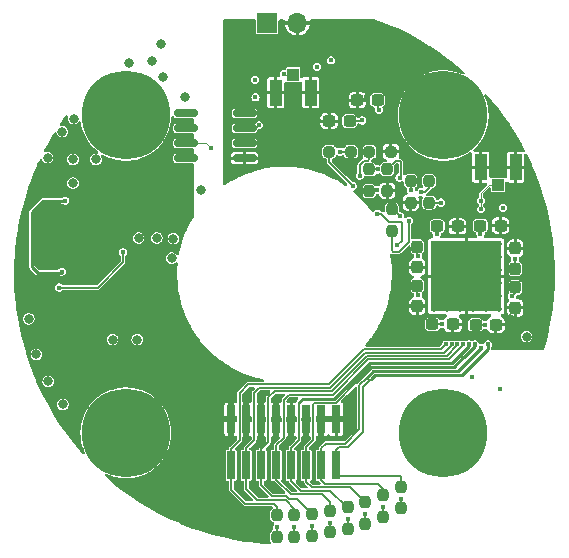
<source format=gbr>
%TF.GenerationSoftware,KiCad,Pcbnew,6.0.6-3a73a75311~116~ubuntu20.04.1*%
%TF.CreationDate,2022-09-27T10:12:31+01:00*%
%TF.ProjectId,UFOControlDeck,55464f43-6f6e-4747-926f-6c4465636b2e,rev?*%
%TF.SameCoordinates,Original*%
%TF.FileFunction,Copper,L4,Bot*%
%TF.FilePolarity,Positive*%
%FSLAX46Y46*%
G04 Gerber Fmt 4.6, Leading zero omitted, Abs format (unit mm)*
G04 Created by KiCad (PCBNEW 6.0.6-3a73a75311~116~ubuntu20.04.1) date 2022-09-27 10:12:31*
%MOMM*%
%LPD*%
G01*
G04 APERTURE LIST*
G04 Aperture macros list*
%AMRoundRect*
0 Rectangle with rounded corners*
0 $1 Rounding radius*
0 $2 $3 $4 $5 $6 $7 $8 $9 X,Y pos of 4 corners*
0 Add a 4 corners polygon primitive as box body*
4,1,4,$2,$3,$4,$5,$6,$7,$8,$9,$2,$3,0*
0 Add four circle primitives for the rounded corners*
1,1,$1+$1,$2,$3*
1,1,$1+$1,$4,$5*
1,1,$1+$1,$6,$7*
1,1,$1+$1,$8,$9*
0 Add four rect primitives between the rounded corners*
20,1,$1+$1,$2,$3,$4,$5,0*
20,1,$1+$1,$4,$5,$6,$7,0*
20,1,$1+$1,$6,$7,$8,$9,0*
20,1,$1+$1,$8,$9,$2,$3,0*%
G04 Aperture macros list end*
%TA.AperFunction,ComponentPad*%
%ADD10R,1.700000X1.700000*%
%TD*%
%TA.AperFunction,ComponentPad*%
%ADD11O,1.700000X1.700000*%
%TD*%
%TA.AperFunction,ComponentPad*%
%ADD12C,7.500000*%
%TD*%
%TA.AperFunction,ComponentPad*%
%ADD13C,0.500000*%
%TD*%
%TA.AperFunction,SMDPad,CuDef*%
%ADD14R,6.000000X6.000000*%
%TD*%
%TA.AperFunction,SMDPad,CuDef*%
%ADD15RoundRect,0.237500X-0.237500X0.250000X-0.237500X-0.250000X0.237500X-0.250000X0.237500X0.250000X0*%
%TD*%
%TA.AperFunction,SMDPad,CuDef*%
%ADD16R,0.740000X2.400000*%
%TD*%
%TA.AperFunction,SMDPad,CuDef*%
%ADD17RoundRect,0.237500X-0.300000X-0.237500X0.300000X-0.237500X0.300000X0.237500X-0.300000X0.237500X0*%
%TD*%
%TA.AperFunction,SMDPad,CuDef*%
%ADD18RoundRect,0.237500X-0.237500X0.300000X-0.237500X-0.300000X0.237500X-0.300000X0.237500X0.300000X0*%
%TD*%
%TA.AperFunction,SMDPad,CuDef*%
%ADD19RoundRect,0.237500X0.237500X-0.300000X0.237500X0.300000X-0.237500X0.300000X-0.237500X-0.300000X0*%
%TD*%
%TA.AperFunction,SMDPad,CuDef*%
%ADD20RoundRect,0.237500X0.237500X-0.250000X0.237500X0.250000X-0.237500X0.250000X-0.237500X-0.250000X0*%
%TD*%
%TA.AperFunction,SMDPad,CuDef*%
%ADD21RoundRect,0.237500X-0.250000X-0.237500X0.250000X-0.237500X0.250000X0.237500X-0.250000X0.237500X0*%
%TD*%
%TA.AperFunction,SMDPad,CuDef*%
%ADD22R,1.000000X1.050000*%
%TD*%
%TA.AperFunction,SMDPad,CuDef*%
%ADD23R,1.050000X2.200000*%
%TD*%
%TA.AperFunction,SMDPad,CuDef*%
%ADD24RoundRect,0.150000X0.825000X0.150000X-0.825000X0.150000X-0.825000X-0.150000X0.825000X-0.150000X0*%
%TD*%
%TA.AperFunction,ViaPad*%
%ADD25C,0.400000*%
%TD*%
%TA.AperFunction,ViaPad*%
%ADD26C,0.800000*%
%TD*%
%TA.AperFunction,Conductor*%
%ADD27C,0.200000*%
%TD*%
%TA.AperFunction,Conductor*%
%ADD28C,0.090000*%
%TD*%
%TA.AperFunction,Conductor*%
%ADD29C,0.250000*%
%TD*%
G04 APERTURE END LIST*
D10*
%TO.P,J1,1,Pin_1*%
%TO.N,+VDC*%
X137200000Y-94000000D03*
D11*
%TO.P,J1,2,Pin_2*%
%TO.N,GND*%
X139740000Y-94000000D03*
%TD*%
D12*
%TO.P,H1,1,1*%
%TO.N,unconnected-(H1-Pad1)*%
X125229942Y-101829942D03*
%TD*%
%TO.P,H2,1,1*%
%TO.N,unconnected-(H2-Pad1)*%
X125229942Y-128700000D03*
%TD*%
%TO.P,H3,1,1*%
%TO.N,unconnected-(H3-Pad1)*%
X152100000Y-101829942D03*
%TD*%
%TO.P,H4,1,1*%
%TO.N,unconnected-(H4-Pad1)*%
X152100000Y-128700000D03*
%TD*%
D13*
%TO.P,U3,73,GND*%
%TO.N,GND*%
X153500000Y-113800000D03*
X153500000Y-114900000D03*
X152400000Y-114900000D03*
X153500000Y-117100000D03*
X154600000Y-116000000D03*
X154600000Y-112700000D03*
X153500000Y-116000000D03*
X156800000Y-116000000D03*
X154600000Y-117100000D03*
X152400000Y-113800000D03*
X151300000Y-117100000D03*
X152400000Y-117100000D03*
X151300000Y-113800000D03*
X155700000Y-113800000D03*
X154600000Y-118200000D03*
X151300000Y-118200000D03*
X156800000Y-114900000D03*
X155700000Y-117100000D03*
X156800000Y-112700000D03*
X152400000Y-118200000D03*
X154600000Y-114900000D03*
X154600000Y-113800000D03*
X156800000Y-117100000D03*
X151300000Y-112700000D03*
D14*
X154050000Y-115450000D03*
D13*
X155700000Y-118200000D03*
X152400000Y-116000000D03*
X155700000Y-112700000D03*
X156800000Y-118200000D03*
X153500000Y-112700000D03*
X153500000Y-118200000D03*
X156800000Y-113800000D03*
X155700000Y-114900000D03*
X152400000Y-112700000D03*
X151300000Y-114900000D03*
X151300000Y-116000000D03*
X155700000Y-116000000D03*
%TD*%
D15*
%TO.P,R19,1*%
%TO.N,PULSE3*%
X142500000Y-135275000D03*
%TO.P,R19,2*%
%TO.N,Net-(D8-Pad2)*%
X142500000Y-137100000D03*
%TD*%
%TO.P,R20,1*%
%TO.N,PULSE4*%
X144000000Y-134975000D03*
%TO.P,R20,2*%
%TO.N,Net-(D9-Pad2)*%
X144000000Y-136800000D03*
%TD*%
%TO.P,R21,1*%
%TO.N,PULSE5*%
X145500000Y-134575000D03*
%TO.P,R21,2*%
%TO.N,Net-(D10-Pad2)*%
X145500000Y-136400000D03*
%TD*%
%TO.P,R22,1*%
%TO.N,PULSE6*%
X147000000Y-133975000D03*
%TO.P,R22,2*%
%TO.N,Net-(D11-Pad2)*%
X147000000Y-135800000D03*
%TD*%
%TO.P,R23,1*%
%TO.N,PULSE7*%
X148500000Y-133275000D03*
%TO.P,R23,2*%
%TO.N,Net-(D12-Pad2)*%
X148500000Y-135100000D03*
%TD*%
D16*
%TO.P,J13,1,Pin_1*%
%TO.N,GND*%
X134155000Y-127550000D03*
%TO.P,J13,2,Pin_2*%
%TO.N,PULSE0*%
X134155000Y-131450000D03*
%TO.P,J13,3,Pin_3*%
%TO.N,GND*%
X135425000Y-127550000D03*
%TO.P,J13,4,Pin_4*%
%TO.N,PULSE1*%
X135425000Y-131450000D03*
%TO.P,J13,5,Pin_5*%
%TO.N,GND*%
X136695000Y-127550000D03*
%TO.P,J13,6,Pin_6*%
%TO.N,PULSE2*%
X136695000Y-131450000D03*
%TO.P,J13,7,Pin_7*%
%TO.N,GND*%
X137965000Y-127550000D03*
%TO.P,J13,8,Pin_8*%
%TO.N,PULSE3*%
X137965000Y-131450000D03*
%TO.P,J13,9,Pin_9*%
%TO.N,GND*%
X139235000Y-127550000D03*
%TO.P,J13,10,Pin_10*%
%TO.N,PULSE4*%
X139235000Y-131450000D03*
%TO.P,J13,11,Pin_11*%
%TO.N,GND*%
X140505000Y-127550000D03*
%TO.P,J13,12,Pin_12*%
%TO.N,PULSE5*%
X140505000Y-131450000D03*
%TO.P,J13,13,Pin_13*%
%TO.N,GND*%
X141775000Y-127550000D03*
%TO.P,J13,14,Pin_14*%
%TO.N,PULSE6*%
X141775000Y-131450000D03*
%TO.P,J13,15,Pin_15*%
%TO.N,GND*%
X143045000Y-127550000D03*
%TO.P,J13,16,Pin_16*%
%TO.N,PULSE7*%
X143045000Y-131450000D03*
%TD*%
D17*
%TO.P,C12,1*%
%TO.N,GND*%
X144825000Y-100525000D03*
%TO.P,C12,2*%
%TO.N,+3.3V*%
X146550000Y-100525000D03*
%TD*%
D15*
%TO.P,R16,1*%
%TO.N,PULSE0*%
X138000000Y-135675000D03*
%TO.P,R16,2*%
%TO.N,Net-(D6-Pad2)*%
X138000000Y-137500000D03*
%TD*%
%TO.P,R18,1*%
%TO.N,PULSE2*%
X141000000Y-135575000D03*
%TO.P,R18,2*%
%TO.N,Net-(D7-Pad2)*%
X141000000Y-137400000D03*
%TD*%
%TO.P,R17,1*%
%TO.N,PULSE1*%
X139500000Y-135675000D03*
%TO.P,R17,2*%
%TO.N,Net-(D5-Pad2)*%
X139500000Y-137500000D03*
%TD*%
D18*
%TO.P,C30,1*%
%TO.N,+3.3V*%
X158200000Y-116387500D03*
%TO.P,C30,2*%
%TO.N,GND*%
X158200000Y-118112500D03*
%TD*%
D17*
%TO.P,C31,1*%
%TO.N,+3.3V*%
X154837500Y-119550000D03*
%TO.P,C31,2*%
%TO.N,GND*%
X156562500Y-119550000D03*
%TD*%
%TO.P,C32,1*%
%TO.N,+3.3V*%
X151187500Y-119500000D03*
%TO.P,C32,2*%
%TO.N,GND*%
X152912500Y-119500000D03*
%TD*%
D19*
%TO.P,C33,1*%
%TO.N,+3.3V*%
X158200000Y-114800000D03*
%TO.P,C33,2*%
%TO.N,GND*%
X158200000Y-113075000D03*
%TD*%
D18*
%TO.P,C34,1*%
%TO.N,+3.3V*%
X149900000Y-116237500D03*
%TO.P,C34,2*%
%TO.N,GND*%
X149900000Y-117962500D03*
%TD*%
%TO.P,C35,1*%
%TO.N,+3.3V*%
X149900000Y-112937500D03*
%TO.P,C35,2*%
%TO.N,GND*%
X149900000Y-114662500D03*
%TD*%
D17*
%TO.P,C37,1*%
%TO.N,+3.3V*%
X151587500Y-111200000D03*
%TO.P,C37,2*%
%TO.N,GND*%
X153312500Y-111200000D03*
%TD*%
%TO.P,C38,1*%
%TO.N,+3.3V*%
X155237500Y-111150000D03*
%TO.P,C38,2*%
%TO.N,GND*%
X156962500Y-111150000D03*
%TD*%
%TO.P,C46,1*%
%TO.N,GND*%
X142450000Y-102300000D03*
%TO.P,C46,2*%
%TO.N,+3.3V*%
X144175000Y-102300000D03*
%TD*%
D15*
%TO.P,R24,1*%
%TO.N,Net-(D13-Pad1)*%
X149350000Y-107375000D03*
%TO.P,R24,2*%
%TO.N,GND*%
X149350000Y-109200000D03*
%TD*%
D20*
%TO.P,R25,1*%
%TO.N,Net-(R25-Pad1)*%
X145850000Y-108225000D03*
%TO.P,R25,2*%
%TO.N,+3.3V*%
X145850000Y-106400000D03*
%TD*%
D15*
%TO.P,R3,1*%
%TO.N,Net-(D1-Pad1)*%
X147350000Y-106375000D03*
%TO.P,R3,2*%
%TO.N,GND*%
X147350000Y-108200000D03*
%TD*%
D21*
%TO.P,R7,1*%
%TO.N,Net-(D3-Pad1)*%
X145850000Y-104900000D03*
%TO.P,R7,2*%
%TO.N,GND*%
X147675000Y-104900000D03*
%TD*%
D15*
%TO.P,R8,1*%
%TO.N,/DONE*%
X150900000Y-107387500D03*
%TO.P,R8,2*%
%TO.N,+3.3V*%
X150900000Y-109212500D03*
%TD*%
D21*
%TO.P,R26,1*%
%TO.N,/PROGRAMN*%
X142450000Y-104900000D03*
%TO.P,R26,2*%
%TO.N,+3.3V*%
X144275000Y-104900000D03*
%TD*%
D20*
%TO.P,R10,1*%
%TO.N,/INITN*%
X147750000Y-111612500D03*
%TO.P,R10,2*%
%TO.N,+3.3V*%
X147750000Y-109787500D03*
%TD*%
D22*
%TO.P,J6,1,In*%
%TO.N,~{TRIGGER}*%
X156750000Y-107730000D03*
D23*
%TO.P,J6,2,Ext*%
%TO.N,GND*%
X155275000Y-106205000D03*
X158225000Y-106205000D03*
%TD*%
D22*
%TO.P,J4,1,In*%
%TO.N,Net-(C10-Pad1)*%
X139400000Y-98370000D03*
D23*
%TO.P,J4,2,Ext*%
%TO.N,GND*%
X140875000Y-99895000D03*
X137925000Y-99895000D03*
%TD*%
D24*
%TO.P,U1,1,NC*%
%TO.N,unconnected-(U1-Pad1)*%
X135275000Y-101645000D03*
%TO.P,U1,2,IN*%
%TO.N,+3.3V*%
X135275000Y-102915000D03*
%TO.P,U1,3,NC*%
%TO.N,unconnected-(U1-Pad3)*%
X135275000Y-104185000D03*
%TO.P,U1,4,GND*%
%TO.N,GND*%
X135275000Y-105455000D03*
%TO.P,U1,5,NC*%
%TO.N,unconnected-(U1-Pad5)*%
X130325000Y-105455000D03*
%TO.P,U1,6,OUT*%
%TO.N,Net-(R27-Pad2)*%
X130325000Y-104185000D03*
%TO.P,U1,7,NC*%
%TO.N,unconnected-(U1-Pad7)*%
X130325000Y-102915000D03*
%TO.P,U1,8,NC*%
%TO.N,unconnected-(U1-Pad8)*%
X130325000Y-101645000D03*
%TD*%
D25*
%TO.N,GND*%
X142000000Y-101250000D03*
X127000000Y-113700000D03*
X152200000Y-106250000D03*
D26*
X128900000Y-106050000D03*
D25*
X154100000Y-107500000D03*
X157150000Y-106550000D03*
X141800000Y-129200000D03*
X159900000Y-107550000D03*
D26*
X120150000Y-112450000D03*
D25*
X138000000Y-105550000D03*
X152800000Y-106900000D03*
X139050000Y-103050000D03*
X160450000Y-113250000D03*
X125000000Y-116350000D03*
X140500000Y-129200000D03*
D26*
X131550000Y-108150000D03*
D25*
X157850000Y-104400000D03*
X160300000Y-116600000D03*
X145662500Y-94937500D03*
X154050000Y-106400000D03*
D26*
X130600000Y-107400000D03*
D25*
X139200000Y-129200000D03*
X135400000Y-129200000D03*
X138850000Y-97350000D03*
D26*
X120150000Y-114000000D03*
X157750000Y-119100000D03*
D25*
X133650000Y-101850000D03*
X142700000Y-100350000D03*
D26*
X129700000Y-106700000D03*
D25*
X146700000Y-104950000D03*
X136650000Y-129150000D03*
X138050000Y-98050000D03*
D26*
X130550000Y-126000000D03*
D25*
X145600000Y-100250000D03*
X118200000Y-110950000D03*
D26*
X127900000Y-105350000D03*
D25*
X137850000Y-129200000D03*
X144000000Y-98150000D03*
X155850000Y-104400000D03*
D26*
X129850000Y-123850000D03*
D25*
X143500000Y-94500000D03*
X133800000Y-129250000D03*
X141400000Y-104900000D03*
D26*
%TO.N,+5V*%
X129100000Y-113900000D03*
X127850000Y-112200000D03*
D25*
X119600000Y-116400000D03*
D26*
X129250000Y-112250000D03*
D25*
X125000000Y-113400000D03*
D26*
X126300000Y-112200000D03*
D25*
%TO.N,Net-(C10-Pad1)*%
X138600000Y-98300000D03*
%TO.N,Net-(D5-Pad2)*%
X139500000Y-136700000D03*
%TO.N,Net-(D6-Pad2)*%
X138000000Y-136700000D03*
%TO.N,Net-(D7-Pad2)*%
X141000000Y-136600000D03*
%TO.N,Net-(D8-Pad2)*%
X142500000Y-136300000D03*
%TO.N,Net-(D9-Pad2)*%
X144000000Y-136000000D03*
%TO.N,Net-(D10-Pad2)*%
X145500000Y-135600000D03*
%TO.N,Net-(D11-Pad2)*%
X147000000Y-135000000D03*
%TO.N,Net-(D12-Pad2)*%
X148500000Y-134300000D03*
%TO.N,PULSE0*%
X152300000Y-121200000D03*
%TO.N,PULSE1*%
X152800000Y-121200000D03*
%TO.N,PULSE2*%
X153300000Y-121200000D03*
%TO.N,PULSE3*%
X153800000Y-121200000D03*
%TO.N,PULSE4*%
X154299575Y-121198297D03*
%TO.N,PULSE5*%
X154800000Y-121200000D03*
%TO.N,PULSE6*%
X155302527Y-121499984D03*
%TO.N,PULSE7*%
X155900000Y-121200000D03*
D26*
%TO.N,+VSW*%
X120750000Y-107550000D03*
X119850000Y-103200000D03*
X130200000Y-100300000D03*
X128200000Y-95800000D03*
X120800000Y-102100000D03*
X122700000Y-105550000D03*
X118600000Y-105400000D03*
X128400000Y-98600000D03*
X120750000Y-105550000D03*
X127450000Y-97250000D03*
X125500000Y-97350000D03*
D25*
%TO.N,~{TRIGGER}*%
X155300000Y-109750000D03*
X155300000Y-109050000D03*
%TO.N,Net-(R4-Pad2)*%
X119800000Y-115050000D03*
X120100000Y-109050000D03*
D26*
%TO.N,+3.3V*%
X124100000Y-120800000D03*
D25*
X142600000Y-97150000D03*
X143350000Y-104900000D03*
D26*
X119900000Y-126300000D03*
X117650000Y-122050000D03*
X159150000Y-120550000D03*
D25*
X136200000Y-100300000D03*
X152000000Y-119500000D03*
X157900000Y-117150000D03*
X156900000Y-125000000D03*
X151550000Y-111900000D03*
D26*
X117000000Y-119050000D03*
D25*
X158150000Y-114000000D03*
X155250000Y-111900000D03*
D26*
X118650000Y-124350000D03*
D25*
X136150000Y-98800000D03*
X151900000Y-109200000D03*
D26*
X126200000Y-120800000D03*
D25*
X149950000Y-113700000D03*
X148450000Y-110350000D03*
X136500000Y-102650000D03*
X154500000Y-123950000D03*
X157150000Y-109650000D03*
X155650000Y-119550000D03*
X141400000Y-97700000D03*
X145250000Y-102250000D03*
X149950000Y-117050000D03*
X146650000Y-101350000D03*
X146550000Y-106400000D03*
%TO.N,Net-(D13-Pad1)*%
X149350000Y-108150000D03*
%TO.N,Net-(R25-Pad1)*%
X146533590Y-108139060D03*
%TO.N,Net-(D1-Pad1)*%
X148400000Y-107100000D03*
%TO.N,Net-(D3-Pad1)*%
X145028706Y-106920026D03*
%TO.N,/INITN*%
X149200000Y-110750000D03*
%TO.N,/PROGRAMN*%
X148226567Y-112800000D03*
X146525010Y-110150000D03*
X144450000Y-107800000D03*
%TO.N,/DONE*%
X150250000Y-108300000D03*
%TO.N,Net-(R27-Pad2)*%
X132400000Y-104550000D03*
%TD*%
D27*
%TO.N,GND*%
X142450000Y-101700000D02*
X142000000Y-101250000D01*
X146750000Y-104900000D02*
X146700000Y-104950000D01*
X144825000Y-100525000D02*
X145325000Y-100525000D01*
X142450000Y-102300000D02*
X142450000Y-101700000D01*
X147675000Y-104900000D02*
X146750000Y-104900000D01*
X145325000Y-100525000D02*
X145600000Y-100250000D01*
%TO.N,+5V*%
X122850000Y-116400000D02*
X125000000Y-114250000D01*
X125000000Y-114250000D02*
X125000000Y-113400000D01*
X119600000Y-116400000D02*
X122850000Y-116400000D01*
D28*
%TO.N,Net-(C10-Pad1)*%
X138730000Y-98370000D02*
X138700000Y-98400000D01*
X139400000Y-98370000D02*
X138730000Y-98370000D01*
X138700000Y-98400000D02*
X138600000Y-98300000D01*
D27*
%TO.N,Net-(D5-Pad2)*%
X139500000Y-137500000D02*
X139500000Y-136700000D01*
%TO.N,Net-(D6-Pad2)*%
X138000000Y-136700000D02*
X138000000Y-137500000D01*
%TO.N,Net-(D7-Pad2)*%
X141000000Y-136600000D02*
X141000000Y-137400000D01*
%TO.N,Net-(D8-Pad2)*%
X142500000Y-137100000D02*
X142500000Y-136300000D01*
%TO.N,Net-(D9-Pad2)*%
X144000000Y-136000000D02*
X144000000Y-136800000D01*
%TO.N,Net-(D10-Pad2)*%
X145500000Y-136400000D02*
X145500000Y-135600000D01*
%TO.N,Net-(D11-Pad2)*%
X147000000Y-135000000D02*
X147000000Y-135800000D01*
%TO.N,Net-(D12-Pad2)*%
X148500000Y-135100000D02*
X148500000Y-134300000D01*
%TO.N,PULSE0*%
X142400000Y-124600000D02*
X135600000Y-124600000D01*
X134155000Y-133505000D02*
X134155000Y-131450000D01*
X134865000Y-129335000D02*
X134155000Y-130045000D01*
X151900000Y-121600000D02*
X145400000Y-121600000D01*
X138000000Y-134950000D02*
X137750000Y-134700000D01*
X145400000Y-121600000D02*
X142400000Y-124600000D01*
X134865000Y-125335000D02*
X134865000Y-129335000D01*
X135350000Y-134700000D02*
X134155000Y-133505000D01*
X135600000Y-124600000D02*
X134865000Y-125335000D01*
X152300000Y-121200000D02*
X151900000Y-121600000D01*
X137750000Y-134700000D02*
X135350000Y-134700000D01*
X134155000Y-130045000D02*
X134155000Y-131450000D01*
X138000000Y-135675000D02*
X138000000Y-134950000D01*
%TO.N,PULSE1*%
X139500000Y-135675000D02*
X139500000Y-135200000D01*
X145510122Y-121900000D02*
X142520122Y-124890000D01*
X139500000Y-135137500D02*
X138762500Y-134400000D01*
X152800000Y-121200000D02*
X152800000Y-121300000D01*
X136510000Y-124890000D02*
X136100000Y-125300000D01*
X136100000Y-129300000D02*
X135425000Y-129975000D01*
X152200000Y-121900000D02*
X145510122Y-121900000D01*
X135425000Y-129975000D02*
X135425000Y-131450000D01*
X138762500Y-134400000D02*
X136350000Y-134400000D01*
X139500000Y-135675000D02*
X139500000Y-135137500D01*
X152800000Y-121300000D02*
X152200000Y-121900000D01*
X142520122Y-124890000D02*
X136510000Y-124890000D01*
X135425000Y-133475000D02*
X135425000Y-131450000D01*
X136100000Y-125300000D02*
X136100000Y-129300000D01*
X136350000Y-134400000D02*
X135425000Y-133475000D01*
%TO.N,PULSE2*%
X138829005Y-134050000D02*
X137600000Y-134050000D01*
X137600000Y-134050000D02*
X136695000Y-133145000D01*
X136695000Y-133145000D02*
X136695000Y-131450000D01*
X152403970Y-122190000D02*
X145630244Y-122190000D01*
X137300000Y-125700000D02*
X137300000Y-129500000D01*
X153300000Y-121293970D02*
X152403970Y-122190000D01*
X142640244Y-125180000D02*
X137820000Y-125180000D01*
X136695000Y-130105000D02*
X136695000Y-131450000D01*
X145630244Y-122190000D02*
X142640244Y-125180000D01*
X139059016Y-134280011D02*
X138829005Y-134050000D01*
X137300000Y-129500000D02*
X136695000Y-130105000D01*
X141000000Y-135575000D02*
X139705011Y-134280011D01*
X137820000Y-125180000D02*
X137300000Y-125700000D01*
X139705011Y-134280011D02*
X139059016Y-134280011D01*
X153300000Y-121200000D02*
X153300000Y-121293970D01*
%TO.N,PULSE3*%
X145750366Y-122480000D02*
X142760366Y-125470000D01*
X152620000Y-122480000D02*
X145750366Y-122480000D01*
X138600000Y-125900000D02*
X138600000Y-129100000D01*
X142500000Y-135275000D02*
X142500000Y-134550000D01*
X153800000Y-121200000D02*
X153800000Y-121300000D01*
X153800000Y-121300000D02*
X152620000Y-122480000D01*
X137965000Y-129735000D02*
X137965000Y-131450000D01*
X138600000Y-129100000D02*
X137965000Y-129735000D01*
X139030000Y-125470000D02*
X138600000Y-125900000D01*
X137965000Y-132665000D02*
X137965000Y-131450000D01*
X142500000Y-134550000D02*
X141850000Y-133900000D01*
X142760366Y-125470000D02*
X139030000Y-125470000D01*
X141850000Y-133900000D02*
X139200000Y-133900000D01*
X139200000Y-133900000D02*
X137965000Y-132665000D01*
D29*
%TO.N,PULSE4*%
X139900000Y-126100000D02*
X139900000Y-126200000D01*
X152834326Y-122795000D02*
X145880844Y-122795000D01*
X154299575Y-121329751D02*
X152834326Y-122795000D01*
D27*
X140050000Y-133600000D02*
X139235000Y-132785000D01*
X143925000Y-134975000D02*
X142550000Y-133600000D01*
X139235000Y-129965000D02*
X139900000Y-129300000D01*
D29*
X140200000Y-125800000D02*
X139900000Y-126100000D01*
D27*
X139235000Y-132785000D02*
X139235000Y-131450000D01*
X139235000Y-131450000D02*
X139235000Y-129965000D01*
D29*
X145880844Y-122795000D02*
X142875844Y-125800000D01*
X142875844Y-125800000D02*
X140200000Y-125800000D01*
D27*
X144000000Y-134975000D02*
X143925000Y-134975000D01*
X142550000Y-133600000D02*
X140050000Y-133600000D01*
D29*
X154299575Y-121198297D02*
X154299575Y-121329751D01*
D27*
X139900000Y-129300000D02*
X139900000Y-126200000D01*
%TO.N,PULSE5*%
X141100000Y-129300000D02*
X140505000Y-129895000D01*
D29*
X153822119Y-122305079D02*
X153805079Y-122305079D01*
D27*
X144728338Y-124428338D02*
X142996676Y-126160000D01*
X141240000Y-126160000D02*
X141100000Y-126300000D01*
X140505000Y-132850000D02*
X140505000Y-131450000D01*
D29*
X154800000Y-121327198D02*
X153822119Y-122305079D01*
D27*
X144225000Y-133300000D02*
X140955000Y-133300000D01*
D29*
X146021676Y-123135000D02*
X144728338Y-124428338D01*
X153805079Y-122305079D02*
X152975158Y-123135000D01*
X152975158Y-123135000D02*
X146021676Y-123135000D01*
D27*
X140505000Y-129895000D02*
X140505000Y-131450000D01*
X141100000Y-126300000D02*
X141100000Y-129300000D01*
X145500000Y-134575000D02*
X144225000Y-133300000D01*
X142996676Y-126160000D02*
X141240000Y-126160000D01*
D29*
X154800000Y-121200000D02*
X154800000Y-121327198D01*
D27*
X140955000Y-133300000D02*
X140505000Y-132850000D01*
%TO.N,PULSE6*%
X147000000Y-133975000D02*
X147000000Y-133450000D01*
X141775000Y-130025000D02*
X142190000Y-129610000D01*
X142190000Y-129610000D02*
X143800000Y-129610000D01*
D29*
X153325000Y-123475000D02*
X146162508Y-123475000D01*
D27*
X145000000Y-128410000D02*
X145000000Y-124637508D01*
D29*
X146162508Y-123475000D02*
X145618754Y-124018754D01*
D27*
X141775000Y-131450000D02*
X141775000Y-130025000D01*
X141775000Y-132725000D02*
X141775000Y-131450000D01*
X142050000Y-133000000D02*
X141775000Y-132725000D01*
X146550000Y-133000000D02*
X142050000Y-133000000D01*
X145000000Y-124637508D02*
X145618754Y-124018754D01*
X147000000Y-133450000D02*
X146550000Y-133000000D01*
X143800000Y-129610000D02*
X145000000Y-128410000D01*
D29*
X155300016Y-121499984D02*
X153325000Y-123475000D01*
X155302527Y-121499984D02*
X155300016Y-121499984D01*
D27*
%TO.N,PULSE7*%
X143045000Y-132045000D02*
X143045000Y-131450000D01*
X143045000Y-130155000D02*
X143300000Y-129900000D01*
X143350000Y-132350000D02*
X143045000Y-132045000D01*
D29*
X155900000Y-121200000D02*
X155900000Y-121600000D01*
D27*
X145300000Y-124818340D02*
X146009170Y-124109170D01*
X144000000Y-129900000D02*
X145300000Y-128600000D01*
D29*
X153685000Y-123815000D02*
X146303340Y-123815000D01*
D27*
X148500000Y-133275000D02*
X148550000Y-133225000D01*
X143045000Y-131450000D02*
X143045000Y-130155000D01*
X143300000Y-129900000D02*
X144000000Y-129900000D01*
X148550000Y-132350000D02*
X143350000Y-132350000D01*
X148550000Y-133225000D02*
X148550000Y-132350000D01*
X145300000Y-128600000D02*
X145300000Y-124818340D01*
D29*
X146303340Y-123815000D02*
X146009170Y-124109170D01*
X155900000Y-121600000D02*
X153685000Y-123815000D01*
D28*
%TO.N,~{TRIGGER}*%
X155970000Y-107730000D02*
X155400000Y-108300000D01*
X155300000Y-109050000D02*
X155300000Y-109750000D01*
X155400000Y-108300000D02*
X155300000Y-108400000D01*
X155300000Y-108400000D02*
X155300000Y-109050000D01*
X156750000Y-107730000D02*
X155970000Y-107730000D01*
D29*
%TO.N,Net-(R4-Pad2)*%
X120100000Y-109050000D02*
X119050000Y-109050000D01*
X117250000Y-110000000D02*
X117250000Y-114650000D01*
X117750000Y-115150000D02*
X119700000Y-115150000D01*
X117250000Y-114650000D02*
X117750000Y-115150000D01*
X118200000Y-109050000D02*
X117250000Y-110000000D01*
X119050000Y-109050000D02*
X118200000Y-109050000D01*
X119700000Y-115150000D02*
X119800000Y-115050000D01*
D27*
%TO.N,+3.3V*%
X150900000Y-109212500D02*
X151887500Y-109212500D01*
X151887500Y-109212500D02*
X151900000Y-109200000D01*
X155237500Y-111150000D02*
X155237500Y-111887500D01*
X145200000Y-102300000D02*
X145250000Y-102250000D01*
X151587500Y-111862500D02*
X151550000Y-111900000D01*
X151187500Y-119500000D02*
X152000000Y-119500000D01*
X158200000Y-116850000D02*
X157900000Y-117150000D01*
X158200000Y-116387500D02*
X158200000Y-116850000D01*
X149900000Y-113650000D02*
X149950000Y-113700000D01*
X146550000Y-100525000D02*
X146550000Y-101250000D01*
X136235000Y-102915000D02*
X136500000Y-102650000D01*
X154837500Y-119550000D02*
X155650000Y-119550000D01*
X135275000Y-102915000D02*
X136235000Y-102915000D01*
X151587500Y-111200000D02*
X151587500Y-111862500D01*
X158175000Y-114025000D02*
X158150000Y-114000000D01*
X146550000Y-101250000D02*
X146650000Y-101350000D01*
X149900000Y-117000000D02*
X149950000Y-117050000D01*
X147750000Y-109787500D02*
X147887500Y-109787500D01*
X145850000Y-106400000D02*
X146550000Y-106400000D01*
X149900000Y-116237500D02*
X149900000Y-117000000D01*
X144275000Y-104900000D02*
X143350000Y-104900000D01*
X144175000Y-102300000D02*
X145200000Y-102300000D01*
X155237500Y-111887500D02*
X155250000Y-111900000D01*
X147887500Y-109787500D02*
X148450000Y-110350000D01*
X158175000Y-114825001D02*
X158175000Y-114025000D01*
X149900000Y-112937500D02*
X149900000Y-113650000D01*
%TO.N,Net-(D13-Pad1)*%
X149350000Y-107375000D02*
X149350000Y-108150000D01*
D28*
%TO.N,Net-(R25-Pad1)*%
X146533590Y-108139060D02*
X146192172Y-108139060D01*
X146192172Y-108139060D02*
X145973550Y-108351904D01*
D27*
%TO.N,Net-(D1-Pad1)*%
X148403027Y-105668642D02*
X148518605Y-105787358D01*
X148518605Y-105787358D02*
X148518605Y-106981395D01*
X147350000Y-106375000D02*
X148058576Y-105666424D01*
X148518605Y-106981395D02*
X148400000Y-107100000D01*
X148058576Y-105666424D02*
X148237357Y-105666424D01*
X148237357Y-105666424D02*
X148403027Y-105668642D01*
%TO.N,Net-(D3-Pad1)*%
X145028706Y-106920026D02*
X145028706Y-106021294D01*
X145028706Y-106021294D02*
X145400000Y-105650000D01*
X145850000Y-105550000D02*
X145850000Y-104900000D01*
X145400000Y-105650000D02*
X145750000Y-105650000D01*
X145750000Y-105650000D02*
X145850000Y-105550000D01*
%TO.N,/INITN*%
X147750000Y-113250000D02*
X147850000Y-113350000D01*
X149200000Y-112500000D02*
X149200000Y-110750000D01*
X147850000Y-113350000D02*
X148350000Y-113350000D01*
X147750000Y-111612500D02*
X147750000Y-113250000D01*
X148350000Y-113350000D02*
X149200000Y-112500000D01*
%TO.N,/PROGRAMN*%
X148600000Y-110850000D02*
X147550000Y-110850000D01*
X146850000Y-110150000D02*
X146525010Y-110150000D01*
X142450000Y-105800000D02*
X144450000Y-107800000D01*
X147550000Y-110850000D02*
X146850000Y-110150000D01*
X148226567Y-112800000D02*
X148600000Y-112426567D01*
X148600000Y-112426567D02*
X148600000Y-110850000D01*
X142450000Y-104900000D02*
X142450000Y-105800000D01*
%TO.N,/DONE*%
X150550000Y-108300000D02*
X150250000Y-108300000D01*
X150900000Y-107950000D02*
X150550000Y-108300000D01*
X150900000Y-107387500D02*
X150900000Y-107950000D01*
D28*
%TO.N,Net-(R27-Pad2)*%
X132400000Y-104550000D02*
X132035000Y-104185000D01*
X132035000Y-104185000D02*
X130325000Y-104185000D01*
%TD*%
%TA.AperFunction,Conductor*%
%TO.N,GND*%
G36*
X120287631Y-101843166D02*
G01*
X120323829Y-101904241D01*
X120322617Y-101954573D01*
X120326109Y-101955117D01*
X120304493Y-102093946D01*
X120305657Y-102102848D01*
X120305657Y-102102851D01*
X120319040Y-102205191D01*
X120322711Y-102233262D01*
X120379297Y-102361864D01*
X120469704Y-102469416D01*
X120586663Y-102547271D01*
X120595233Y-102549948D01*
X120595232Y-102549948D01*
X120706519Y-102584716D01*
X120720772Y-102589169D01*
X120729742Y-102589333D01*
X120729746Y-102589334D01*
X120794544Y-102590521D01*
X120861250Y-102591744D01*
X120919241Y-102575934D01*
X120988145Y-102557149D01*
X120988147Y-102557148D01*
X120996804Y-102554788D01*
X121116538Y-102481271D01*
X121174476Y-102417263D01*
X121204801Y-102383761D01*
X121204803Y-102383758D01*
X121210825Y-102377105D01*
X121210958Y-102376831D01*
X121262270Y-102334325D01*
X121332750Y-102325782D01*
X121396661Y-102356700D01*
X121433711Y-102417263D01*
X121436673Y-102431447D01*
X121460372Y-102590021D01*
X121461158Y-102593103D01*
X121461158Y-102593105D01*
X121552801Y-102952633D01*
X121556480Y-102967068D01*
X121603207Y-103094755D01*
X121689084Y-103329426D01*
X121690199Y-103332474D01*
X121860161Y-103682495D01*
X122064624Y-104013549D01*
X122172965Y-104154742D01*
X122230329Y-104229500D01*
X122301495Y-104322246D01*
X122303677Y-104324562D01*
X122303686Y-104324572D01*
X122442112Y-104471465D01*
X122568350Y-104605425D01*
X122570772Y-104607523D01*
X122837474Y-104838548D01*
X122875868Y-104898268D01*
X122875879Y-104969264D01*
X122837504Y-105028996D01*
X122772928Y-105058500D01*
X122754211Y-105059783D01*
X122632747Y-105059041D01*
X122497654Y-105097651D01*
X122378828Y-105172624D01*
X122372886Y-105179352D01*
X122372885Y-105179353D01*
X122353905Y-105200844D01*
X122285821Y-105277935D01*
X122226109Y-105405117D01*
X122224729Y-105413981D01*
X122224728Y-105413984D01*
X122206157Y-105533262D01*
X122204493Y-105543946D01*
X122205657Y-105552848D01*
X122205657Y-105552851D01*
X122221122Y-105671114D01*
X122222711Y-105683262D01*
X122279297Y-105811864D01*
X122285074Y-105818737D01*
X122285075Y-105818738D01*
X122346443Y-105891744D01*
X122369704Y-105919416D01*
X122486663Y-105997271D01*
X122620772Y-106039169D01*
X122629742Y-106039333D01*
X122629746Y-106039334D01*
X122694544Y-106040521D01*
X122761250Y-106041744D01*
X122818624Y-106026102D01*
X122888145Y-106007149D01*
X122888147Y-106007148D01*
X122896804Y-106004788D01*
X123016538Y-105931271D01*
X123110825Y-105827105D01*
X123172086Y-105700662D01*
X123195396Y-105562107D01*
X123195544Y-105550000D01*
X123175626Y-105410917D01*
X123171911Y-105402747D01*
X123171909Y-105402739D01*
X123133572Y-105318424D01*
X123123584Y-105248134D01*
X123153184Y-105183602D01*
X123212974Y-105145317D01*
X123283971Y-105145435D01*
X123309934Y-105156391D01*
X123496199Y-105260917D01*
X123520126Y-105274344D01*
X123523025Y-105275605D01*
X123523030Y-105275607D01*
X123644756Y-105328535D01*
X123876957Y-105429499D01*
X124247642Y-105547799D01*
X124410663Y-105582153D01*
X124625264Y-105627377D01*
X124625269Y-105627378D01*
X124628383Y-105628034D01*
X125015284Y-105669382D01*
X125018471Y-105669399D01*
X125018477Y-105669399D01*
X125195182Y-105670324D01*
X125404382Y-105671419D01*
X125551490Y-105657254D01*
X125788530Y-105634430D01*
X125788535Y-105634429D01*
X125791695Y-105634125D01*
X125794815Y-105633502D01*
X125794819Y-105633501D01*
X126170128Y-105558507D01*
X126170127Y-105558507D01*
X126173256Y-105557882D01*
X126493992Y-105459211D01*
X126542117Y-105444406D01*
X126542120Y-105444405D01*
X126545159Y-105443470D01*
X126548087Y-105442233D01*
X126548093Y-105442231D01*
X126709548Y-105374029D01*
X126903595Y-105292060D01*
X126906398Y-105290526D01*
X126906403Y-105290523D01*
X127101697Y-105183602D01*
X127244896Y-105105203D01*
X127565567Y-104884813D01*
X127729660Y-104745652D01*
X127859894Y-104635205D01*
X127859896Y-104635203D01*
X127862324Y-104633144D01*
X127864529Y-104630852D01*
X127864535Y-104630847D01*
X128017911Y-104471465D01*
X128132129Y-104352775D01*
X128146459Y-104334500D01*
X128213649Y-104248809D01*
X128372220Y-104046576D01*
X128398349Y-104005245D01*
X128561481Y-103747195D01*
X128580139Y-103717681D01*
X128581559Y-103714832D01*
X128581564Y-103714824D01*
X128752336Y-103372307D01*
X128753756Y-103369459D01*
X128866637Y-103070729D01*
X128890171Y-103008449D01*
X128890172Y-103008446D01*
X128891295Y-103005474D01*
X128902336Y-102963981D01*
X128970169Y-102709041D01*
X128991346Y-102629453D01*
X128992268Y-102623702D01*
X129030700Y-102383761D01*
X129052886Y-102245247D01*
X129053070Y-102242061D01*
X129067680Y-101988676D01*
X129091570Y-101921819D01*
X129147813Y-101878492D01*
X129218552Y-101872451D01*
X129281328Y-101905612D01*
X129298232Y-101925923D01*
X129326609Y-101968391D01*
X129336925Y-101975284D01*
X129395844Y-102014653D01*
X129395846Y-102014654D01*
X129406161Y-102021546D01*
X129476312Y-102035500D01*
X130874000Y-102035500D01*
X130942121Y-102055502D01*
X130988614Y-102109158D01*
X131000000Y-102161500D01*
X131000000Y-102398500D01*
X130979998Y-102466621D01*
X130926342Y-102513114D01*
X130874000Y-102524500D01*
X129476312Y-102524500D01*
X129406161Y-102538454D01*
X129395846Y-102545346D01*
X129395844Y-102545347D01*
X129350068Y-102575934D01*
X129326609Y-102591609D01*
X129319716Y-102601925D01*
X129280347Y-102660844D01*
X129280346Y-102660846D01*
X129273454Y-102671161D01*
X129259500Y-102741312D01*
X129259500Y-103088688D01*
X129273454Y-103158839D01*
X129280346Y-103169154D01*
X129280347Y-103169156D01*
X129312251Y-103216903D01*
X129326609Y-103238391D01*
X129336925Y-103245284D01*
X129395844Y-103284653D01*
X129395846Y-103284654D01*
X129406161Y-103291546D01*
X129476312Y-103305500D01*
X130874000Y-103305500D01*
X130942121Y-103325502D01*
X130988614Y-103379158D01*
X131000000Y-103431500D01*
X131000000Y-103668500D01*
X130979998Y-103736621D01*
X130926342Y-103783114D01*
X130874000Y-103794500D01*
X129476312Y-103794500D01*
X129406161Y-103808454D01*
X129395846Y-103815346D01*
X129395844Y-103815347D01*
X129336925Y-103854716D01*
X129326609Y-103861609D01*
X129319716Y-103871925D01*
X129280347Y-103930844D01*
X129280346Y-103930846D01*
X129273454Y-103941161D01*
X129259500Y-104011312D01*
X129259500Y-104358688D01*
X129273454Y-104428839D01*
X129280346Y-104439154D01*
X129280347Y-104439156D01*
X129301936Y-104471465D01*
X129326609Y-104508391D01*
X129336925Y-104515284D01*
X129395844Y-104554653D01*
X129395846Y-104554654D01*
X129406161Y-104561546D01*
X129476312Y-104575500D01*
X130874000Y-104575500D01*
X130942121Y-104595502D01*
X130988614Y-104649158D01*
X131000000Y-104701500D01*
X131000000Y-104938500D01*
X130979998Y-105006621D01*
X130926342Y-105053114D01*
X130874000Y-105064500D01*
X129476312Y-105064500D01*
X129406161Y-105078454D01*
X129395846Y-105085346D01*
X129395844Y-105085347D01*
X129336925Y-105124716D01*
X129326609Y-105131609D01*
X129319716Y-105141925D01*
X129280347Y-105200844D01*
X129280346Y-105200846D01*
X129273454Y-105211161D01*
X129259500Y-105281312D01*
X129259500Y-105628688D01*
X129273454Y-105698839D01*
X129280346Y-105709154D01*
X129280347Y-105709156D01*
X129315557Y-105761850D01*
X129326609Y-105778391D01*
X129336925Y-105785284D01*
X129395844Y-105824653D01*
X129395846Y-105824654D01*
X129406161Y-105831546D01*
X129476312Y-105845500D01*
X130874000Y-105845500D01*
X130942121Y-105865502D01*
X130988614Y-105919158D01*
X131000000Y-105971500D01*
X131000000Y-110350792D01*
X130978643Y-110420976D01*
X130978196Y-110421643D01*
X130959245Y-110449899D01*
X130664579Y-110957204D01*
X130403264Y-111482466D01*
X130402476Y-111484346D01*
X130402472Y-111484354D01*
X130189941Y-111991185D01*
X130176391Y-112023498D01*
X130175735Y-112025398D01*
X130175733Y-112025403D01*
X129985564Y-112576133D01*
X129984905Y-112578042D01*
X129984371Y-112579987D01*
X129984368Y-112579997D01*
X129886483Y-112936584D01*
X129829604Y-113143787D01*
X129829192Y-113145786D01*
X129829188Y-113145802D01*
X129766967Y-113447584D01*
X129754277Y-113509134D01*
X129739443Y-113581079D01*
X129706098Y-113643758D01*
X129644159Y-113678458D01*
X129573292Y-113674163D01*
X129517677Y-113633467D01*
X129517472Y-113633015D01*
X129425758Y-113526576D01*
X129418227Y-113521695D01*
X129418224Y-113521692D01*
X129315388Y-113455037D01*
X129315386Y-113455036D01*
X129307857Y-113450156D01*
X129299260Y-113447585D01*
X129299258Y-113447584D01*
X129219216Y-113423647D01*
X129173246Y-113409899D01*
X129164270Y-113409844D01*
X129164269Y-113409844D01*
X129105015Y-113409482D01*
X129032747Y-113409041D01*
X128897654Y-113447651D01*
X128778828Y-113522624D01*
X128685821Y-113627935D01*
X128626109Y-113755117D01*
X128604493Y-113893946D01*
X128605657Y-113902848D01*
X128605657Y-113902851D01*
X128621547Y-114024363D01*
X128622711Y-114033262D01*
X128679297Y-114161864D01*
X128685074Y-114168737D01*
X128685075Y-114168738D01*
X128762795Y-114261197D01*
X128769704Y-114269416D01*
X128886663Y-114347271D01*
X128918281Y-114357149D01*
X128999906Y-114382650D01*
X129020772Y-114389169D01*
X129029742Y-114389333D01*
X129029746Y-114389334D01*
X129094544Y-114390521D01*
X129161250Y-114391744D01*
X129218624Y-114376102D01*
X129288145Y-114357149D01*
X129288147Y-114357148D01*
X129296804Y-114354788D01*
X129416538Y-114281271D01*
X129419555Y-114277938D01*
X129482673Y-114250707D01*
X129552718Y-114262291D01*
X129605381Y-114309905D01*
X129623624Y-114385113D01*
X129590590Y-114829640D01*
X129586515Y-114884471D01*
X129586496Y-114886494D01*
X129586495Y-114886508D01*
X129585185Y-115023016D01*
X129584945Y-115048000D01*
X129580884Y-115471118D01*
X129580996Y-115473149D01*
X129612990Y-116054500D01*
X129613122Y-116056905D01*
X129683094Y-116639391D01*
X129683463Y-116641371D01*
X129683464Y-116641379D01*
X129783500Y-117178503D01*
X129790511Y-117216148D01*
X129791009Y-117218109D01*
X129791011Y-117218118D01*
X129911348Y-117691947D01*
X129934922Y-117784770D01*
X130115728Y-118342888D01*
X130332172Y-118888175D01*
X130333040Y-118890007D01*
X130333043Y-118890014D01*
X130423659Y-119081281D01*
X130583355Y-119418357D01*
X130627188Y-119497271D01*
X130867246Y-119929459D01*
X130867253Y-119929471D01*
X130868228Y-119931226D01*
X130869315Y-119932915D01*
X130869321Y-119932926D01*
X131184501Y-120422928D01*
X131185603Y-120424641D01*
X131186818Y-120426286D01*
X131516895Y-120873173D01*
X131534159Y-120896547D01*
X131912441Y-121344977D01*
X131913852Y-121346446D01*
X131913854Y-121346448D01*
X132159771Y-121602440D01*
X132318872Y-121768060D01*
X132320384Y-121769443D01*
X132320386Y-121769445D01*
X132330133Y-121778361D01*
X132751759Y-122164034D01*
X133209297Y-122531246D01*
X133210942Y-122532400D01*
X133210958Y-122532412D01*
X133346207Y-122627290D01*
X133689578Y-122868168D01*
X133835003Y-122956762D01*
X134116925Y-123128510D01*
X134190601Y-123173394D01*
X134192398Y-123174336D01*
X134192399Y-123174336D01*
X134698671Y-123439571D01*
X134710276Y-123445651D01*
X134712118Y-123446469D01*
X134712130Y-123446475D01*
X134929622Y-123543081D01*
X135246437Y-123683805D01*
X135248349Y-123684510D01*
X135248353Y-123684512D01*
X135303463Y-123704843D01*
X135796849Y-123886863D01*
X135798793Y-123887441D01*
X135798803Y-123887444D01*
X136098748Y-123976576D01*
X136359218Y-124053978D01*
X136361206Y-124054432D01*
X136361208Y-124054432D01*
X136826873Y-124160656D01*
X136888840Y-124195307D01*
X136922235Y-124257959D01*
X136916457Y-124328720D01*
X136873340Y-124385124D01*
X136806573Y-124409263D01*
X136798851Y-124409500D01*
X135633375Y-124409500D01*
X135632324Y-124409440D01*
X135622120Y-124405857D01*
X135608020Y-124407426D01*
X135608019Y-124407426D01*
X135596331Y-124408727D01*
X135588696Y-124409150D01*
X135585588Y-124409500D01*
X135578523Y-124409500D01*
X135571634Y-124411071D01*
X135567967Y-124411484D01*
X135561067Y-124412651D01*
X135549841Y-124413900D01*
X135549839Y-124413901D01*
X135535740Y-124415470D01*
X135526219Y-124421431D01*
X135515263Y-124423930D01*
X135504165Y-124432773D01*
X135504166Y-124432773D01*
X135495330Y-124439814D01*
X135489399Y-124444013D01*
X135486637Y-124446212D01*
X135480602Y-124449991D01*
X135475563Y-124455030D01*
X135472947Y-124457113D01*
X135467375Y-124462091D01*
X135447292Y-124478095D01*
X135442531Y-124487966D01*
X135441719Y-124488874D01*
X134753901Y-125176692D01*
X134753111Y-125177397D01*
X134743361Y-125182079D01*
X134734500Y-125193159D01*
X134734499Y-125193160D01*
X134727150Y-125202350D01*
X134722076Y-125208020D01*
X134720117Y-125210476D01*
X134715110Y-125215483D01*
X134711344Y-125221475D01*
X134709029Y-125224377D01*
X134705001Y-125230045D01*
X134697939Y-125238875D01*
X134697937Y-125238880D01*
X134689079Y-125249956D01*
X134686561Y-125260905D01*
X134680582Y-125270418D01*
X134678988Y-125284522D01*
X134678987Y-125284524D01*
X134677718Y-125295745D01*
X134676498Y-125302885D01*
X134676098Y-125306405D01*
X134674500Y-125313355D01*
X134674500Y-125320483D01*
X134674123Y-125323803D01*
X134673703Y-125331269D01*
X134670819Y-125356781D01*
X134674432Y-125367128D01*
X134674500Y-125368339D01*
X134674500Y-125716000D01*
X134654498Y-125784121D01*
X134600842Y-125830614D01*
X134548500Y-125842000D01*
X134427115Y-125842000D01*
X134411876Y-125846475D01*
X134410671Y-125847865D01*
X134409000Y-125855548D01*
X134409000Y-127277885D01*
X134413475Y-127293124D01*
X134414865Y-127294329D01*
X134422548Y-127296000D01*
X134548500Y-127296000D01*
X134616621Y-127316002D01*
X134663114Y-127369658D01*
X134674500Y-127422000D01*
X134674500Y-127678000D01*
X134654498Y-127746121D01*
X134600842Y-127792614D01*
X134548500Y-127804000D01*
X134427115Y-127804000D01*
X134411876Y-127808475D01*
X134410671Y-127809865D01*
X134409000Y-127817548D01*
X134409000Y-129239884D01*
X134413475Y-129255123D01*
X134427605Y-129267367D01*
X134464753Y-129287651D01*
X134498778Y-129349963D01*
X134493713Y-129420779D01*
X134464752Y-129465841D01*
X134043901Y-129886692D01*
X134043111Y-129887397D01*
X134033361Y-129892079D01*
X134024500Y-129903159D01*
X134024499Y-129903160D01*
X134017150Y-129912350D01*
X134012076Y-129918020D01*
X134010117Y-129920476D01*
X134005110Y-129925483D01*
X134001344Y-129931475D01*
X133999029Y-129934377D01*
X133995001Y-129940045D01*
X133987939Y-129948875D01*
X133987937Y-129948880D01*
X133979079Y-129959956D01*
X133976561Y-129970905D01*
X133970582Y-129980418D01*
X133968988Y-129994522D01*
X133968987Y-129994524D01*
X133967718Y-130005745D01*
X133966498Y-130012885D01*
X133966099Y-130016404D01*
X133964500Y-130023355D01*
X133964500Y-130030489D01*
X133964123Y-130033811D01*
X133963702Y-130041270D01*
X133962980Y-130047656D01*
X133935452Y-130113099D01*
X133876913Y-130153269D01*
X133837778Y-130159501D01*
X133776088Y-130159501D01*
X133770014Y-130160709D01*
X133770013Y-130160709D01*
X133761862Y-130162330D01*
X133761861Y-130162330D01*
X133749689Y-130164751D01*
X133739371Y-130171645D01*
X133739369Y-130171646D01*
X133739368Y-130171647D01*
X133719753Y-130184753D01*
X133699751Y-130214689D01*
X133694500Y-130241087D01*
X133694501Y-132658912D01*
X133695708Y-132664980D01*
X133695709Y-132664987D01*
X133697330Y-132673138D01*
X133699751Y-132685311D01*
X133719753Y-132715247D01*
X133749689Y-132735249D01*
X133776087Y-132740500D01*
X133838500Y-132740500D01*
X133906621Y-132760502D01*
X133953114Y-132814158D01*
X133964500Y-132866500D01*
X133964500Y-133471625D01*
X133964440Y-133472676D01*
X133960857Y-133482880D01*
X133962426Y-133496980D01*
X133962426Y-133496981D01*
X133963727Y-133508669D01*
X133964150Y-133516304D01*
X133964500Y-133519412D01*
X133964500Y-133526477D01*
X133966071Y-133533366D01*
X133966484Y-133537033D01*
X133967651Y-133543933D01*
X133968900Y-133555159D01*
X133968901Y-133555161D01*
X133970470Y-133569260D01*
X133976431Y-133578781D01*
X133978930Y-133589737D01*
X133987771Y-133600831D01*
X133987773Y-133600836D01*
X133994817Y-133609675D01*
X133999005Y-133615589D01*
X134001206Y-133618353D01*
X134004991Y-133624399D01*
X134010034Y-133629442D01*
X134012116Y-133632057D01*
X134017095Y-133637630D01*
X134033095Y-133657708D01*
X134042965Y-133662469D01*
X134043869Y-133663277D01*
X135191692Y-134811099D01*
X135192397Y-134811889D01*
X135197079Y-134821639D01*
X135208159Y-134830500D01*
X135208160Y-134830501D01*
X135217350Y-134837850D01*
X135223020Y-134842924D01*
X135225476Y-134844883D01*
X135230483Y-134849890D01*
X135236475Y-134853656D01*
X135239377Y-134855971D01*
X135245045Y-134859999D01*
X135253875Y-134867061D01*
X135253880Y-134867063D01*
X135264956Y-134875921D01*
X135275905Y-134878439D01*
X135285418Y-134884418D01*
X135299522Y-134886012D01*
X135299524Y-134886013D01*
X135310745Y-134887282D01*
X135317885Y-134888502D01*
X135321405Y-134888902D01*
X135328355Y-134890500D01*
X135335483Y-134890500D01*
X135338803Y-134890877D01*
X135346269Y-134891297D01*
X135371781Y-134894181D01*
X135382128Y-134890567D01*
X135383332Y-134890500D01*
X137564275Y-134890500D01*
X137632396Y-134910502D01*
X137678889Y-134964158D01*
X137688993Y-135034432D01*
X137659499Y-135099012D01*
X137617525Y-135130695D01*
X137610513Y-135133965D01*
X137571465Y-135152173D01*
X137489673Y-135233965D01*
X137485014Y-135243957D01*
X137485013Y-135243958D01*
X137456869Y-135304315D01*
X137440789Y-135338798D01*
X137439531Y-135348351D01*
X137439531Y-135348352D01*
X137436155Y-135373992D01*
X137434500Y-135386566D01*
X137434500Y-135963434D01*
X137440789Y-136011202D01*
X137444861Y-136019934D01*
X137444861Y-136019935D01*
X137485013Y-136106042D01*
X137489673Y-136116035D01*
X137571465Y-136197827D01*
X137581457Y-136202486D01*
X137581458Y-136202487D01*
X137658786Y-136238545D01*
X137676298Y-136246711D01*
X137685852Y-136247969D01*
X137693593Y-136250225D01*
X137753395Y-136288489D01*
X137783017Y-136353011D01*
X137773053Y-136423305D01*
X137746288Y-136458548D01*
X137746779Y-136458960D01*
X137739691Y-136467407D01*
X137731249Y-136474491D01*
X137670328Y-136580009D01*
X137649170Y-136700000D01*
X137651084Y-136710855D01*
X137670328Y-136819991D01*
X137668081Y-136820387D01*
X137671646Y-136876505D01*
X137637126Y-136938545D01*
X137601992Y-136962938D01*
X137581459Y-136972512D01*
X137581456Y-136972514D01*
X137571465Y-136977173D01*
X137489673Y-137058965D01*
X137485014Y-137068957D01*
X137485013Y-137068958D01*
X137449872Y-137144320D01*
X137440789Y-137163798D01*
X137434500Y-137211566D01*
X137434500Y-137788434D01*
X137440789Y-137836202D01*
X137444861Y-137844934D01*
X137444861Y-137844935D01*
X137489673Y-137941035D01*
X137487376Y-137942106D01*
X137505063Y-137994546D01*
X137487780Y-138063407D01*
X137436011Y-138111992D01*
X137373886Y-138125435D01*
X137276370Y-138121348D01*
X137229741Y-138119394D01*
X137224483Y-138119063D01*
X136884035Y-138090475D01*
X136273945Y-138039244D01*
X136268696Y-138038692D01*
X135738483Y-137971711D01*
X135322348Y-137919141D01*
X135317152Y-137918374D01*
X134376640Y-137759298D01*
X134371488Y-137758316D01*
X133755991Y-137627488D01*
X133438411Y-137559984D01*
X133433273Y-137558778D01*
X132509403Y-137321568D01*
X132504320Y-137320149D01*
X131591159Y-137044450D01*
X131586140Y-137042819D01*
X130922071Y-136811566D01*
X130685343Y-136729129D01*
X130680419Y-136727298D01*
X129793513Y-136376147D01*
X129788648Y-136374102D01*
X128917249Y-135986130D01*
X128912474Y-135983883D01*
X128058090Y-135559763D01*
X128053413Y-135557318D01*
X127217535Y-135097791D01*
X127212965Y-135095152D01*
X126397051Y-134601016D01*
X126392595Y-134598188D01*
X125598118Y-134070339D01*
X125593784Y-134067327D01*
X125100835Y-133709179D01*
X124822087Y-133506657D01*
X124817886Y-133503468D01*
X124070342Y-132910972D01*
X124066279Y-132907610D01*
X124045501Y-132889675D01*
X123465953Y-132389422D01*
X123427456Y-132329770D01*
X123427320Y-132258774D01*
X123465590Y-132198975D01*
X123530115Y-132169359D01*
X123598526Y-132178492D01*
X123874030Y-132298285D01*
X123874042Y-132298289D01*
X123876957Y-132299557D01*
X124247642Y-132417857D01*
X124454459Y-132461440D01*
X124625264Y-132497435D01*
X124625269Y-132497436D01*
X124628383Y-132498092D01*
X125015284Y-132539440D01*
X125018471Y-132539457D01*
X125018477Y-132539457D01*
X125195182Y-132540382D01*
X125404382Y-132541477D01*
X125564390Y-132526070D01*
X125788530Y-132504488D01*
X125788535Y-132504487D01*
X125791695Y-132504183D01*
X125794815Y-132503560D01*
X125794819Y-132503559D01*
X126170128Y-132428565D01*
X126170127Y-132428565D01*
X126173256Y-132427940D01*
X126458758Y-132340108D01*
X126542117Y-132314464D01*
X126542120Y-132314463D01*
X126545159Y-132313528D01*
X126548087Y-132312291D01*
X126548093Y-132312289D01*
X126709548Y-132244087D01*
X126903595Y-132162118D01*
X126906398Y-132160584D01*
X126906403Y-132160581D01*
X127138520Y-132033500D01*
X127244896Y-131975261D01*
X127565567Y-131754871D01*
X127610645Y-131716642D01*
X127859894Y-131505263D01*
X127859896Y-131505261D01*
X127862324Y-131503202D01*
X127864529Y-131500910D01*
X127864535Y-131500905D01*
X127974550Y-131386582D01*
X128132129Y-131222833D01*
X128372220Y-130916634D01*
X128580139Y-130587739D01*
X128581559Y-130584890D01*
X128581564Y-130584882D01*
X128740744Y-130265614D01*
X128753756Y-130239517D01*
X128845479Y-129996781D01*
X128890171Y-129878507D01*
X128890172Y-129878504D01*
X128891295Y-129875532D01*
X128893067Y-129868875D01*
X128960488Y-129615483D01*
X128991346Y-129499511D01*
X128992341Y-129493303D01*
X129037633Y-129210530D01*
X129052886Y-129115305D01*
X129053439Y-129105724D01*
X129067168Y-128867604D01*
X129071373Y-128794669D01*
X133277001Y-128794669D01*
X133277371Y-128801490D01*
X133282895Y-128852352D01*
X133286521Y-128867604D01*
X133331676Y-128988054D01*
X133340214Y-129003649D01*
X133416715Y-129105724D01*
X133429276Y-129118285D01*
X133531351Y-129194786D01*
X133546946Y-129203324D01*
X133667394Y-129248478D01*
X133682649Y-129252105D01*
X133733514Y-129257631D01*
X133740328Y-129258000D01*
X133882885Y-129258000D01*
X133898124Y-129253525D01*
X133899329Y-129252135D01*
X133901000Y-129244452D01*
X133901000Y-127822115D01*
X133896525Y-127806876D01*
X133895135Y-127805671D01*
X133887452Y-127804000D01*
X133295116Y-127804000D01*
X133279877Y-127808475D01*
X133278672Y-127809865D01*
X133277001Y-127817548D01*
X133277001Y-128794669D01*
X129071373Y-128794669D01*
X129075284Y-128726846D01*
X129075378Y-128700000D01*
X129074621Y-128685044D01*
X129055853Y-128314567D01*
X129055852Y-128314562D01*
X129055692Y-128311394D01*
X128996836Y-127926768D01*
X128956133Y-127769380D01*
X128900209Y-127553138D01*
X128900206Y-127553130D01*
X128899412Y-127550058D01*
X128895813Y-127540329D01*
X128798732Y-127277885D01*
X133277000Y-127277885D01*
X133281475Y-127293124D01*
X133282865Y-127294329D01*
X133290548Y-127296000D01*
X133882885Y-127296000D01*
X133898124Y-127291525D01*
X133899329Y-127290135D01*
X133901000Y-127282452D01*
X133901000Y-125860116D01*
X133896525Y-125844877D01*
X133895135Y-125843672D01*
X133887452Y-125842001D01*
X133740331Y-125842001D01*
X133733510Y-125842371D01*
X133682648Y-125847895D01*
X133667396Y-125851521D01*
X133546946Y-125896676D01*
X133531351Y-125905214D01*
X133429276Y-125981715D01*
X133416715Y-125994276D01*
X133340214Y-126096351D01*
X133331676Y-126111946D01*
X133286522Y-126232394D01*
X133282895Y-126247649D01*
X133277369Y-126298514D01*
X133277000Y-126305328D01*
X133277000Y-127277885D01*
X128798732Y-127277885D01*
X128765527Y-127188119D01*
X128765524Y-127188113D01*
X128764418Y-127185122D01*
X128593236Y-126835696D01*
X128585936Y-126823967D01*
X128436420Y-126583761D01*
X128387619Y-126505358D01*
X128258710Y-126338569D01*
X128151623Y-126200014D01*
X128151618Y-126200009D01*
X128149671Y-126197489D01*
X127982234Y-126021047D01*
X127884029Y-125917560D01*
X127884026Y-125917558D01*
X127881830Y-125915243D01*
X127879406Y-125913158D01*
X127589252Y-125663586D01*
X127589249Y-125663584D01*
X127586837Y-125661509D01*
X127267713Y-125438885D01*
X127094872Y-125342683D01*
X126930510Y-125251200D01*
X126930508Y-125251199D01*
X126927725Y-125249650D01*
X126924805Y-125248392D01*
X126924800Y-125248390D01*
X126573287Y-125097005D01*
X126573277Y-125097001D01*
X126570353Y-125095742D01*
X126199259Y-124978736D01*
X125915492Y-124919971D01*
X125821364Y-124900478D01*
X125821361Y-124900478D01*
X125818239Y-124899831D01*
X125520415Y-124869054D01*
X125434353Y-124860160D01*
X125434350Y-124860160D01*
X125431197Y-124859834D01*
X125428031Y-124859828D01*
X125428022Y-124859828D01*
X125235916Y-124859493D01*
X125042093Y-124859155D01*
X124849120Y-124878416D01*
X124658086Y-124897484D01*
X124658080Y-124897485D01*
X124654913Y-124897801D01*
X124586184Y-124911784D01*
X124276746Y-124974739D01*
X124276742Y-124974740D01*
X124273621Y-124975375D01*
X124270579Y-124976322D01*
X124270573Y-124976324D01*
X124087871Y-125033230D01*
X123902120Y-125091085D01*
X123899180Y-125092339D01*
X123547151Y-125242492D01*
X123547147Y-125242494D01*
X123544214Y-125243745D01*
X123541427Y-125245284D01*
X123541426Y-125245284D01*
X123513129Y-125260905D01*
X123203567Y-125431792D01*
X123200946Y-125433607D01*
X123200941Y-125433610D01*
X123185708Y-125444158D01*
X122883668Y-125653301D01*
X122881240Y-125655375D01*
X122881237Y-125655377D01*
X122627363Y-125872206D01*
X122587791Y-125906004D01*
X122585591Y-125908306D01*
X122585588Y-125908309D01*
X122568132Y-125926576D01*
X122318966Y-126187313D01*
X122317009Y-126189827D01*
X122317008Y-126189828D01*
X122121105Y-126441477D01*
X122079945Y-126494349D01*
X122078249Y-126497053D01*
X122078246Y-126497057D01*
X122028032Y-126577105D01*
X121873176Y-126823967D01*
X121700775Y-127172793D01*
X121564508Y-127537256D01*
X121465770Y-127913624D01*
X121465277Y-127916773D01*
X121465275Y-127916782D01*
X121462053Y-127937360D01*
X121405572Y-128298042D01*
X121384529Y-128686577D01*
X121384679Y-128689758D01*
X121400796Y-129031496D01*
X121402859Y-129075249D01*
X121403330Y-129078402D01*
X121403331Y-129078410D01*
X121427464Y-129239884D01*
X121460372Y-129460079D01*
X121461158Y-129463161D01*
X121461158Y-129463163D01*
X121555263Y-129832350D01*
X121556480Y-129837126D01*
X121644379Y-130077322D01*
X121687469Y-130195071D01*
X121690199Y-130202532D01*
X121708921Y-130241088D01*
X121749307Y-130324260D01*
X121761070Y-130394275D01*
X121733111Y-130459535D01*
X121674309Y-130499320D01*
X121603333Y-130500998D01*
X121542327Y-130463607D01*
X121331937Y-130229945D01*
X121328488Y-130225950D01*
X120720464Y-129490975D01*
X120717186Y-129486840D01*
X120667863Y-129421860D01*
X120140469Y-128727043D01*
X120137385Y-128722798D01*
X120128859Y-128710530D01*
X119592980Y-127939501D01*
X119590070Y-127935120D01*
X119586776Y-127929928D01*
X119335691Y-127534282D01*
X119078975Y-127129762D01*
X119076241Y-127125248D01*
X118599311Y-126299182D01*
X118596768Y-126294557D01*
X118596449Y-126293946D01*
X119404493Y-126293946D01*
X119405657Y-126302848D01*
X119405657Y-126302851D01*
X119415603Y-126378908D01*
X119422711Y-126433262D01*
X119479297Y-126561864D01*
X119485074Y-126568737D01*
X119485075Y-126568738D01*
X119488124Y-126572365D01*
X119569704Y-126669416D01*
X119686663Y-126747271D01*
X119820772Y-126789169D01*
X119829742Y-126789333D01*
X119829746Y-126789334D01*
X119894544Y-126790521D01*
X119961250Y-126791744D01*
X120018624Y-126776102D01*
X120088145Y-126757149D01*
X120088147Y-126757148D01*
X120096804Y-126754788D01*
X120216538Y-126681271D01*
X120310825Y-126577105D01*
X120372086Y-126450662D01*
X120395396Y-126312107D01*
X120395544Y-126300000D01*
X120375626Y-126160917D01*
X120327102Y-126054194D01*
X120321187Y-126041185D01*
X120321186Y-126041183D01*
X120317472Y-126033015D01*
X120225758Y-125926576D01*
X120218227Y-125921695D01*
X120218224Y-125921692D01*
X120115388Y-125855037D01*
X120115386Y-125855036D01*
X120107857Y-125850156D01*
X120099260Y-125847585D01*
X120099258Y-125847584D01*
X120013706Y-125821999D01*
X119973246Y-125809899D01*
X119964270Y-125809844D01*
X119964269Y-125809844D01*
X119905015Y-125809482D01*
X119832747Y-125809041D01*
X119697654Y-125847651D01*
X119578828Y-125922624D01*
X119485821Y-126027935D01*
X119426109Y-126155117D01*
X119424729Y-126163981D01*
X119424728Y-126163984D01*
X119406368Y-126281905D01*
X119404493Y-126293946D01*
X118596449Y-126293946D01*
X118154838Y-125449223D01*
X118152492Y-125444496D01*
X117746367Y-124581435D01*
X117744220Y-124576614D01*
X117646415Y-124343946D01*
X118154493Y-124343946D01*
X118155657Y-124352848D01*
X118155657Y-124352851D01*
X118170879Y-124469254D01*
X118172711Y-124483262D01*
X118229297Y-124611864D01*
X118235074Y-124618737D01*
X118235075Y-124618738D01*
X118289050Y-124682949D01*
X118319704Y-124719416D01*
X118436663Y-124797271D01*
X118570772Y-124839169D01*
X118579742Y-124839333D01*
X118579746Y-124839334D01*
X118644544Y-124840521D01*
X118711250Y-124841744D01*
X118768624Y-124826102D01*
X118838145Y-124807149D01*
X118838147Y-124807148D01*
X118846804Y-124804788D01*
X118966538Y-124731271D01*
X119060825Y-124627105D01*
X119122086Y-124500662D01*
X119145396Y-124362107D01*
X119145544Y-124350000D01*
X119125626Y-124210917D01*
X119067472Y-124083015D01*
X118975758Y-123976576D01*
X118968227Y-123971695D01*
X118968224Y-123971692D01*
X118865388Y-123905037D01*
X118865386Y-123905036D01*
X118857857Y-123900156D01*
X118849260Y-123897585D01*
X118849258Y-123897584D01*
X118769216Y-123873647D01*
X118723246Y-123859899D01*
X118714270Y-123859844D01*
X118714269Y-123859844D01*
X118655015Y-123859482D01*
X118582747Y-123859041D01*
X118447654Y-123897651D01*
X118328828Y-123972624D01*
X118235821Y-124077935D01*
X118176109Y-124205117D01*
X118174729Y-124213981D01*
X118174728Y-124213984D01*
X118156125Y-124333467D01*
X118154493Y-124343946D01*
X117646415Y-124343946D01*
X117590495Y-124210917D01*
X117374572Y-123697259D01*
X117372636Y-123692369D01*
X117364995Y-123671821D01*
X117040137Y-122798303D01*
X117038405Y-122793329D01*
X117031466Y-122771971D01*
X116922291Y-122435967D01*
X116794916Y-122043946D01*
X117154493Y-122043946D01*
X117155657Y-122052848D01*
X117155657Y-122052851D01*
X117171547Y-122174363D01*
X117172711Y-122183262D01*
X117229297Y-122311864D01*
X117235074Y-122318737D01*
X117235075Y-122318738D01*
X117242108Y-122327105D01*
X117319704Y-122419416D01*
X117436663Y-122497271D01*
X117445233Y-122499948D01*
X117445232Y-122499948D01*
X117545412Y-122531246D01*
X117570772Y-122539169D01*
X117579742Y-122539333D01*
X117579746Y-122539334D01*
X117644544Y-122540521D01*
X117711250Y-122541744D01*
X117777718Y-122523623D01*
X117838145Y-122507149D01*
X117838147Y-122507148D01*
X117846804Y-122504788D01*
X117966538Y-122431271D01*
X118060825Y-122327105D01*
X118122086Y-122200662D01*
X118145396Y-122062107D01*
X118145544Y-122050000D01*
X118125626Y-121910917D01*
X118067472Y-121783015D01*
X117975758Y-121676576D01*
X117968227Y-121671695D01*
X117968224Y-121671692D01*
X117865388Y-121605037D01*
X117865386Y-121605036D01*
X117857857Y-121600156D01*
X117849260Y-121597585D01*
X117849258Y-121597584D01*
X117769216Y-121573647D01*
X117723246Y-121559899D01*
X117714270Y-121559844D01*
X117714269Y-121559844D01*
X117655015Y-121559482D01*
X117582747Y-121559041D01*
X117447654Y-121597651D01*
X117328828Y-121672624D01*
X117235821Y-121777935D01*
X117176109Y-121905117D01*
X117174729Y-121913981D01*
X117174728Y-121913984D01*
X117170114Y-121943623D01*
X117154493Y-122043946D01*
X116794916Y-122043946D01*
X116743648Y-121886158D01*
X116742123Y-121881106D01*
X116485615Y-120962398D01*
X116484302Y-120957286D01*
X116445991Y-120793946D01*
X123604493Y-120793946D01*
X123605657Y-120802848D01*
X123605657Y-120802851D01*
X123621547Y-120924363D01*
X123622711Y-120933262D01*
X123679297Y-121061864D01*
X123685074Y-121068737D01*
X123685075Y-121068738D01*
X123692108Y-121077105D01*
X123769704Y-121169416D01*
X123886663Y-121247271D01*
X124020772Y-121289169D01*
X124029742Y-121289333D01*
X124029746Y-121289334D01*
X124094544Y-121290521D01*
X124161250Y-121291744D01*
X124218624Y-121276102D01*
X124288145Y-121257149D01*
X124288147Y-121257148D01*
X124296804Y-121254788D01*
X124416538Y-121181271D01*
X124510825Y-121077105D01*
X124572086Y-120950662D01*
X124595396Y-120812107D01*
X124595544Y-120800000D01*
X124594677Y-120793946D01*
X125704493Y-120793946D01*
X125705657Y-120802848D01*
X125705657Y-120802851D01*
X125721547Y-120924363D01*
X125722711Y-120933262D01*
X125779297Y-121061864D01*
X125785074Y-121068737D01*
X125785075Y-121068738D01*
X125792108Y-121077105D01*
X125869704Y-121169416D01*
X125986663Y-121247271D01*
X126120772Y-121289169D01*
X126129742Y-121289333D01*
X126129746Y-121289334D01*
X126194544Y-121290521D01*
X126261250Y-121291744D01*
X126318624Y-121276102D01*
X126388145Y-121257149D01*
X126388147Y-121257148D01*
X126396804Y-121254788D01*
X126516538Y-121181271D01*
X126610825Y-121077105D01*
X126672086Y-120950662D01*
X126695396Y-120812107D01*
X126695544Y-120800000D01*
X126675626Y-120660917D01*
X126643172Y-120589540D01*
X126621187Y-120541185D01*
X126621186Y-120541183D01*
X126617472Y-120533015D01*
X126525758Y-120426576D01*
X126518227Y-120421695D01*
X126518224Y-120421692D01*
X126415388Y-120355037D01*
X126415386Y-120355036D01*
X126407857Y-120350156D01*
X126399260Y-120347585D01*
X126399258Y-120347584D01*
X126319216Y-120323647D01*
X126273246Y-120309899D01*
X126264270Y-120309844D01*
X126264269Y-120309844D01*
X126205015Y-120309482D01*
X126132747Y-120309041D01*
X125997654Y-120347651D01*
X125878828Y-120422624D01*
X125785821Y-120527935D01*
X125726109Y-120655117D01*
X125724729Y-120663981D01*
X125724728Y-120663984D01*
X125723822Y-120669807D01*
X125704493Y-120793946D01*
X124594677Y-120793946D01*
X124575626Y-120660917D01*
X124543172Y-120589540D01*
X124521187Y-120541185D01*
X124521186Y-120541183D01*
X124517472Y-120533015D01*
X124425758Y-120426576D01*
X124418227Y-120421695D01*
X124418224Y-120421692D01*
X124315388Y-120355037D01*
X124315386Y-120355036D01*
X124307857Y-120350156D01*
X124299260Y-120347585D01*
X124299258Y-120347584D01*
X124219216Y-120323647D01*
X124173246Y-120309899D01*
X124164270Y-120309844D01*
X124164269Y-120309844D01*
X124105015Y-120309482D01*
X124032747Y-120309041D01*
X123897654Y-120347651D01*
X123778828Y-120422624D01*
X123685821Y-120527935D01*
X123626109Y-120655117D01*
X123624729Y-120663981D01*
X123624728Y-120663984D01*
X123623822Y-120669807D01*
X123604493Y-120793946D01*
X116445991Y-120793946D01*
X116266483Y-120028610D01*
X116265386Y-120023448D01*
X116150296Y-119420128D01*
X116086646Y-119086463D01*
X116085770Y-119081281D01*
X116082221Y-119057246D01*
X116080257Y-119043946D01*
X116504493Y-119043946D01*
X116505657Y-119052848D01*
X116505657Y-119052851D01*
X116512102Y-119102135D01*
X116522711Y-119183262D01*
X116579297Y-119311864D01*
X116585074Y-119318737D01*
X116585075Y-119318738D01*
X116592108Y-119327105D01*
X116669704Y-119419416D01*
X116786663Y-119497271D01*
X116920772Y-119539169D01*
X116929742Y-119539333D01*
X116929746Y-119539334D01*
X116994544Y-119540521D01*
X117061250Y-119541744D01*
X117118624Y-119526102D01*
X117188145Y-119507149D01*
X117188147Y-119507148D01*
X117196804Y-119504788D01*
X117316538Y-119431271D01*
X117410825Y-119327105D01*
X117472086Y-119200662D01*
X117495396Y-119062107D01*
X117495544Y-119050000D01*
X117475626Y-118910917D01*
X117417472Y-118783015D01*
X117325758Y-118676576D01*
X117318227Y-118671695D01*
X117318224Y-118671692D01*
X117215388Y-118605037D01*
X117215386Y-118605036D01*
X117207857Y-118600156D01*
X117199260Y-118597585D01*
X117199258Y-118597584D01*
X117119216Y-118573647D01*
X117073246Y-118559899D01*
X117064270Y-118559844D01*
X117064269Y-118559844D01*
X117005015Y-118559482D01*
X116932747Y-118559041D01*
X116797654Y-118597651D01*
X116678828Y-118672624D01*
X116585821Y-118777935D01*
X116526109Y-118905117D01*
X116524729Y-118913981D01*
X116524728Y-118913984D01*
X116523822Y-118919807D01*
X116504493Y-119043946D01*
X116080257Y-119043946D01*
X115946425Y-118137640D01*
X115945766Y-118132426D01*
X115909020Y-117782801D01*
X115846057Y-117183751D01*
X115845617Y-117178503D01*
X115796638Y-116400000D01*
X119249170Y-116400000D01*
X119270328Y-116519991D01*
X119331249Y-116625509D01*
X119339690Y-116632592D01*
X119339691Y-116632593D01*
X119350162Y-116641379D01*
X119424585Y-116703828D01*
X119539079Y-116745500D01*
X119660921Y-116745500D01*
X119775415Y-116703828D01*
X119868751Y-116625509D01*
X119870235Y-116627277D01*
X119916968Y-116596183D01*
X119954383Y-116590500D01*
X122816625Y-116590500D01*
X122817676Y-116590560D01*
X122827880Y-116594143D01*
X122841980Y-116592574D01*
X122841981Y-116592574D01*
X122853669Y-116591273D01*
X122861304Y-116590850D01*
X122864412Y-116590500D01*
X122871477Y-116590500D01*
X122878366Y-116588929D01*
X122882033Y-116588516D01*
X122888933Y-116587349D01*
X122900159Y-116586100D01*
X122900161Y-116586099D01*
X122914260Y-116584530D01*
X122923781Y-116578569D01*
X122934737Y-116576070D01*
X122945831Y-116567229D01*
X122945836Y-116567227D01*
X122954675Y-116560183D01*
X122960589Y-116555995D01*
X122963353Y-116553794D01*
X122969399Y-116550009D01*
X122974442Y-116544966D01*
X122977057Y-116542884D01*
X122982631Y-116537904D01*
X123002708Y-116521905D01*
X123007469Y-116512035D01*
X123008277Y-116511131D01*
X125111099Y-114408308D01*
X125111889Y-114407603D01*
X125121639Y-114402921D01*
X125130578Y-114391744D01*
X125137850Y-114382650D01*
X125142924Y-114376980D01*
X125144883Y-114374524D01*
X125149890Y-114369517D01*
X125153656Y-114363525D01*
X125155971Y-114360623D01*
X125159999Y-114354955D01*
X125167061Y-114346125D01*
X125167063Y-114346120D01*
X125175921Y-114335044D01*
X125178439Y-114324095D01*
X125184418Y-114314582D01*
X125186012Y-114300478D01*
X125186013Y-114300476D01*
X125187282Y-114289255D01*
X125188502Y-114282115D01*
X125188902Y-114278595D01*
X125190500Y-114271645D01*
X125190500Y-114264517D01*
X125190877Y-114261197D01*
X125191297Y-114253731D01*
X125192587Y-114242317D01*
X125194181Y-114228219D01*
X125190568Y-114217872D01*
X125190500Y-114216661D01*
X125190500Y-113749924D01*
X125210502Y-113681803D01*
X125235507Y-113653404D01*
X125268751Y-113625509D01*
X125329672Y-113519991D01*
X125350830Y-113400000D01*
X125329672Y-113280009D01*
X125268751Y-113174491D01*
X125175415Y-113096172D01*
X125060921Y-113054500D01*
X124939079Y-113054500D01*
X124824585Y-113096172D01*
X124731249Y-113174491D01*
X124670328Y-113280009D01*
X124649170Y-113400000D01*
X124670328Y-113519991D01*
X124731249Y-113625509D01*
X124764492Y-113653403D01*
X124803818Y-113712512D01*
X124809500Y-113749924D01*
X124809500Y-114118902D01*
X124789498Y-114187023D01*
X124772595Y-114207997D01*
X122807998Y-116172595D01*
X122745686Y-116206620D01*
X122718903Y-116209500D01*
X119954383Y-116209500D01*
X119886262Y-116189498D01*
X119868950Y-116174254D01*
X119868751Y-116174491D01*
X119783861Y-116103259D01*
X119775415Y-116096172D01*
X119660921Y-116054500D01*
X119539079Y-116054500D01*
X119424585Y-116096172D01*
X119331249Y-116174491D01*
X119270328Y-116280009D01*
X119249170Y-116400000D01*
X115796638Y-116400000D01*
X115785725Y-116226536D01*
X115785504Y-116221263D01*
X115767043Y-115339971D01*
X115765527Y-115267597D01*
X115765527Y-115262332D01*
X115767262Y-115179539D01*
X115784073Y-114376980D01*
X115785504Y-114308679D01*
X115785725Y-114303406D01*
X115822532Y-113718375D01*
X115845618Y-113351423D01*
X115846058Y-113346181D01*
X115853013Y-113280009D01*
X115945768Y-112397499D01*
X115946428Y-112392279D01*
X115946498Y-112391810D01*
X116085773Y-111448641D01*
X116086650Y-111443458D01*
X116107873Y-111332207D01*
X116214908Y-110771107D01*
X116265386Y-110506494D01*
X116266483Y-110501332D01*
X116381365Y-110011530D01*
X117029988Y-110011530D01*
X117033415Y-110024318D01*
X117034108Y-110037547D01*
X117033528Y-110037577D01*
X117034500Y-110044958D01*
X117034500Y-114641066D01*
X117034327Y-114647660D01*
X117032398Y-114684465D01*
X117039186Y-114702149D01*
X117044797Y-114721095D01*
X117048733Y-114739610D01*
X117056518Y-114750325D01*
X117058212Y-114754130D01*
X117060482Y-114757626D01*
X117065229Y-114769992D01*
X117078613Y-114783376D01*
X117091453Y-114798409D01*
X117102581Y-114813725D01*
X117114046Y-114820345D01*
X117123891Y-114829209D01*
X117123503Y-114829640D01*
X117129411Y-114834174D01*
X117591288Y-115296051D01*
X117595829Y-115300835D01*
X117620503Y-115328238D01*
X117637803Y-115335941D01*
X117655166Y-115345368D01*
X117671047Y-115355681D01*
X117684129Y-115357753D01*
X117688024Y-115359248D01*
X117692097Y-115360114D01*
X117704194Y-115365500D01*
X117723124Y-115365500D01*
X117742835Y-115367051D01*
X117748453Y-115367941D01*
X117748454Y-115367941D01*
X117761530Y-115370012D01*
X117774318Y-115366585D01*
X117787547Y-115365892D01*
X117787577Y-115366472D01*
X117794958Y-115365500D01*
X119634438Y-115365500D01*
X119677532Y-115373099D01*
X119739079Y-115395500D01*
X119860921Y-115395500D01*
X119975415Y-115353828D01*
X120041477Y-115298395D01*
X120060309Y-115282593D01*
X120060310Y-115282592D01*
X120068751Y-115275509D01*
X120129672Y-115169991D01*
X120150830Y-115050000D01*
X120129672Y-114930009D01*
X120088487Y-114858675D01*
X120074262Y-114834036D01*
X120074261Y-114834035D01*
X120068751Y-114824491D01*
X120028112Y-114790390D01*
X119983861Y-114753259D01*
X119975415Y-114746172D01*
X119860921Y-114704500D01*
X119739079Y-114704500D01*
X119624585Y-114746172D01*
X119616139Y-114753259D01*
X119571889Y-114790390D01*
X119531249Y-114824491D01*
X119525659Y-114834174D01*
X119504108Y-114871501D01*
X119452725Y-114920494D01*
X119394989Y-114934500D01*
X117891453Y-114934500D01*
X117823332Y-114914498D01*
X117802358Y-114897595D01*
X117502405Y-114597642D01*
X117468379Y-114535330D01*
X117465500Y-114508547D01*
X117465500Y-112193946D01*
X125804493Y-112193946D01*
X125805657Y-112202848D01*
X125805657Y-112202851D01*
X125813406Y-112262107D01*
X125822711Y-112333262D01*
X125879297Y-112461864D01*
X125885074Y-112468737D01*
X125885075Y-112468738D01*
X125927345Y-112519024D01*
X125969704Y-112569416D01*
X126086663Y-112647271D01*
X126220772Y-112689169D01*
X126229742Y-112689333D01*
X126229746Y-112689334D01*
X126294544Y-112690521D01*
X126361250Y-112691744D01*
X126418624Y-112676102D01*
X126488145Y-112657149D01*
X126488147Y-112657148D01*
X126496804Y-112654788D01*
X126616538Y-112581271D01*
X126710825Y-112477105D01*
X126747861Y-112400662D01*
X126768172Y-112358741D01*
X126768172Y-112358740D01*
X126772086Y-112350662D01*
X126795396Y-112212107D01*
X126795544Y-112200000D01*
X126794677Y-112193946D01*
X127354493Y-112193946D01*
X127355657Y-112202848D01*
X127355657Y-112202851D01*
X127363406Y-112262107D01*
X127372711Y-112333262D01*
X127429297Y-112461864D01*
X127435074Y-112468737D01*
X127435075Y-112468738D01*
X127477345Y-112519024D01*
X127519704Y-112569416D01*
X127636663Y-112647271D01*
X127770772Y-112689169D01*
X127779742Y-112689333D01*
X127779746Y-112689334D01*
X127844544Y-112690521D01*
X127911250Y-112691744D01*
X127968624Y-112676102D01*
X128038145Y-112657149D01*
X128038147Y-112657148D01*
X128046804Y-112654788D01*
X128166538Y-112581271D01*
X128260825Y-112477105D01*
X128297861Y-112400662D01*
X128318172Y-112358741D01*
X128318172Y-112358740D01*
X128322086Y-112350662D01*
X128340040Y-112243946D01*
X128754493Y-112243946D01*
X128755657Y-112252848D01*
X128755657Y-112252851D01*
X128767247Y-112341477D01*
X128772711Y-112383262D01*
X128829297Y-112511864D01*
X128835074Y-112518737D01*
X128835075Y-112518738D01*
X128881858Y-112574393D01*
X128919704Y-112619416D01*
X129036663Y-112697271D01*
X129170772Y-112739169D01*
X129179742Y-112739333D01*
X129179746Y-112739334D01*
X129244544Y-112740521D01*
X129311250Y-112741744D01*
X129368624Y-112726102D01*
X129438145Y-112707149D01*
X129438147Y-112707148D01*
X129446804Y-112704788D01*
X129566538Y-112631271D01*
X129660825Y-112527105D01*
X129692434Y-112461864D01*
X129718172Y-112408741D01*
X129718172Y-112408740D01*
X129722086Y-112400662D01*
X129745396Y-112262107D01*
X129745544Y-112250000D01*
X129725626Y-112110917D01*
X129685879Y-112023498D01*
X129671187Y-111991185D01*
X129671186Y-111991183D01*
X129667472Y-111983015D01*
X129575758Y-111876576D01*
X129568227Y-111871695D01*
X129568224Y-111871692D01*
X129465388Y-111805037D01*
X129465386Y-111805036D01*
X129457857Y-111800156D01*
X129449260Y-111797585D01*
X129449258Y-111797584D01*
X129369216Y-111773647D01*
X129323246Y-111759899D01*
X129314270Y-111759844D01*
X129314269Y-111759844D01*
X129255015Y-111759482D01*
X129182747Y-111759041D01*
X129047654Y-111797651D01*
X128928828Y-111872624D01*
X128835821Y-111977935D01*
X128776109Y-112105117D01*
X128774729Y-112113981D01*
X128774728Y-112113984D01*
X128758704Y-112216903D01*
X128754493Y-112243946D01*
X128340040Y-112243946D01*
X128345396Y-112212107D01*
X128345544Y-112200000D01*
X128325626Y-112060917D01*
X128267472Y-111933015D01*
X128175758Y-111826576D01*
X128168227Y-111821695D01*
X128168224Y-111821692D01*
X128065388Y-111755037D01*
X128065386Y-111755036D01*
X128057857Y-111750156D01*
X128049260Y-111747585D01*
X128049258Y-111747584D01*
X127969216Y-111723647D01*
X127923246Y-111709899D01*
X127914270Y-111709844D01*
X127914269Y-111709844D01*
X127855015Y-111709482D01*
X127782747Y-111709041D01*
X127647654Y-111747651D01*
X127528828Y-111822624D01*
X127435821Y-111927935D01*
X127376109Y-112055117D01*
X127374729Y-112063981D01*
X127374728Y-112063984D01*
X127366037Y-112119807D01*
X127354493Y-112193946D01*
X126794677Y-112193946D01*
X126775626Y-112060917D01*
X126717472Y-111933015D01*
X126625758Y-111826576D01*
X126618227Y-111821695D01*
X126618224Y-111821692D01*
X126515388Y-111755037D01*
X126515386Y-111755036D01*
X126507857Y-111750156D01*
X126499260Y-111747585D01*
X126499258Y-111747584D01*
X126419216Y-111723647D01*
X126373246Y-111709899D01*
X126364270Y-111709844D01*
X126364269Y-111709844D01*
X126305015Y-111709482D01*
X126232747Y-111709041D01*
X126097654Y-111747651D01*
X125978828Y-111822624D01*
X125885821Y-111927935D01*
X125826109Y-112055117D01*
X125824729Y-112063981D01*
X125824728Y-112063984D01*
X125816037Y-112119807D01*
X125804493Y-112193946D01*
X117465500Y-112193946D01*
X117465500Y-110141453D01*
X117485502Y-110073332D01*
X117502405Y-110052358D01*
X118252358Y-109302405D01*
X118314670Y-109268379D01*
X118341453Y-109265500D01*
X119773460Y-109265500D01*
X119841581Y-109285502D01*
X119854452Y-109294979D01*
X119916139Y-109346741D01*
X119924585Y-109353828D01*
X120039079Y-109395500D01*
X120160921Y-109395500D01*
X120275415Y-109353828D01*
X120283861Y-109346741D01*
X120360309Y-109282593D01*
X120360310Y-109282592D01*
X120368751Y-109275509D01*
X120429672Y-109169991D01*
X120450830Y-109050000D01*
X120429672Y-108930009D01*
X120388220Y-108858212D01*
X120374262Y-108834036D01*
X120374261Y-108834035D01*
X120368751Y-108824491D01*
X120343140Y-108803000D01*
X120283861Y-108753259D01*
X120275415Y-108746172D01*
X120160921Y-108704500D01*
X120039079Y-108704500D01*
X119924585Y-108746172D01*
X119916139Y-108753259D01*
X119854452Y-108805021D01*
X119789411Y-108833486D01*
X119773460Y-108834500D01*
X118208934Y-108834500D01*
X118202339Y-108834327D01*
X118178762Y-108833091D01*
X118178761Y-108833091D01*
X118165535Y-108832398D01*
X118147851Y-108839186D01*
X118128905Y-108844797D01*
X118126870Y-108845230D01*
X118123345Y-108845979D01*
X118123344Y-108845980D01*
X118110390Y-108848733D01*
X118099675Y-108856518D01*
X118095870Y-108858212D01*
X118092374Y-108860482D01*
X118080008Y-108865229D01*
X118066624Y-108878613D01*
X118051591Y-108891453D01*
X118036275Y-108902581D01*
X118029655Y-108914046D01*
X118020791Y-108923891D01*
X118020360Y-108923503D01*
X118015826Y-108929411D01*
X117103949Y-109841288D01*
X117099165Y-109845829D01*
X117071762Y-109870503D01*
X117064059Y-109887803D01*
X117054632Y-109905166D01*
X117044319Y-109921047D01*
X117042247Y-109934129D01*
X117040752Y-109938024D01*
X117039886Y-109942097D01*
X117034500Y-109954194D01*
X117034500Y-109973124D01*
X117032949Y-109992835D01*
X117029988Y-110011530D01*
X116381365Y-110011530D01*
X116484302Y-109572656D01*
X116485615Y-109567544D01*
X116742123Y-108648836D01*
X116743648Y-108643784D01*
X116952796Y-108000092D01*
X117038408Y-107736603D01*
X117040140Y-107731629D01*
X117054949Y-107691810D01*
X117109939Y-107543946D01*
X120254493Y-107543946D01*
X120255657Y-107552848D01*
X120255657Y-107552851D01*
X120271547Y-107674363D01*
X120272711Y-107683262D01*
X120329297Y-107811864D01*
X120335074Y-107818737D01*
X120335075Y-107818738D01*
X120342108Y-107827105D01*
X120419704Y-107919416D01*
X120536663Y-107997271D01*
X120670772Y-108039169D01*
X120679742Y-108039333D01*
X120679746Y-108039334D01*
X120744544Y-108040521D01*
X120811250Y-108041744D01*
X120870800Y-108025509D01*
X120938145Y-108007149D01*
X120938147Y-108007148D01*
X120946804Y-108004788D01*
X121066538Y-107931271D01*
X121160825Y-107827105D01*
X121222086Y-107700662D01*
X121245396Y-107562107D01*
X121245544Y-107550000D01*
X121225626Y-107410917D01*
X121167472Y-107283015D01*
X121075758Y-107176576D01*
X121068227Y-107171695D01*
X121068224Y-107171692D01*
X120965388Y-107105037D01*
X120965386Y-107105036D01*
X120957857Y-107100156D01*
X120949260Y-107097585D01*
X120949258Y-107097584D01*
X120869216Y-107073647D01*
X120823246Y-107059899D01*
X120814270Y-107059844D01*
X120814269Y-107059844D01*
X120755015Y-107059482D01*
X120682747Y-107059041D01*
X120547654Y-107097651D01*
X120428828Y-107172624D01*
X120335821Y-107277935D01*
X120276109Y-107405117D01*
X120274729Y-107413981D01*
X120274728Y-107413984D01*
X120259322Y-107512933D01*
X120254493Y-107543946D01*
X117109939Y-107543946D01*
X117372643Y-106837556D01*
X117374579Y-106832666D01*
X117384306Y-106809528D01*
X117682480Y-106100202D01*
X117744220Y-105953328D01*
X117746367Y-105948507D01*
X117917418Y-105585004D01*
X117964520Y-105531883D01*
X118032865Y-105512660D01*
X118100753Y-105533439D01*
X118146755Y-105587906D01*
X118164412Y-105628034D01*
X118179297Y-105661864D01*
X118185074Y-105668737D01*
X118185075Y-105668738D01*
X118197284Y-105683262D01*
X118269704Y-105769416D01*
X118386663Y-105847271D01*
X118395233Y-105849948D01*
X118395232Y-105849948D01*
X118482375Y-105877173D01*
X118520772Y-105889169D01*
X118529742Y-105889333D01*
X118529746Y-105889334D01*
X118594544Y-105890521D01*
X118661250Y-105891744D01*
X118727138Y-105873781D01*
X118788145Y-105857149D01*
X118788147Y-105857148D01*
X118796804Y-105854788D01*
X118916538Y-105781271D01*
X119010825Y-105677105D01*
X119041117Y-105614582D01*
X119068172Y-105558741D01*
X119068172Y-105558740D01*
X119072086Y-105550662D01*
X119073216Y-105543946D01*
X120254493Y-105543946D01*
X120255657Y-105552848D01*
X120255657Y-105552851D01*
X120271122Y-105671114D01*
X120272711Y-105683262D01*
X120329297Y-105811864D01*
X120335074Y-105818737D01*
X120335075Y-105818738D01*
X120396443Y-105891744D01*
X120419704Y-105919416D01*
X120536663Y-105997271D01*
X120670772Y-106039169D01*
X120679742Y-106039333D01*
X120679746Y-106039334D01*
X120744544Y-106040521D01*
X120811250Y-106041744D01*
X120868624Y-106026102D01*
X120938145Y-106007149D01*
X120938147Y-106007148D01*
X120946804Y-106004788D01*
X121066538Y-105931271D01*
X121160825Y-105827105D01*
X121222086Y-105700662D01*
X121245396Y-105562107D01*
X121245544Y-105550000D01*
X121225626Y-105410917D01*
X121167472Y-105283015D01*
X121075758Y-105176576D01*
X121068227Y-105171695D01*
X121068224Y-105171692D01*
X120965388Y-105105037D01*
X120965386Y-105105036D01*
X120957857Y-105100156D01*
X120949260Y-105097585D01*
X120949258Y-105097584D01*
X120869216Y-105073647D01*
X120823246Y-105059899D01*
X120814270Y-105059844D01*
X120814269Y-105059844D01*
X120755015Y-105059482D01*
X120682747Y-105059041D01*
X120547654Y-105097651D01*
X120428828Y-105172624D01*
X120422886Y-105179352D01*
X120422885Y-105179353D01*
X120403905Y-105200844D01*
X120335821Y-105277935D01*
X120276109Y-105405117D01*
X120274729Y-105413981D01*
X120274728Y-105413984D01*
X120256157Y-105533262D01*
X120254493Y-105543946D01*
X119073216Y-105543946D01*
X119095396Y-105412107D01*
X119095470Y-105406017D01*
X119095485Y-105404859D01*
X119095485Y-105404854D01*
X119095544Y-105400000D01*
X119075626Y-105260917D01*
X119035058Y-105171692D01*
X119021187Y-105141185D01*
X119021186Y-105141183D01*
X119017472Y-105133015D01*
X118925758Y-105026576D01*
X118918227Y-105021695D01*
X118918224Y-105021692D01*
X118815388Y-104955037D01*
X118815386Y-104955036D01*
X118807857Y-104950156D01*
X118799260Y-104947585D01*
X118799258Y-104947584D01*
X118719216Y-104923647D01*
X118673246Y-104909899D01*
X118664270Y-104909844D01*
X118664269Y-104909844D01*
X118605015Y-104909482D01*
X118532747Y-104909041D01*
X118524119Y-104911507D01*
X118524118Y-104911507D01*
X118520742Y-104912472D01*
X118476292Y-104925176D01*
X118405300Y-104924664D01*
X118345852Y-104885851D01*
X118316825Y-104821059D01*
X118330007Y-104745652D01*
X118596768Y-104235385D01*
X118599311Y-104230760D01*
X119076241Y-103404694D01*
X119078974Y-103400180D01*
X119096663Y-103372307D01*
X119145219Y-103295795D01*
X119198607Y-103248998D01*
X119268822Y-103238493D01*
X119333570Y-103267617D01*
X119372015Y-103327942D01*
X119372711Y-103333262D01*
X119376326Y-103341477D01*
X119376326Y-103341478D01*
X119415937Y-103431500D01*
X119429297Y-103461864D01*
X119435074Y-103468737D01*
X119435075Y-103468738D01*
X119442108Y-103477105D01*
X119519704Y-103569416D01*
X119636663Y-103647271D01*
X119645233Y-103649948D01*
X119645232Y-103649948D01*
X119749410Y-103682495D01*
X119770772Y-103689169D01*
X119779742Y-103689333D01*
X119779746Y-103689334D01*
X119844544Y-103690521D01*
X119911250Y-103691744D01*
X119996509Y-103668500D01*
X120038145Y-103657149D01*
X120038147Y-103657148D01*
X120046804Y-103654788D01*
X120166538Y-103581271D01*
X120260825Y-103477105D01*
X120322086Y-103350662D01*
X120345396Y-103212107D01*
X120345544Y-103200000D01*
X120325626Y-103060917D01*
X120267472Y-102933015D01*
X120175758Y-102826576D01*
X120168227Y-102821695D01*
X120168224Y-102821692D01*
X120065388Y-102755037D01*
X120065386Y-102755036D01*
X120057857Y-102750156D01*
X120049260Y-102747585D01*
X120049258Y-102747584D01*
X119932662Y-102712715D01*
X119923246Y-102709899D01*
X119914270Y-102709844D01*
X119914269Y-102709844D01*
X119854022Y-102709476D01*
X119782747Y-102709041D01*
X119774114Y-102711508D01*
X119765306Y-102712715D01*
X119695100Y-102702144D01*
X119641755Y-102655296D01*
X119622206Y-102587044D01*
X119644738Y-102515971D01*
X120098263Y-101863434D01*
X120153565Y-101818912D01*
X120224159Y-101811357D01*
X120287631Y-101843166D01*
G37*
%TD.AperFunction*%
%TA.AperFunction,Conductor*%
G36*
X136104024Y-124810502D02*
G01*
X136150517Y-124864158D01*
X136160621Y-124934432D01*
X136131127Y-124999012D01*
X136124998Y-125005595D01*
X135988901Y-125141692D01*
X135988111Y-125142397D01*
X135978361Y-125147079D01*
X135969500Y-125158159D01*
X135969499Y-125158160D01*
X135962150Y-125167350D01*
X135957076Y-125173020D01*
X135955117Y-125175476D01*
X135950110Y-125180483D01*
X135946344Y-125186475D01*
X135944029Y-125189377D01*
X135940001Y-125195045D01*
X135932939Y-125203875D01*
X135932937Y-125203880D01*
X135924079Y-125214956D01*
X135921561Y-125225905D01*
X135915582Y-125235418D01*
X135913988Y-125249522D01*
X135913987Y-125249524D01*
X135912718Y-125260745D01*
X135911498Y-125267885D01*
X135911098Y-125271405D01*
X135909500Y-125278355D01*
X135909500Y-125285483D01*
X135909123Y-125288803D01*
X135908703Y-125296269D01*
X135905819Y-125321781D01*
X135909432Y-125332128D01*
X135909500Y-125333339D01*
X135909500Y-125716000D01*
X135889498Y-125784121D01*
X135835842Y-125830614D01*
X135783500Y-125842000D01*
X135697115Y-125842000D01*
X135681876Y-125846475D01*
X135680671Y-125847865D01*
X135679000Y-125855548D01*
X135679000Y-127277885D01*
X135683475Y-127293124D01*
X135684865Y-127294329D01*
X135692548Y-127296000D01*
X135783500Y-127296000D01*
X135851621Y-127316002D01*
X135898114Y-127369658D01*
X135909500Y-127422000D01*
X135909500Y-127678000D01*
X135889498Y-127746121D01*
X135835842Y-127792614D01*
X135783500Y-127804000D01*
X135697115Y-127804000D01*
X135681876Y-127808475D01*
X135680671Y-127809865D01*
X135679000Y-127817548D01*
X135679000Y-129239884D01*
X135683474Y-129255123D01*
X135684059Y-129255629D01*
X135722443Y-129315355D01*
X135722443Y-129386351D01*
X135690643Y-129439949D01*
X135313897Y-129816696D01*
X135313112Y-129817397D01*
X135303361Y-129822079D01*
X135294500Y-129833159D01*
X135294499Y-129833160D01*
X135287150Y-129842350D01*
X135282076Y-129848020D01*
X135280117Y-129850476D01*
X135275110Y-129855483D01*
X135271344Y-129861475D01*
X135269029Y-129864377D01*
X135265001Y-129870045D01*
X135257939Y-129878875D01*
X135257937Y-129878880D01*
X135249079Y-129889956D01*
X135246561Y-129900905D01*
X135240582Y-129910418D01*
X135238988Y-129924522D01*
X135238987Y-129924524D01*
X135237718Y-129935745D01*
X135236498Y-129942885D01*
X135236098Y-129946405D01*
X135234500Y-129953355D01*
X135234500Y-129960483D01*
X135234123Y-129963803D01*
X135233703Y-129971269D01*
X135230819Y-129996781D01*
X135234432Y-130007128D01*
X135234500Y-130008339D01*
X135234500Y-130033501D01*
X135214498Y-130101622D01*
X135160842Y-130148115D01*
X135108500Y-130159501D01*
X135046088Y-130159501D01*
X135040014Y-130160709D01*
X135040013Y-130160709D01*
X135031862Y-130162330D01*
X135031861Y-130162330D01*
X135019689Y-130164751D01*
X135009371Y-130171645D01*
X135009369Y-130171646D01*
X135009368Y-130171647D01*
X134989753Y-130184753D01*
X134969751Y-130214689D01*
X134964500Y-130241087D01*
X134964501Y-132658912D01*
X134965708Y-132664980D01*
X134965709Y-132664987D01*
X134967330Y-132673138D01*
X134969751Y-132685311D01*
X134989753Y-132715247D01*
X135019689Y-132735249D01*
X135046087Y-132740500D01*
X135108500Y-132740500D01*
X135176621Y-132760502D01*
X135223114Y-132814158D01*
X135234500Y-132866500D01*
X135234500Y-133441625D01*
X135234440Y-133442676D01*
X135230857Y-133452880D01*
X135232426Y-133466980D01*
X135232426Y-133466981D01*
X135233727Y-133478669D01*
X135234150Y-133486304D01*
X135234500Y-133489412D01*
X135234500Y-133496477D01*
X135236071Y-133503366D01*
X135236484Y-133507033D01*
X135237651Y-133513933D01*
X135238900Y-133525159D01*
X135238901Y-133525161D01*
X135240470Y-133539260D01*
X135246431Y-133548781D01*
X135248930Y-133559737D01*
X135257771Y-133570831D01*
X135257773Y-133570836D01*
X135264817Y-133579675D01*
X135269005Y-133585589D01*
X135271206Y-133588353D01*
X135274991Y-133594399D01*
X135280034Y-133599442D01*
X135282116Y-133602057D01*
X135287095Y-133607630D01*
X135303095Y-133627708D01*
X135312965Y-133632469D01*
X135313869Y-133633277D01*
X135974997Y-134294405D01*
X136009023Y-134356717D01*
X136003958Y-134427532D01*
X135961411Y-134484368D01*
X135894891Y-134509179D01*
X135885902Y-134509500D01*
X135481098Y-134509500D01*
X135412977Y-134489498D01*
X135392003Y-134472595D01*
X134382405Y-133462998D01*
X134348380Y-133400686D01*
X134345500Y-133373903D01*
X134345500Y-132866499D01*
X134365502Y-132798378D01*
X134419158Y-132751885D01*
X134471500Y-132740499D01*
X134533912Y-132740499D01*
X134539986Y-132739291D01*
X134539987Y-132739291D01*
X134548138Y-132737670D01*
X134548139Y-132737670D01*
X134560311Y-132735249D01*
X134570629Y-132728355D01*
X134570631Y-132728354D01*
X134579929Y-132722141D01*
X134590247Y-132715247D01*
X134610249Y-132685311D01*
X134615500Y-132658913D01*
X134615499Y-130241088D01*
X134610249Y-130214689D01*
X134602127Y-130202532D01*
X134597141Y-130195071D01*
X134590247Y-130184753D01*
X134560311Y-130164751D01*
X134550567Y-130162813D01*
X134496620Y-130119339D01*
X134474199Y-130051976D01*
X134491757Y-129983185D01*
X134511024Y-129958384D01*
X134976105Y-129493303D01*
X134976890Y-129492602D01*
X134986639Y-129487921D01*
X135002846Y-129467655D01*
X135007941Y-129461962D01*
X135009893Y-129459515D01*
X135014891Y-129454517D01*
X135018650Y-129448536D01*
X135020951Y-129445652D01*
X135025008Y-129439943D01*
X135032057Y-129431128D01*
X135040921Y-129420044D01*
X135043438Y-129409098D01*
X135049419Y-129399582D01*
X135052284Y-129374243D01*
X135054689Y-129360172D01*
X135055503Y-129356633D01*
X135057829Y-129357168D01*
X135080997Y-129302131D01*
X135143154Y-129260857D01*
X135168124Y-129253525D01*
X135169329Y-129252135D01*
X135171000Y-129244452D01*
X135171000Y-127822115D01*
X135166525Y-127806876D01*
X135165135Y-127805671D01*
X135154717Y-127803405D01*
X135092405Y-127769380D01*
X135058380Y-127707068D01*
X135055500Y-127680284D01*
X135055500Y-127418917D01*
X135075502Y-127350796D01*
X135129158Y-127304303D01*
X135146002Y-127298021D01*
X135168124Y-127291525D01*
X135169329Y-127290135D01*
X135171000Y-127282452D01*
X135171000Y-125860116D01*
X135166525Y-125844877D01*
X135165135Y-125843672D01*
X135154717Y-125841406D01*
X135092405Y-125807381D01*
X135058380Y-125745069D01*
X135055500Y-125718285D01*
X135055500Y-125466099D01*
X135075502Y-125397978D01*
X135092404Y-125377004D01*
X135642002Y-124827405D01*
X135704315Y-124793380D01*
X135731098Y-124790500D01*
X136035903Y-124790500D01*
X136104024Y-124810502D01*
G37*
%TD.AperFunction*%
%TA.AperFunction,Conductor*%
G36*
X137414022Y-125100502D02*
G01*
X137460515Y-125154158D01*
X137470619Y-125224432D01*
X137441125Y-125289012D01*
X137434997Y-125295595D01*
X137188897Y-125541696D01*
X137188112Y-125542397D01*
X137178361Y-125547079D01*
X137169500Y-125558159D01*
X137169499Y-125558160D01*
X137162150Y-125567350D01*
X137157076Y-125573020D01*
X137155117Y-125575476D01*
X137150110Y-125580483D01*
X137146344Y-125586475D01*
X137144029Y-125589377D01*
X137140001Y-125595045D01*
X137132939Y-125603875D01*
X137132937Y-125603880D01*
X137124079Y-125614956D01*
X137121561Y-125625905D01*
X137115582Y-125635418D01*
X137113988Y-125649522D01*
X137113987Y-125649524D01*
X137112718Y-125660745D01*
X137111498Y-125667885D01*
X137111098Y-125671405D01*
X137109500Y-125678355D01*
X137109500Y-125685483D01*
X137109123Y-125688803D01*
X137108703Y-125696269D01*
X137105819Y-125721781D01*
X137103337Y-125721500D01*
X137094485Y-125771883D01*
X137046345Y-125824066D01*
X136981555Y-125842000D01*
X136967115Y-125842000D01*
X136951876Y-125846475D01*
X136950671Y-125847865D01*
X136949000Y-125855548D01*
X136949000Y-127277885D01*
X136953475Y-127293124D01*
X136954865Y-127294329D01*
X136962548Y-127296000D01*
X136983500Y-127296000D01*
X137051621Y-127316002D01*
X137098114Y-127369658D01*
X137109500Y-127422000D01*
X137109500Y-127678000D01*
X137089498Y-127746121D01*
X137035842Y-127792614D01*
X136983500Y-127804000D01*
X136967115Y-127804000D01*
X136951876Y-127808475D01*
X136950671Y-127809865D01*
X136949000Y-127817548D01*
X136949000Y-129239884D01*
X136953475Y-129255123D01*
X136954865Y-129256328D01*
X136962548Y-129257999D01*
X136968402Y-129257999D01*
X137036523Y-129278001D01*
X137083016Y-129331657D01*
X137093120Y-129401931D01*
X137063626Y-129466511D01*
X137057498Y-129473094D01*
X136583897Y-129946696D01*
X136583112Y-129947397D01*
X136573361Y-129952079D01*
X136564500Y-129963159D01*
X136564499Y-129963160D01*
X136557150Y-129972350D01*
X136552076Y-129978020D01*
X136550117Y-129980476D01*
X136545110Y-129985483D01*
X136541344Y-129991475D01*
X136539029Y-129994377D01*
X136535001Y-130000045D01*
X136527939Y-130008875D01*
X136527937Y-130008880D01*
X136519079Y-130019956D01*
X136516561Y-130030905D01*
X136510582Y-130040418D01*
X136508988Y-130054520D01*
X136504298Y-130067912D01*
X136501635Y-130066979D01*
X136482235Y-130113099D01*
X136423696Y-130153269D01*
X136384561Y-130159501D01*
X136316088Y-130159501D01*
X136310014Y-130160709D01*
X136310013Y-130160709D01*
X136301862Y-130162330D01*
X136301861Y-130162330D01*
X136289689Y-130164751D01*
X136279371Y-130171645D01*
X136279369Y-130171646D01*
X136279368Y-130171647D01*
X136259753Y-130184753D01*
X136239751Y-130214689D01*
X136234500Y-130241087D01*
X136234501Y-132658912D01*
X136235708Y-132664980D01*
X136235709Y-132664987D01*
X136237330Y-132673138D01*
X136239751Y-132685311D01*
X136259753Y-132715247D01*
X136289689Y-132735249D01*
X136316087Y-132740500D01*
X136378500Y-132740500D01*
X136446621Y-132760502D01*
X136493114Y-132814158D01*
X136504500Y-132866500D01*
X136504500Y-133111625D01*
X136504440Y-133112676D01*
X136500857Y-133122880D01*
X136502426Y-133136980D01*
X136502426Y-133136981D01*
X136503727Y-133148669D01*
X136504150Y-133156304D01*
X136504500Y-133159412D01*
X136504500Y-133166477D01*
X136506071Y-133173366D01*
X136506484Y-133177033D01*
X136507651Y-133183933D01*
X136508900Y-133195159D01*
X136508901Y-133195161D01*
X136510470Y-133209260D01*
X136516431Y-133218781D01*
X136518930Y-133229737D01*
X136527771Y-133240831D01*
X136527773Y-133240836D01*
X136534817Y-133249675D01*
X136539005Y-133255589D01*
X136541206Y-133258353D01*
X136544991Y-133264399D01*
X136550034Y-133269442D01*
X136552116Y-133272057D01*
X136557095Y-133277630D01*
X136573095Y-133297708D01*
X136582965Y-133302469D01*
X136583869Y-133303277D01*
X137274997Y-133994405D01*
X137309023Y-134056717D01*
X137303958Y-134127532D01*
X137261411Y-134184368D01*
X137194891Y-134209179D01*
X137185902Y-134209500D01*
X136481097Y-134209500D01*
X136412976Y-134189498D01*
X136392002Y-134172595D01*
X135652405Y-133432998D01*
X135618379Y-133370686D01*
X135615500Y-133343903D01*
X135615500Y-132866499D01*
X135635502Y-132798378D01*
X135689158Y-132751885D01*
X135741500Y-132740499D01*
X135803912Y-132740499D01*
X135809986Y-132739291D01*
X135809987Y-132739291D01*
X135818138Y-132737670D01*
X135818139Y-132737670D01*
X135830311Y-132735249D01*
X135840629Y-132728355D01*
X135840631Y-132728354D01*
X135849929Y-132722141D01*
X135860247Y-132715247D01*
X135880249Y-132685311D01*
X135885500Y-132658913D01*
X135885499Y-130241088D01*
X135880249Y-130214689D01*
X135872127Y-130202532D01*
X135867141Y-130195071D01*
X135860247Y-130184753D01*
X135830311Y-130164751D01*
X135803913Y-130159500D01*
X135800076Y-130159500D01*
X135735002Y-130133223D01*
X135693993Y-130075268D01*
X135690827Y-130004342D01*
X135724090Y-129945318D01*
X136211103Y-129458304D01*
X136211888Y-129457603D01*
X136221639Y-129452921D01*
X136237850Y-129432650D01*
X136242924Y-129426980D01*
X136244883Y-129424524D01*
X136249890Y-129419517D01*
X136253656Y-129413525D01*
X136255971Y-129410623D01*
X136259999Y-129404955D01*
X136267061Y-129396125D01*
X136267063Y-129396120D01*
X136275921Y-129385044D01*
X136278439Y-129374095D01*
X136284418Y-129364582D01*
X136286012Y-129350483D01*
X136288859Y-129342353D01*
X136330253Y-129284672D01*
X136396260Y-129258527D01*
X136407777Y-129258000D01*
X136422885Y-129258000D01*
X136438124Y-129253525D01*
X136439329Y-129252135D01*
X136441000Y-129244452D01*
X136441000Y-127822115D01*
X136436525Y-127806876D01*
X136435135Y-127805671D01*
X136427452Y-127804000D01*
X136416500Y-127804000D01*
X136348379Y-127783998D01*
X136301886Y-127730342D01*
X136290500Y-127678000D01*
X136290500Y-127422000D01*
X136310502Y-127353879D01*
X136364158Y-127307386D01*
X136416500Y-127296000D01*
X136422885Y-127296000D01*
X136438124Y-127291525D01*
X136439329Y-127290135D01*
X136441000Y-127282452D01*
X136441000Y-125860116D01*
X136436525Y-125844877D01*
X136435135Y-125843672D01*
X136427452Y-125842001D01*
X136416500Y-125842001D01*
X136348379Y-125821999D01*
X136301886Y-125768343D01*
X136290500Y-125716001D01*
X136290500Y-125431098D01*
X136310502Y-125362977D01*
X136327405Y-125342003D01*
X136552003Y-125117405D01*
X136614315Y-125083379D01*
X136641098Y-125080500D01*
X137345901Y-125080500D01*
X137414022Y-125100502D01*
G37*
%TD.AperFunction*%
%TA.AperFunction,Conductor*%
G36*
X138624024Y-125390502D02*
G01*
X138670517Y-125444158D01*
X138680621Y-125514432D01*
X138651127Y-125579012D01*
X138644998Y-125585595D01*
X138488901Y-125741692D01*
X138488111Y-125742397D01*
X138478361Y-125747079D01*
X138469500Y-125758159D01*
X138469499Y-125758160D01*
X138462150Y-125767350D01*
X138457076Y-125773020D01*
X138455117Y-125775476D01*
X138450110Y-125780483D01*
X138446343Y-125786476D01*
X138441937Y-125792000D01*
X138440066Y-125790508D01*
X138395301Y-125830086D01*
X138341818Y-125842000D01*
X138237115Y-125842000D01*
X138221876Y-125846475D01*
X138220671Y-125847865D01*
X138219000Y-125855548D01*
X138219000Y-127277885D01*
X138223475Y-127293124D01*
X138224865Y-127294329D01*
X138232548Y-127296000D01*
X138283500Y-127296000D01*
X138351621Y-127316002D01*
X138398114Y-127369658D01*
X138409500Y-127422000D01*
X138409500Y-127678000D01*
X138389498Y-127746121D01*
X138335842Y-127792614D01*
X138283500Y-127804000D01*
X138237115Y-127804000D01*
X138221876Y-127808475D01*
X138220671Y-127809865D01*
X138219000Y-127817548D01*
X138219000Y-129159403D01*
X138198998Y-129227524D01*
X138182095Y-129248498D01*
X137853901Y-129576692D01*
X137853111Y-129577397D01*
X137843361Y-129582079D01*
X137834500Y-129593159D01*
X137834499Y-129593160D01*
X137827150Y-129602350D01*
X137822076Y-129608020D01*
X137820117Y-129610476D01*
X137815110Y-129615483D01*
X137811344Y-129621475D01*
X137809029Y-129624377D01*
X137805001Y-129630045D01*
X137797939Y-129638875D01*
X137797937Y-129638880D01*
X137789079Y-129649956D01*
X137786561Y-129660905D01*
X137780582Y-129670418D01*
X137778988Y-129684522D01*
X137778987Y-129684524D01*
X137777718Y-129695745D01*
X137776498Y-129702885D01*
X137776098Y-129706405D01*
X137774500Y-129713355D01*
X137774500Y-129720483D01*
X137774123Y-129723803D01*
X137773703Y-129731269D01*
X137770819Y-129756781D01*
X137774432Y-129767128D01*
X137774500Y-129768339D01*
X137774500Y-130033501D01*
X137754498Y-130101622D01*
X137700842Y-130148115D01*
X137648500Y-130159501D01*
X137586088Y-130159501D01*
X137580014Y-130160709D01*
X137580013Y-130160709D01*
X137571862Y-130162330D01*
X137571861Y-130162330D01*
X137559689Y-130164751D01*
X137549371Y-130171645D01*
X137549369Y-130171646D01*
X137549368Y-130171647D01*
X137529753Y-130184753D01*
X137509751Y-130214689D01*
X137504500Y-130241087D01*
X137504501Y-132658912D01*
X137505708Y-132664980D01*
X137505709Y-132664987D01*
X137507330Y-132673138D01*
X137509751Y-132685311D01*
X137529753Y-132715247D01*
X137559689Y-132735249D01*
X137586087Y-132740500D01*
X137720327Y-132740500D01*
X137788448Y-132760502D01*
X137814946Y-132784444D01*
X137814991Y-132784399D01*
X137820029Y-132789437D01*
X137822107Y-132792047D01*
X137827095Y-132797630D01*
X137843095Y-132817708D01*
X137852965Y-132822469D01*
X137853869Y-132823277D01*
X138674997Y-133644405D01*
X138709023Y-133706717D01*
X138703958Y-133777532D01*
X138661411Y-133834368D01*
X138594891Y-133859179D01*
X138585902Y-133859500D01*
X137731099Y-133859500D01*
X137662978Y-133839498D01*
X137642004Y-133822596D01*
X136922405Y-133102998D01*
X136888380Y-133040685D01*
X136885500Y-133013902D01*
X136885500Y-132866499D01*
X136905502Y-132798378D01*
X136959158Y-132751885D01*
X137011500Y-132740499D01*
X137073912Y-132740499D01*
X137079986Y-132739291D01*
X137079987Y-132739291D01*
X137088138Y-132737670D01*
X137088139Y-132737670D01*
X137100311Y-132735249D01*
X137110629Y-132728355D01*
X137110631Y-132728354D01*
X137119929Y-132722141D01*
X137130247Y-132715247D01*
X137150249Y-132685311D01*
X137155500Y-132658913D01*
X137155499Y-130241088D01*
X137150249Y-130214689D01*
X137142127Y-130202532D01*
X137137141Y-130195071D01*
X137130247Y-130184753D01*
X137110681Y-130171680D01*
X137065154Y-130117204D01*
X137056305Y-130046761D01*
X137091588Y-129977820D01*
X137411104Y-129658304D01*
X137411890Y-129657602D01*
X137421639Y-129652921D01*
X137437850Y-129632650D01*
X137442924Y-129626980D01*
X137444883Y-129624524D01*
X137449890Y-129619517D01*
X137453656Y-129613525D01*
X137455971Y-129610623D01*
X137459999Y-129604955D01*
X137467061Y-129596125D01*
X137467063Y-129596120D01*
X137475921Y-129585044D01*
X137478439Y-129574095D01*
X137484418Y-129564582D01*
X137486012Y-129550478D01*
X137486013Y-129550476D01*
X137487282Y-129539255D01*
X137488502Y-129532115D01*
X137488902Y-129528595D01*
X137490500Y-129521645D01*
X137490500Y-129514517D01*
X137490877Y-129511197D01*
X137491297Y-129503731D01*
X137491846Y-129498874D01*
X137494181Y-129478219D01*
X137490567Y-129467872D01*
X137490500Y-129466668D01*
X137490500Y-129384000D01*
X137510502Y-129315879D01*
X137564158Y-129269386D01*
X137616500Y-129258000D01*
X137692885Y-129258000D01*
X137708124Y-129253525D01*
X137709329Y-129252135D01*
X137711000Y-129244452D01*
X137711000Y-127822115D01*
X137706525Y-127806876D01*
X137705135Y-127805671D01*
X137697452Y-127804000D01*
X137616500Y-127804000D01*
X137548379Y-127783998D01*
X137501886Y-127730342D01*
X137490500Y-127678000D01*
X137490500Y-127422000D01*
X137510502Y-127353879D01*
X137564158Y-127307386D01*
X137616500Y-127296000D01*
X137692885Y-127296000D01*
X137708124Y-127291525D01*
X137709329Y-127290135D01*
X137711000Y-127282452D01*
X137711000Y-125860116D01*
X137706525Y-125844877D01*
X137705135Y-125843672D01*
X137701135Y-125842802D01*
X137638823Y-125808777D01*
X137604798Y-125746464D01*
X137609862Y-125675649D01*
X137638822Y-125630586D01*
X137862002Y-125407405D01*
X137924314Y-125373380D01*
X137951098Y-125370500D01*
X138555903Y-125370500D01*
X138624024Y-125390502D01*
G37*
%TD.AperFunction*%
%TA.AperFunction,Conductor*%
G36*
X139651621Y-127316002D02*
G01*
X139698114Y-127369658D01*
X139709500Y-127422000D01*
X139709500Y-127678000D01*
X139689498Y-127746121D01*
X139635842Y-127792614D01*
X139583500Y-127804000D01*
X139507115Y-127804000D01*
X139491876Y-127808475D01*
X139490671Y-127809865D01*
X139489000Y-127817548D01*
X139489000Y-129239884D01*
X139495254Y-129261184D01*
X139527085Y-129310715D01*
X139527085Y-129381711D01*
X139495285Y-129435307D01*
X139123897Y-129806696D01*
X139123112Y-129807397D01*
X139113361Y-129812079D01*
X139104500Y-129823159D01*
X139104499Y-129823160D01*
X139097150Y-129832350D01*
X139092076Y-129838020D01*
X139090117Y-129840476D01*
X139085110Y-129845483D01*
X139081344Y-129851475D01*
X139079029Y-129854377D01*
X139075001Y-129860045D01*
X139067939Y-129868875D01*
X139067937Y-129868880D01*
X139059079Y-129879956D01*
X139056561Y-129890905D01*
X139050582Y-129900418D01*
X139048988Y-129914522D01*
X139048987Y-129914524D01*
X139047718Y-129925745D01*
X139046498Y-129932885D01*
X139046098Y-129936405D01*
X139044500Y-129943355D01*
X139044500Y-129950483D01*
X139044123Y-129953803D01*
X139043703Y-129961269D01*
X139040819Y-129986781D01*
X139044432Y-129997128D01*
X139044500Y-129998339D01*
X139044500Y-130033501D01*
X139024498Y-130101622D01*
X138970842Y-130148115D01*
X138918500Y-130159501D01*
X138856088Y-130159501D01*
X138850014Y-130160709D01*
X138850013Y-130160709D01*
X138841862Y-130162330D01*
X138841861Y-130162330D01*
X138829689Y-130164751D01*
X138819371Y-130171645D01*
X138819369Y-130171646D01*
X138819368Y-130171647D01*
X138799753Y-130184753D01*
X138779751Y-130214689D01*
X138774500Y-130241087D01*
X138774501Y-132658912D01*
X138775708Y-132664980D01*
X138775709Y-132664987D01*
X138777330Y-132673138D01*
X138779751Y-132685311D01*
X138799753Y-132715247D01*
X138829689Y-132735249D01*
X138856087Y-132740500D01*
X138926393Y-132740500D01*
X138994514Y-132760502D01*
X139041007Y-132814158D01*
X139045383Y-132825059D01*
X139048901Y-132835159D01*
X139050470Y-132849260D01*
X139056431Y-132858781D01*
X139058930Y-132869737D01*
X139067771Y-132880831D01*
X139067773Y-132880836D01*
X139074817Y-132889675D01*
X139079005Y-132895589D01*
X139081206Y-132898353D01*
X139084991Y-132904399D01*
X139090034Y-132909442D01*
X139092116Y-132912057D01*
X139097095Y-132917630D01*
X139113095Y-132937708D01*
X139122966Y-132942469D01*
X139123864Y-132943272D01*
X139497093Y-133316500D01*
X139674997Y-133494404D01*
X139709022Y-133556717D01*
X139703958Y-133627532D01*
X139661411Y-133684368D01*
X139594891Y-133709179D01*
X139585902Y-133709500D01*
X139331097Y-133709500D01*
X139262976Y-133689498D01*
X139242002Y-133672595D01*
X138427065Y-132857658D01*
X138393039Y-132795346D01*
X138398104Y-132724531D01*
X138411394Y-132698564D01*
X138420249Y-132685311D01*
X138425500Y-132658913D01*
X138425499Y-130241088D01*
X138420249Y-130214689D01*
X138412127Y-130202532D01*
X138407141Y-130195071D01*
X138400247Y-130184753D01*
X138370311Y-130164751D01*
X138343913Y-130159500D01*
X138281500Y-130159500D01*
X138213379Y-130139498D01*
X138166886Y-130085842D01*
X138155500Y-130033500D01*
X138155500Y-129866098D01*
X138175502Y-129797977D01*
X138192405Y-129777003D01*
X138679058Y-129290350D01*
X138741370Y-129256324D01*
X138781759Y-129254182D01*
X138813509Y-129257631D01*
X138820328Y-129258000D01*
X138962885Y-129258000D01*
X138978124Y-129253525D01*
X138979329Y-129252135D01*
X138981000Y-129244452D01*
X138981000Y-127822115D01*
X138976525Y-127806876D01*
X138975135Y-127805671D01*
X138967452Y-127804000D01*
X138916500Y-127804000D01*
X138848379Y-127783998D01*
X138801886Y-127730342D01*
X138790500Y-127678000D01*
X138790500Y-127422000D01*
X138810502Y-127353879D01*
X138864158Y-127307386D01*
X138916500Y-127296000D01*
X139583500Y-127296000D01*
X139651621Y-127316002D01*
G37*
%TD.AperFunction*%
%TA.AperFunction,Conductor*%
G36*
X140851621Y-127316002D02*
G01*
X140898114Y-127369658D01*
X140909500Y-127422000D01*
X140909500Y-127678000D01*
X140889498Y-127746121D01*
X140835842Y-127792614D01*
X140783500Y-127804000D01*
X140777115Y-127804000D01*
X140761876Y-127808475D01*
X140760671Y-127809865D01*
X140759000Y-127817548D01*
X140759000Y-129239884D01*
X140767833Y-129269966D01*
X140767833Y-129340962D01*
X140736033Y-129394559D01*
X140393897Y-129736696D01*
X140393112Y-129737397D01*
X140383361Y-129742079D01*
X140374500Y-129753159D01*
X140374499Y-129753160D01*
X140367150Y-129762350D01*
X140362076Y-129768020D01*
X140360117Y-129770476D01*
X140355110Y-129775483D01*
X140351344Y-129781475D01*
X140349029Y-129784377D01*
X140345001Y-129790045D01*
X140337939Y-129798875D01*
X140337937Y-129798880D01*
X140329079Y-129809956D01*
X140326561Y-129820905D01*
X140320582Y-129830418D01*
X140318988Y-129844522D01*
X140318987Y-129844524D01*
X140317718Y-129855745D01*
X140316498Y-129862885D01*
X140316098Y-129866405D01*
X140314500Y-129873355D01*
X140314500Y-129880483D01*
X140314123Y-129883803D01*
X140313703Y-129891269D01*
X140310819Y-129916781D01*
X140314432Y-129927128D01*
X140314500Y-129928339D01*
X140314500Y-130033501D01*
X140294498Y-130101622D01*
X140240842Y-130148115D01*
X140188500Y-130159501D01*
X140126088Y-130159501D01*
X140120014Y-130160709D01*
X140120013Y-130160709D01*
X140111862Y-130162330D01*
X140111861Y-130162330D01*
X140099689Y-130164751D01*
X140089371Y-130171645D01*
X140089369Y-130171646D01*
X140089368Y-130171647D01*
X140069753Y-130184753D01*
X140049751Y-130214689D01*
X140044500Y-130241087D01*
X140044501Y-132658912D01*
X140045708Y-132664980D01*
X140045709Y-132664987D01*
X140047330Y-132673138D01*
X140049751Y-132685311D01*
X140069753Y-132715247D01*
X140099689Y-132735249D01*
X140126087Y-132740500D01*
X140188377Y-132740500D01*
X140256498Y-132760502D01*
X140302991Y-132814158D01*
X140313604Y-132852561D01*
X140313727Y-132853666D01*
X140314151Y-132861305D01*
X140314500Y-132864406D01*
X140314500Y-132871477D01*
X140316071Y-132878367D01*
X140316484Y-132882033D01*
X140317651Y-132888933D01*
X140318900Y-132900159D01*
X140318901Y-132900161D01*
X140320470Y-132914260D01*
X140326431Y-132923781D01*
X140328930Y-132934737D01*
X140337771Y-132945831D01*
X140337773Y-132945836D01*
X140344817Y-132954675D01*
X140349005Y-132960589D01*
X140351206Y-132963353D01*
X140354991Y-132969399D01*
X140360034Y-132974442D01*
X140362116Y-132977057D01*
X140367095Y-132982630D01*
X140383095Y-133002708D01*
X140392964Y-133007468D01*
X140393864Y-133008273D01*
X140579996Y-133194405D01*
X140614022Y-133256717D01*
X140608957Y-133327532D01*
X140566410Y-133384368D01*
X140499890Y-133409179D01*
X140490901Y-133409500D01*
X140181099Y-133409500D01*
X140112978Y-133389498D01*
X140092004Y-133372595D01*
X139637583Y-132918174D01*
X139603557Y-132855862D01*
X139608622Y-132785047D01*
X139651319Y-132731085D01*
X139651152Y-132730918D01*
X139652589Y-132729481D01*
X139656678Y-132724313D01*
X139670247Y-132715247D01*
X139690249Y-132685311D01*
X139695500Y-132658913D01*
X139695499Y-130241088D01*
X139690249Y-130214689D01*
X139682127Y-130202532D01*
X139677141Y-130195071D01*
X139670247Y-130184753D01*
X139640311Y-130164751D01*
X139613913Y-130159500D01*
X139607714Y-130159500D01*
X139601734Y-130158911D01*
X139535902Y-130132329D01*
X139494891Y-130074375D01*
X139491722Y-130003450D01*
X139524986Y-129944422D01*
X140011103Y-129458304D01*
X140011888Y-129457603D01*
X140021639Y-129452921D01*
X140037850Y-129432650D01*
X140042924Y-129426980D01*
X140044883Y-129424524D01*
X140049890Y-129419517D01*
X140053656Y-129413525D01*
X140055971Y-129410623D01*
X140059999Y-129404955D01*
X140067061Y-129396125D01*
X140067063Y-129396120D01*
X140075921Y-129385044D01*
X140078439Y-129374095D01*
X140084418Y-129364582D01*
X140086012Y-129350483D01*
X140088859Y-129342353D01*
X140130253Y-129284672D01*
X140196260Y-129258527D01*
X140207777Y-129258000D01*
X140232885Y-129258000D01*
X140248124Y-129253525D01*
X140249329Y-129252135D01*
X140251000Y-129244452D01*
X140251000Y-127822115D01*
X140246525Y-127806876D01*
X140245135Y-127805671D01*
X140237452Y-127804000D01*
X140216500Y-127804000D01*
X140148379Y-127783998D01*
X140101886Y-127730342D01*
X140090500Y-127678000D01*
X140090500Y-127422000D01*
X140110502Y-127353879D01*
X140164158Y-127307386D01*
X140216500Y-127296000D01*
X140783500Y-127296000D01*
X140851621Y-127316002D01*
G37*
%TD.AperFunction*%
%TA.AperFunction,Conductor*%
G36*
X144727532Y-124802717D02*
G01*
X144784368Y-124845264D01*
X144809179Y-124911784D01*
X144809500Y-124920773D01*
X144809500Y-128278902D01*
X144789498Y-128347023D01*
X144772600Y-128367992D01*
X144109095Y-129031498D01*
X144046785Y-129065521D01*
X143975970Y-129060457D01*
X143919134Y-129017910D01*
X143894323Y-128951390D01*
X143902020Y-128898172D01*
X143913478Y-128867609D01*
X143917105Y-128852351D01*
X143922631Y-128801486D01*
X143923000Y-128794672D01*
X143923000Y-127822115D01*
X143918525Y-127806876D01*
X143917135Y-127805671D01*
X143909452Y-127804000D01*
X142047115Y-127804000D01*
X142031876Y-127808475D01*
X142030671Y-127809865D01*
X142029000Y-127817548D01*
X142029000Y-129239884D01*
X142033475Y-129255123D01*
X142059170Y-129277388D01*
X142058173Y-129278539D01*
X142068342Y-129284094D01*
X142102355Y-129346412D01*
X142097278Y-129417227D01*
X142068325Y-129462268D01*
X142067945Y-129462648D01*
X142057375Y-129472091D01*
X142037292Y-129488095D01*
X142032531Y-129497966D01*
X142031719Y-129498874D01*
X141663901Y-129866692D01*
X141663111Y-129867397D01*
X141653361Y-129872079D01*
X141644500Y-129883159D01*
X141644499Y-129883160D01*
X141637150Y-129892350D01*
X141632076Y-129898020D01*
X141630117Y-129900476D01*
X141625110Y-129905483D01*
X141621344Y-129911475D01*
X141619029Y-129914377D01*
X141615001Y-129920045D01*
X141607939Y-129928875D01*
X141607937Y-129928880D01*
X141599079Y-129939956D01*
X141596561Y-129950905D01*
X141590582Y-129960418D01*
X141588988Y-129974522D01*
X141588987Y-129974524D01*
X141587718Y-129985745D01*
X141586498Y-129992885D01*
X141586098Y-129996405D01*
X141584500Y-130003355D01*
X141584500Y-130010483D01*
X141584123Y-130013803D01*
X141583703Y-130021269D01*
X141581538Y-130040418D01*
X141580819Y-130046781D01*
X141576220Y-130046261D01*
X141568643Y-130089386D01*
X141520502Y-130141568D01*
X141455714Y-130159501D01*
X141396088Y-130159501D01*
X141390014Y-130160709D01*
X141390013Y-130160709D01*
X141381862Y-130162330D01*
X141381861Y-130162330D01*
X141369689Y-130164751D01*
X141359371Y-130171645D01*
X141359369Y-130171646D01*
X141359368Y-130171647D01*
X141339753Y-130184753D01*
X141319751Y-130214689D01*
X141314500Y-130241087D01*
X141314501Y-132658912D01*
X141315708Y-132664980D01*
X141315709Y-132664987D01*
X141317330Y-132673138D01*
X141319751Y-132685311D01*
X141339753Y-132715247D01*
X141369689Y-132735249D01*
X141396087Y-132740500D01*
X141489918Y-132740500D01*
X141558039Y-132760502D01*
X141598011Y-132805706D01*
X141598930Y-132809737D01*
X141607771Y-132820831D01*
X141607772Y-132820834D01*
X141614817Y-132829675D01*
X141619005Y-132835589D01*
X141621206Y-132838353D01*
X141624991Y-132844399D01*
X141630034Y-132849442D01*
X141632116Y-132852057D01*
X141637095Y-132857630D01*
X141653095Y-132877708D01*
X141662965Y-132882469D01*
X141663869Y-132883277D01*
X141674997Y-132894405D01*
X141709023Y-132956717D01*
X141703958Y-133027532D01*
X141661411Y-133084368D01*
X141594891Y-133109179D01*
X141585902Y-133109500D01*
X141086099Y-133109500D01*
X141017978Y-133089498D01*
X140997004Y-133072596D01*
X140931966Y-133007558D01*
X140864558Y-132940151D01*
X140830534Y-132877840D01*
X140835598Y-132807024D01*
X140878145Y-132750188D01*
X140901196Y-132737062D01*
X140910311Y-132735249D01*
X140940247Y-132715247D01*
X140960249Y-132685311D01*
X140965500Y-132658913D01*
X140965499Y-130241088D01*
X140960249Y-130214689D01*
X140952127Y-130202532D01*
X140947141Y-130195071D01*
X140940247Y-130184753D01*
X140910311Y-130164751D01*
X140883913Y-130159500D01*
X140821500Y-130159500D01*
X140753379Y-130139498D01*
X140706886Y-130085842D01*
X140695500Y-130033500D01*
X140695500Y-130026099D01*
X140715502Y-129957978D01*
X140732404Y-129937004D01*
X141211103Y-129458304D01*
X141211888Y-129457603D01*
X141221639Y-129452921D01*
X141237850Y-129432650D01*
X141242924Y-129426980D01*
X141244883Y-129424524D01*
X141249890Y-129419517D01*
X141253656Y-129413525D01*
X141255971Y-129410623D01*
X141259999Y-129404955D01*
X141267061Y-129396125D01*
X141267063Y-129396120D01*
X141275921Y-129385044D01*
X141278439Y-129374095D01*
X141284418Y-129364582D01*
X141286012Y-129350483D01*
X141288859Y-129342353D01*
X141330253Y-129284672D01*
X141396260Y-129258527D01*
X141407777Y-129258000D01*
X141502885Y-129258000D01*
X141518124Y-129253525D01*
X141519329Y-129252135D01*
X141521000Y-129244452D01*
X141521000Y-127822115D01*
X141516525Y-127806876D01*
X141515135Y-127805671D01*
X141507452Y-127804000D01*
X141416500Y-127804000D01*
X141348379Y-127783998D01*
X141301886Y-127730342D01*
X141290500Y-127678000D01*
X141290500Y-127422000D01*
X141310502Y-127353879D01*
X141364158Y-127307386D01*
X141416500Y-127296000D01*
X143904884Y-127296000D01*
X143920123Y-127291525D01*
X143921328Y-127290135D01*
X143922999Y-127282452D01*
X143922999Y-126305331D01*
X143922629Y-126298510D01*
X143917105Y-126247648D01*
X143913479Y-126232396D01*
X143868324Y-126111946D01*
X143859786Y-126096351D01*
X143783285Y-125994276D01*
X143770725Y-125981716D01*
X143700472Y-125929065D01*
X143657956Y-125872206D01*
X143652930Y-125801387D01*
X143686939Y-125739144D01*
X144594406Y-124831677D01*
X144656717Y-124797653D01*
X144727532Y-124802717D01*
G37*
%TD.AperFunction*%
%TA.AperFunction,Conductor*%
G36*
X146000000Y-121409500D02*
G01*
X145634764Y-121409500D01*
X145566643Y-121389498D01*
X145520150Y-121335842D01*
X145510046Y-121265568D01*
X145538172Y-121202593D01*
X145637708Y-121083761D01*
X145763768Y-120933262D01*
X145814099Y-120873173D01*
X145814101Y-120873170D01*
X145815398Y-120871622D01*
X145816584Y-120870004D01*
X145816593Y-120869993D01*
X146000000Y-120619857D01*
X146000000Y-121409500D01*
G37*
%TD.AperFunction*%
%TD*%
%TA.AperFunction,Conductor*%
%TO.N,GND*%
G36*
X136201621Y-93720002D02*
G01*
X136248114Y-93773658D01*
X136259500Y-93826000D01*
X136259501Y-94385438D01*
X136259501Y-94858912D01*
X136264751Y-94885311D01*
X136284753Y-94915247D01*
X136314689Y-94935249D01*
X136341087Y-94940500D01*
X137199514Y-94940500D01*
X138058912Y-94940499D01*
X138064986Y-94939291D01*
X138064987Y-94939291D01*
X138073138Y-94937670D01*
X138073139Y-94937670D01*
X138085311Y-94935249D01*
X138095629Y-94928355D01*
X138095631Y-94928354D01*
X138104929Y-94922141D01*
X138115247Y-94915247D01*
X138135249Y-94885311D01*
X138140500Y-94858913D01*
X138140499Y-94145165D01*
X138690420Y-94145165D01*
X138693830Y-94185773D01*
X138696044Y-94197835D01*
X138749839Y-94385438D01*
X138754355Y-94396843D01*
X138843557Y-94570411D01*
X138850209Y-94580733D01*
X138971428Y-94733675D01*
X138979950Y-94742500D01*
X139128572Y-94868986D01*
X139138641Y-94875984D01*
X139309003Y-94971198D01*
X139320242Y-94976107D01*
X139505853Y-95036416D01*
X139517825Y-95039048D01*
X139593011Y-95048013D01*
X139607418Y-95045586D01*
X139610912Y-95033132D01*
X139869000Y-95033132D01*
X139873354Y-95047960D01*
X139884951Y-95050020D01*
X139918467Y-95047441D01*
X139930547Y-95045310D01*
X140118506Y-94992831D01*
X140129956Y-94988390D01*
X140304147Y-94900400D01*
X140314506Y-94893825D01*
X140468287Y-94773679D01*
X140477175Y-94765215D01*
X140604698Y-94617478D01*
X140611766Y-94607458D01*
X140708161Y-94437772D01*
X140713155Y-94426556D01*
X140774753Y-94241384D01*
X140777473Y-94229413D01*
X140787887Y-94146974D01*
X140785584Y-94132694D01*
X140772592Y-94129000D01*
X139887115Y-94129000D01*
X139871876Y-94133475D01*
X139870671Y-94134865D01*
X139869000Y-94142548D01*
X139869000Y-95033132D01*
X139610912Y-95033132D01*
X139611000Y-95032818D01*
X139611000Y-94147115D01*
X139606525Y-94131876D01*
X139605135Y-94130671D01*
X139597452Y-94129000D01*
X138707178Y-94129000D01*
X138692483Y-94133315D01*
X138690420Y-94145165D01*
X138140499Y-94145165D01*
X138140499Y-93825999D01*
X138160501Y-93757879D01*
X138214157Y-93711386D01*
X138266499Y-93700000D01*
X138568047Y-93700000D01*
X138636168Y-93720002D01*
X138682661Y-93773658D01*
X138693262Y-93840044D01*
X138691809Y-93852998D01*
X138694362Y-93867527D01*
X138706909Y-93871000D01*
X140772355Y-93871000D01*
X140786782Y-93866764D01*
X140788843Y-93854412D01*
X140787263Y-93838296D01*
X140800522Y-93768549D01*
X140849384Y-93717042D01*
X140912662Y-93700000D01*
X146333792Y-93700000D01*
X146375229Y-93707009D01*
X146404040Y-93717042D01*
X146644599Y-93800813D01*
X146649523Y-93802644D01*
X147481068Y-94131876D01*
X147536429Y-94153795D01*
X147541294Y-94155840D01*
X148412693Y-94543812D01*
X148417468Y-94546059D01*
X149271852Y-94970179D01*
X149276529Y-94972624D01*
X150112407Y-95432151D01*
X150116977Y-95434790D01*
X150932891Y-95928926D01*
X150937347Y-95931754D01*
X151731824Y-96459603D01*
X151736158Y-96462615D01*
X152507852Y-97023283D01*
X152512054Y-97026472D01*
X152978499Y-97396172D01*
X153259597Y-97618968D01*
X153263663Y-97622332D01*
X153862970Y-98139640D01*
X153901467Y-98199293D01*
X153901602Y-98270289D01*
X153863333Y-98330088D01*
X153798808Y-98359704D01*
X153730801Y-98350745D01*
X153612972Y-98300000D01*
X153443345Y-98226947D01*
X153443335Y-98226943D01*
X153440411Y-98225684D01*
X153069317Y-98108678D01*
X152746026Y-98041728D01*
X152691422Y-98030420D01*
X152691419Y-98030420D01*
X152688297Y-98029773D01*
X152368654Y-97996741D01*
X152304411Y-97990102D01*
X152304408Y-97990102D01*
X152301255Y-97989776D01*
X152298089Y-97989770D01*
X152298080Y-97989770D01*
X152105974Y-97989435D01*
X151912151Y-97989097D01*
X151764567Y-98003828D01*
X151528144Y-98027426D01*
X151528138Y-98027427D01*
X151524971Y-98027743D01*
X151437692Y-98045500D01*
X151146804Y-98104681D01*
X151146800Y-98104682D01*
X151143679Y-98105317D01*
X151140637Y-98106264D01*
X151140631Y-98106266D01*
X150957929Y-98163172D01*
X150772178Y-98221027D01*
X150769238Y-98222281D01*
X150417209Y-98372434D01*
X150417205Y-98372436D01*
X150414272Y-98373687D01*
X150073625Y-98561734D01*
X150071004Y-98563549D01*
X150070999Y-98563552D01*
X150009750Y-98605963D01*
X149753726Y-98783243D01*
X149751298Y-98785317D01*
X149751295Y-98785319D01*
X149488519Y-99009751D01*
X149457849Y-99035946D01*
X149455649Y-99038248D01*
X149455646Y-99038251D01*
X149356761Y-99141728D01*
X149189024Y-99317255D01*
X148950003Y-99624291D01*
X148948307Y-99626995D01*
X148948304Y-99626999D01*
X148818766Y-99833501D01*
X148743234Y-99953909D01*
X148570833Y-100302735D01*
X148569719Y-100305716D01*
X148569718Y-100305717D01*
X148537636Y-100391525D01*
X148434566Y-100667198D01*
X148335828Y-101043566D01*
X148335335Y-101046715D01*
X148335333Y-101046724D01*
X148300612Y-101268454D01*
X148275630Y-101427984D01*
X148275459Y-101431150D01*
X148275458Y-101431155D01*
X148265095Y-101622492D01*
X148254587Y-101816519D01*
X148254737Y-101819700D01*
X148271305Y-102171000D01*
X148272917Y-102205191D01*
X148273388Y-102208344D01*
X148273389Y-102208352D01*
X148295924Y-102359134D01*
X148330430Y-102590021D01*
X148331216Y-102593103D01*
X148331216Y-102593105D01*
X148422859Y-102952633D01*
X148426538Y-102967068D01*
X148473265Y-103094755D01*
X148545280Y-103291546D01*
X148560257Y-103332474D01*
X148730219Y-103682495D01*
X148934682Y-104013549D01*
X149171553Y-104322246D01*
X149173735Y-104324562D01*
X149173744Y-104324572D01*
X149286392Y-104444110D01*
X149438408Y-104605425D01*
X149732513Y-104860187D01*
X149735123Y-104862022D01*
X149735129Y-104862026D01*
X149882153Y-104965356D01*
X150050858Y-105083924D01*
X150207473Y-105171812D01*
X150376283Y-105266543D01*
X150390184Y-105274344D01*
X150393083Y-105275605D01*
X150393088Y-105275607D01*
X150539880Y-105339434D01*
X150747015Y-105429499D01*
X151117700Y-105547799D01*
X151297415Y-105585671D01*
X151495322Y-105627377D01*
X151495327Y-105627378D01*
X151498441Y-105628034D01*
X151885342Y-105669382D01*
X151888529Y-105669399D01*
X151888535Y-105669399D01*
X152065240Y-105670324D01*
X152274440Y-105671419D01*
X152430481Y-105656394D01*
X152658588Y-105634430D01*
X152658593Y-105634429D01*
X152661753Y-105634125D01*
X152664873Y-105633502D01*
X152664877Y-105633501D01*
X153040186Y-105558507D01*
X153040185Y-105558507D01*
X153043314Y-105557882D01*
X153364050Y-105459211D01*
X153412175Y-105444406D01*
X153412178Y-105444405D01*
X153415217Y-105443470D01*
X153418145Y-105442233D01*
X153418151Y-105442231D01*
X153622547Y-105355890D01*
X153773653Y-105292060D01*
X153776456Y-105290526D01*
X153776461Y-105290523D01*
X153964142Y-105187770D01*
X154114954Y-105105203D01*
X154323791Y-104961674D01*
X154349452Y-104944038D01*
X154416922Y-104921938D01*
X154485628Y-104939824D01*
X154533759Y-104992016D01*
X154546031Y-105061943D01*
X154544397Y-105072462D01*
X154543207Y-105078443D01*
X154542000Y-105090700D01*
X154542000Y-106057885D01*
X154546475Y-106073124D01*
X154547865Y-106074329D01*
X154555548Y-106076000D01*
X155127885Y-106076000D01*
X155143124Y-106071525D01*
X155144329Y-106070135D01*
X155146000Y-106062452D01*
X155146000Y-106057885D01*
X155404000Y-106057885D01*
X155408475Y-106073124D01*
X155409865Y-106074329D01*
X155417548Y-106076000D01*
X155989884Y-106076000D01*
X156005123Y-106071525D01*
X156006328Y-106070135D01*
X156007999Y-106062452D01*
X156007999Y-106057885D01*
X157492000Y-106057885D01*
X157496475Y-106073124D01*
X157497865Y-106074329D01*
X157505548Y-106076000D01*
X158077885Y-106076000D01*
X158093124Y-106071525D01*
X158094329Y-106070135D01*
X158096000Y-106062452D01*
X158096000Y-104915116D01*
X158091525Y-104899877D01*
X158090135Y-104898672D01*
X158082452Y-104897001D01*
X157685702Y-104897001D01*
X157673442Y-104898209D01*
X157631017Y-104906647D01*
X157608521Y-104915964D01*
X157560356Y-104948147D01*
X157543147Y-104965356D01*
X157510963Y-105013523D01*
X157501647Y-105036014D01*
X157493207Y-105078445D01*
X157492000Y-105090700D01*
X157492000Y-106057885D01*
X156007999Y-106057885D01*
X156007999Y-105090702D01*
X156006791Y-105078442D01*
X155998353Y-105036017D01*
X155989036Y-105013521D01*
X155956853Y-104965356D01*
X155939644Y-104948147D01*
X155891477Y-104915963D01*
X155868986Y-104906647D01*
X155826555Y-104898207D01*
X155814300Y-104897000D01*
X155422115Y-104897000D01*
X155406876Y-104901475D01*
X155405671Y-104902865D01*
X155404000Y-104910548D01*
X155404000Y-106057885D01*
X155146000Y-106057885D01*
X155146000Y-104915116D01*
X155141525Y-104899877D01*
X155140135Y-104898672D01*
X155132452Y-104897001D01*
X154764635Y-104897001D01*
X154696514Y-104876999D01*
X154650021Y-104823343D01*
X154639917Y-104753069D01*
X154669411Y-104688489D01*
X154683140Y-104674905D01*
X154729943Y-104635213D01*
X154729949Y-104635207D01*
X154732382Y-104633144D01*
X154734587Y-104630852D01*
X154734593Y-104630847D01*
X154862362Y-104498075D01*
X155002187Y-104352775D01*
X155016517Y-104334500D01*
X155067147Y-104269929D01*
X155242278Y-104046576D01*
X155268407Y-104005245D01*
X155448488Y-103720384D01*
X155450197Y-103717681D01*
X155451617Y-103714832D01*
X155451622Y-103714824D01*
X155622394Y-103372307D01*
X155623814Y-103369459D01*
X155742953Y-103054169D01*
X155760229Y-103008449D01*
X155760230Y-103008446D01*
X155761353Y-103005474D01*
X155767778Y-102981329D01*
X155829710Y-102748568D01*
X155861404Y-102629453D01*
X155862326Y-102623702D01*
X155920444Y-102260855D01*
X155922944Y-102245247D01*
X155925072Y-102208352D01*
X155936720Y-102006316D01*
X155945342Y-101856788D01*
X155945436Y-101829942D01*
X155945174Y-101824755D01*
X155925911Y-101444509D01*
X155925910Y-101444504D01*
X155925750Y-101441336D01*
X155893608Y-101231289D01*
X155867378Y-101059870D01*
X155867376Y-101059861D01*
X155866894Y-101056710D01*
X155815358Y-100857435D01*
X155770267Y-100683080D01*
X155770264Y-100683072D01*
X155769470Y-100680000D01*
X155768365Y-100677012D01*
X155635585Y-100318061D01*
X155635582Y-100318055D01*
X155634476Y-100315064D01*
X155581389Y-100206700D01*
X155569382Y-100136726D01*
X155597112Y-100071369D01*
X155655775Y-100031379D01*
X155726745Y-100029453D01*
X155788176Y-100066958D01*
X155998005Y-100299997D01*
X156001454Y-100303992D01*
X156609478Y-101038967D01*
X156612756Y-101043102D01*
X157189473Y-101802899D01*
X157192555Y-101807142D01*
X157736671Y-102590021D01*
X157736952Y-102590426D01*
X157739862Y-102594807D01*
X157949254Y-102924756D01*
X158250967Y-103400180D01*
X158253701Y-103404694D01*
X158730631Y-104230760D01*
X158733174Y-104235385D01*
X158786995Y-104338334D01*
X158970052Y-104688489D01*
X158996558Y-104739191D01*
X159010392Y-104808826D01*
X158984382Y-104874887D01*
X158926786Y-104916399D01*
X158855890Y-104920182D01*
X158836679Y-104913975D01*
X158818988Y-104906647D01*
X158776555Y-104898207D01*
X158764300Y-104897000D01*
X158372115Y-104897000D01*
X158356876Y-104901475D01*
X158355671Y-104902865D01*
X158354000Y-104910548D01*
X158354000Y-106057885D01*
X158358475Y-106073124D01*
X158359865Y-106074329D01*
X158367548Y-106076000D01*
X158939884Y-106076000D01*
X158955123Y-106071525D01*
X158956328Y-106070135D01*
X158957999Y-106062452D01*
X158957999Y-105182779D01*
X158978001Y-105114658D01*
X159031657Y-105068165D01*
X159101931Y-105058061D01*
X159166511Y-105087555D01*
X159198007Y-105129131D01*
X159583575Y-105948507D01*
X159585722Y-105953328D01*
X159641730Y-106086566D01*
X159949035Y-106817612D01*
X159955363Y-106832666D01*
X159957299Y-106837556D01*
X160277114Y-107697513D01*
X160289802Y-107731629D01*
X160291534Y-107736603D01*
X160365567Y-107964456D01*
X160586294Y-108643784D01*
X160587819Y-108648836D01*
X160844327Y-109567544D01*
X160845640Y-109572656D01*
X161063459Y-110501332D01*
X161064556Y-110506494D01*
X161133434Y-110867565D01*
X161240729Y-111430020D01*
X161243292Y-111443458D01*
X161244169Y-111448641D01*
X161382375Y-112384564D01*
X161383514Y-112392279D01*
X161384174Y-112397499D01*
X161482439Y-113332435D01*
X161483884Y-113346181D01*
X161484324Y-113351423D01*
X161510907Y-113773955D01*
X161544217Y-114303406D01*
X161544438Y-114308679D01*
X161545046Y-114337709D01*
X161561820Y-115138434D01*
X161564415Y-115262332D01*
X161564415Y-115267597D01*
X161556910Y-115625872D01*
X161544438Y-116221263D01*
X161544217Y-116226536D01*
X161484861Y-117169991D01*
X161484325Y-117178503D01*
X161483885Y-117183751D01*
X161386574Y-118109615D01*
X161384176Y-118132426D01*
X161383517Y-118137640D01*
X161245114Y-119074900D01*
X161244172Y-119081281D01*
X161243296Y-119086463D01*
X161179479Y-119421000D01*
X161064556Y-120023448D01*
X161063459Y-120028610D01*
X160845640Y-120957286D01*
X160844327Y-120962398D01*
X160664104Y-121607884D01*
X160626520Y-121668116D01*
X160562338Y-121698467D01*
X160542746Y-121700000D01*
X156242670Y-121700000D01*
X156174549Y-121679998D01*
X156128056Y-121626342D01*
X156119526Y-121591541D01*
X156120012Y-121588470D01*
X156116585Y-121575682D01*
X156115892Y-121562455D01*
X156116472Y-121562425D01*
X156115500Y-121555042D01*
X156115500Y-121492361D01*
X156135502Y-121424240D01*
X156142181Y-121415169D01*
X156149305Y-121409191D01*
X156205817Y-121311308D01*
X156209435Y-121290793D01*
X156223530Y-121210855D01*
X156225444Y-121200000D01*
X156222101Y-121181043D01*
X156207731Y-121099544D01*
X156207730Y-121099542D01*
X156205817Y-121088692D01*
X156149305Y-120990809D01*
X156077735Y-120930754D01*
X156071168Y-120925244D01*
X156062722Y-120918157D01*
X156052366Y-120914388D01*
X156052363Y-120914386D01*
X155966874Y-120883271D01*
X155966873Y-120883271D01*
X155956513Y-120879500D01*
X155843487Y-120879500D01*
X155833127Y-120883271D01*
X155833126Y-120883271D01*
X155747637Y-120914386D01*
X155747634Y-120914388D01*
X155737278Y-120918157D01*
X155728832Y-120925244D01*
X155722266Y-120930754D01*
X155650695Y-120990809D01*
X155594183Y-121088692D01*
X155592270Y-121099543D01*
X155592269Y-121099545D01*
X155591034Y-121106550D01*
X155559508Y-121170163D01*
X155498595Y-121206634D01*
X155423853Y-121203074D01*
X155369401Y-121183255D01*
X155369400Y-121183255D01*
X155359040Y-121179484D01*
X155246014Y-121179484D01*
X155243247Y-121180491D01*
X155177635Y-121173173D01*
X155122532Y-121128405D01*
X155107915Y-121100051D01*
X155107731Y-121099544D01*
X155105817Y-121088692D01*
X155049305Y-120990809D01*
X154977735Y-120930754D01*
X154971168Y-120925244D01*
X154962722Y-120918157D01*
X154952366Y-120914388D01*
X154952363Y-120914386D01*
X154866874Y-120883271D01*
X154866873Y-120883271D01*
X154856513Y-120879500D01*
X154743487Y-120879500D01*
X154733127Y-120883271D01*
X154733126Y-120883271D01*
X154647637Y-120914386D01*
X154647634Y-120914388D01*
X154637278Y-120918157D01*
X154628833Y-120925244D01*
X154619289Y-120930754D01*
X154618127Y-120928742D01*
X154566746Y-120951225D01*
X154496642Y-120940004D01*
X154473532Y-120925151D01*
X154470742Y-120923540D01*
X154462297Y-120916454D01*
X154451941Y-120912685D01*
X154451938Y-120912683D01*
X154366449Y-120881568D01*
X154366448Y-120881568D01*
X154356088Y-120877797D01*
X154243062Y-120877797D01*
X154232702Y-120881568D01*
X154232701Y-120881568D01*
X154147212Y-120912683D01*
X154147209Y-120912685D01*
X154136853Y-120916454D01*
X154128408Y-120923541D01*
X154118864Y-120929051D01*
X154117998Y-120927551D01*
X154064730Y-120950867D01*
X153994625Y-120939654D01*
X153980729Y-120930723D01*
X153980711Y-120930754D01*
X153971167Y-120925244D01*
X153962722Y-120918157D01*
X153952366Y-120914388D01*
X153952363Y-120914386D01*
X153866874Y-120883271D01*
X153866873Y-120883271D01*
X153856513Y-120879500D01*
X153743487Y-120879500D01*
X153733127Y-120883271D01*
X153733126Y-120883271D01*
X153647637Y-120914386D01*
X153647634Y-120914388D01*
X153637278Y-120918157D01*
X153628833Y-120925244D01*
X153619289Y-120930754D01*
X153618275Y-120928999D01*
X153565946Y-120951898D01*
X153495841Y-120940678D01*
X153477647Y-120928985D01*
X153471168Y-120925244D01*
X153462722Y-120918157D01*
X153452366Y-120914388D01*
X153452363Y-120914386D01*
X153366874Y-120883271D01*
X153366873Y-120883271D01*
X153356513Y-120879500D01*
X153243487Y-120879500D01*
X153233127Y-120883271D01*
X153233126Y-120883271D01*
X153147637Y-120914386D01*
X153147634Y-120914388D01*
X153137278Y-120918157D01*
X153128833Y-120925244D01*
X153119289Y-120930754D01*
X153118275Y-120928999D01*
X153065946Y-120951898D01*
X152995841Y-120940678D01*
X152977647Y-120928985D01*
X152971168Y-120925244D01*
X152962722Y-120918157D01*
X152952366Y-120914388D01*
X152952363Y-120914386D01*
X152866874Y-120883271D01*
X152866873Y-120883271D01*
X152856513Y-120879500D01*
X152743487Y-120879500D01*
X152733127Y-120883271D01*
X152733126Y-120883271D01*
X152647637Y-120914386D01*
X152647634Y-120914388D01*
X152637278Y-120918157D01*
X152628833Y-120925244D01*
X152619289Y-120930754D01*
X152618275Y-120928999D01*
X152565946Y-120951898D01*
X152495841Y-120940678D01*
X152477647Y-120928985D01*
X152471168Y-120925244D01*
X152462722Y-120918157D01*
X152452366Y-120914388D01*
X152452363Y-120914386D01*
X152366874Y-120883271D01*
X152366873Y-120883271D01*
X152356513Y-120879500D01*
X152243487Y-120879500D01*
X152233127Y-120883271D01*
X152233126Y-120883271D01*
X152147637Y-120914386D01*
X152147634Y-120914388D01*
X152137278Y-120918157D01*
X152128832Y-120925244D01*
X152122266Y-120930754D01*
X152050695Y-120990809D01*
X151994183Y-121088692D01*
X151992270Y-121099542D01*
X151992269Y-121099544D01*
X151977899Y-121181043D01*
X151974556Y-121200000D01*
X151975487Y-121205280D01*
X151956468Y-121270054D01*
X151939565Y-121291028D01*
X151857998Y-121372595D01*
X151795686Y-121406621D01*
X151768903Y-121409500D01*
X145634764Y-121409500D01*
X145566643Y-121389498D01*
X145520150Y-121335842D01*
X145510046Y-121265568D01*
X145538172Y-121202593D01*
X145549437Y-121189145D01*
X145748158Y-120951898D01*
X145814099Y-120873173D01*
X145814101Y-120873170D01*
X145815398Y-120871622D01*
X145816584Y-120870004D01*
X145816593Y-120869993D01*
X146055660Y-120543946D01*
X158654493Y-120543946D01*
X158655657Y-120552848D01*
X158655657Y-120552851D01*
X158671547Y-120674363D01*
X158672711Y-120683262D01*
X158729297Y-120811864D01*
X158735074Y-120818737D01*
X158735075Y-120818738D01*
X158813924Y-120912540D01*
X158819704Y-120919416D01*
X158936663Y-120997271D01*
X159070772Y-121039169D01*
X159079742Y-121039333D01*
X159079746Y-121039334D01*
X159144544Y-121040521D01*
X159211250Y-121041744D01*
X159288663Y-121020639D01*
X159338145Y-121007149D01*
X159338147Y-121007148D01*
X159346804Y-121004788D01*
X159466538Y-120931271D01*
X159560825Y-120827105D01*
X159622086Y-120700662D01*
X159645396Y-120562107D01*
X159645544Y-120550000D01*
X159625626Y-120410917D01*
X159567472Y-120283015D01*
X159475758Y-120176576D01*
X159468227Y-120171695D01*
X159468224Y-120171692D01*
X159365388Y-120105037D01*
X159365386Y-120105036D01*
X159357857Y-120100156D01*
X159349260Y-120097585D01*
X159349258Y-120097584D01*
X159269216Y-120073647D01*
X159223246Y-120059899D01*
X159214270Y-120059844D01*
X159214269Y-120059844D01*
X159155015Y-120059482D01*
X159082747Y-120059041D01*
X158947654Y-120097651D01*
X158828828Y-120172624D01*
X158735821Y-120277935D01*
X158676109Y-120405117D01*
X158674729Y-120413981D01*
X158674728Y-120413984D01*
X158673822Y-120419807D01*
X158654493Y-120543946D01*
X146055660Y-120543946D01*
X146161093Y-120400154D01*
X146161097Y-120400148D01*
X146162304Y-120398502D01*
X146477955Y-119903981D01*
X146479800Y-119900633D01*
X146548495Y-119775934D01*
X150559500Y-119775934D01*
X150565789Y-119823702D01*
X150569861Y-119832434D01*
X150569861Y-119832435D01*
X150601662Y-119900633D01*
X150614673Y-119928535D01*
X150696465Y-120010327D01*
X150706457Y-120014986D01*
X150706458Y-120014987D01*
X150730173Y-120026045D01*
X150801298Y-120059211D01*
X150810851Y-120060469D01*
X150810852Y-120060469D01*
X150836492Y-120063845D01*
X150849066Y-120065500D01*
X151525934Y-120065500D01*
X151538508Y-120063845D01*
X151564148Y-120060469D01*
X151564149Y-120060469D01*
X151573702Y-120059211D01*
X151644828Y-120026045D01*
X151668542Y-120014987D01*
X151668543Y-120014986D01*
X151678535Y-120010327D01*
X151760327Y-119928535D01*
X151764985Y-119918546D01*
X151764989Y-119918540D01*
X151770572Y-119906566D01*
X151817489Y-119853282D01*
X151885766Y-119833821D01*
X151927861Y-119841417D01*
X151939079Y-119845500D01*
X152060921Y-119845500D01*
X152067732Y-119843021D01*
X152135979Y-119850633D01*
X152191083Y-119895400D01*
X152206181Y-119925100D01*
X152211214Y-119939430D01*
X152219929Y-119955890D01*
X152288334Y-120048503D01*
X152301497Y-120061666D01*
X152394110Y-120130071D01*
X152410566Y-120138784D01*
X152520834Y-120177508D01*
X152535725Y-120180775D01*
X152556316Y-120182721D01*
X152562230Y-120183000D01*
X152765385Y-120183000D01*
X152780624Y-120178525D01*
X152781829Y-120177135D01*
X152783500Y-120169452D01*
X152783500Y-120164885D01*
X153041500Y-120164885D01*
X153045975Y-120180124D01*
X153047365Y-120181329D01*
X153055048Y-120183000D01*
X153262770Y-120183000D01*
X153268684Y-120182721D01*
X153289275Y-120180775D01*
X153304166Y-120177508D01*
X153414434Y-120138784D01*
X153430890Y-120130071D01*
X153523503Y-120061666D01*
X153536666Y-120048503D01*
X153605071Y-119955890D01*
X153613784Y-119939434D01*
X153652508Y-119829166D01*
X153655775Y-119814275D01*
X153657721Y-119793684D01*
X153658000Y-119787770D01*
X153658000Y-119647115D01*
X153653525Y-119631876D01*
X153652135Y-119630671D01*
X153644452Y-119629000D01*
X153059615Y-119629000D01*
X153044376Y-119633475D01*
X153043171Y-119634865D01*
X153041500Y-119642548D01*
X153041500Y-120164885D01*
X152783500Y-120164885D01*
X152783500Y-119497000D01*
X152803502Y-119428879D01*
X152857158Y-119382386D01*
X152909500Y-119371000D01*
X153639885Y-119371000D01*
X153655124Y-119366525D01*
X153656329Y-119365135D01*
X153658000Y-119357452D01*
X153658000Y-119212230D01*
X153657721Y-119206316D01*
X153655775Y-119185725D01*
X153652508Y-119170834D01*
X153613784Y-119060566D01*
X153605071Y-119044110D01*
X153536666Y-118951497D01*
X153523503Y-118938334D01*
X153452636Y-118885990D01*
X153409725Y-118829428D01*
X153404206Y-118758647D01*
X153437830Y-118696117D01*
X153499923Y-118661693D01*
X153529805Y-118658660D01*
X153548219Y-118658998D01*
X153548480Y-118658965D01*
X153564048Y-118658000D01*
X153902885Y-118658000D01*
X153918124Y-118653525D01*
X153919329Y-118652135D01*
X153921000Y-118644452D01*
X153921000Y-118639884D01*
X154179000Y-118639884D01*
X154183475Y-118655123D01*
X154184865Y-118656328D01*
X154192548Y-118657999D01*
X154592592Y-118657999D01*
X154594902Y-118658020D01*
X154648215Y-118658997D01*
X154648467Y-118658966D01*
X154664047Y-118657999D01*
X155692584Y-118657999D01*
X155694893Y-118658020D01*
X155748214Y-118658997D01*
X155748474Y-118658965D01*
X155764050Y-118657999D01*
X156042548Y-118657999D01*
X156110669Y-118678001D01*
X156157162Y-118731657D01*
X156167266Y-118801931D01*
X156137772Y-118866511D01*
X156084297Y-118902881D01*
X156060570Y-118911214D01*
X156044110Y-118919929D01*
X155951497Y-118988334D01*
X155938334Y-119001497D01*
X155869929Y-119094110D01*
X155861214Y-119110570D01*
X155856181Y-119124900D01*
X155814738Y-119182545D01*
X155748708Y-119208633D01*
X155718834Y-119207380D01*
X155710921Y-119204500D01*
X155589079Y-119204500D01*
X155577863Y-119208582D01*
X155576443Y-119208672D01*
X155567866Y-119210185D01*
X155567697Y-119209229D01*
X155507013Y-119213089D01*
X155444971Y-119178573D01*
X155420572Y-119143434D01*
X155414989Y-119131460D01*
X155414985Y-119131454D01*
X155410327Y-119121465D01*
X155328535Y-119039673D01*
X155223702Y-118990789D01*
X155214149Y-118989531D01*
X155214148Y-118989531D01*
X155180020Y-118985038D01*
X155180021Y-118985038D01*
X155175934Y-118984500D01*
X154499066Y-118984500D01*
X154494979Y-118985038D01*
X154494980Y-118985038D01*
X154460852Y-118989531D01*
X154460851Y-118989531D01*
X154451298Y-118990789D01*
X154346465Y-119039673D01*
X154264673Y-119121465D01*
X154260014Y-119131457D01*
X154260013Y-119131458D01*
X154223303Y-119210185D01*
X154215789Y-119226298D01*
X154209500Y-119274066D01*
X154209500Y-119825934D01*
X154210038Y-119830020D01*
X154213101Y-119853282D01*
X154215789Y-119873702D01*
X154219861Y-119882434D01*
X154219861Y-119882435D01*
X154254429Y-119956566D01*
X154264673Y-119978535D01*
X154346465Y-120060327D01*
X154356457Y-120064986D01*
X154356458Y-120064987D01*
X154442347Y-120105037D01*
X154451298Y-120109211D01*
X154460851Y-120110469D01*
X154460852Y-120110469D01*
X154486492Y-120113845D01*
X154499066Y-120115500D01*
X155175934Y-120115500D01*
X155188508Y-120113845D01*
X155214148Y-120110469D01*
X155214149Y-120110469D01*
X155223702Y-120109211D01*
X155232654Y-120105037D01*
X155318542Y-120064987D01*
X155318543Y-120064986D01*
X155328535Y-120060327D01*
X155410327Y-119978535D01*
X155414985Y-119968546D01*
X155414989Y-119968540D01*
X155420572Y-119956566D01*
X155467489Y-119903282D01*
X155535766Y-119883821D01*
X155577861Y-119891417D01*
X155589079Y-119895500D01*
X155710921Y-119895500D01*
X155717732Y-119893021D01*
X155785979Y-119900633D01*
X155841083Y-119945400D01*
X155856181Y-119975100D01*
X155861214Y-119989430D01*
X155869929Y-120005890D01*
X155938334Y-120098503D01*
X155951497Y-120111666D01*
X156044110Y-120180071D01*
X156060566Y-120188784D01*
X156170834Y-120227508D01*
X156185725Y-120230775D01*
X156206316Y-120232721D01*
X156212230Y-120233000D01*
X156415385Y-120233000D01*
X156430624Y-120228525D01*
X156431829Y-120227135D01*
X156433500Y-120219452D01*
X156433500Y-120214885D01*
X156691500Y-120214885D01*
X156695975Y-120230124D01*
X156697365Y-120231329D01*
X156705048Y-120233000D01*
X156912770Y-120233000D01*
X156918684Y-120232721D01*
X156939275Y-120230775D01*
X156954166Y-120227508D01*
X157064434Y-120188784D01*
X157080890Y-120180071D01*
X157173503Y-120111666D01*
X157186666Y-120098503D01*
X157255071Y-120005890D01*
X157263784Y-119989434D01*
X157302508Y-119879166D01*
X157305775Y-119864275D01*
X157307721Y-119843684D01*
X157308000Y-119837770D01*
X157308000Y-119697115D01*
X157303525Y-119681876D01*
X157302135Y-119680671D01*
X157294452Y-119679000D01*
X156709615Y-119679000D01*
X156694376Y-119683475D01*
X156693171Y-119684865D01*
X156691500Y-119692548D01*
X156691500Y-120214885D01*
X156433500Y-120214885D01*
X156433500Y-119547000D01*
X156453502Y-119478879D01*
X156507158Y-119432386D01*
X156559500Y-119421000D01*
X157289885Y-119421000D01*
X157305124Y-119416525D01*
X157306329Y-119415135D01*
X157308000Y-119407452D01*
X157308000Y-119262230D01*
X157307721Y-119256316D01*
X157305775Y-119235725D01*
X157302508Y-119220834D01*
X157263784Y-119110566D01*
X157255071Y-119094110D01*
X157186666Y-119001497D01*
X157173503Y-118988334D01*
X157080890Y-118919929D01*
X157064435Y-118911216D01*
X157038083Y-118901962D01*
X156980438Y-118860519D01*
X156954349Y-118794490D01*
X156968100Y-118724837D01*
X157017324Y-118673677D01*
X157067476Y-118657686D01*
X157076560Y-118656791D01*
X157118983Y-118648353D01*
X157141479Y-118639036D01*
X157189644Y-118606853D01*
X157206853Y-118589644D01*
X157239037Y-118541477D01*
X157248353Y-118518986D01*
X157256793Y-118476555D01*
X157258000Y-118464300D01*
X157258000Y-118462770D01*
X157517000Y-118462770D01*
X157517279Y-118468684D01*
X157519225Y-118489275D01*
X157522492Y-118504166D01*
X157561216Y-118614434D01*
X157569929Y-118630890D01*
X157638334Y-118723503D01*
X157651497Y-118736666D01*
X157744110Y-118805071D01*
X157760566Y-118813784D01*
X157870834Y-118852508D01*
X157885725Y-118855775D01*
X157906316Y-118857721D01*
X157912230Y-118858000D01*
X158052885Y-118858000D01*
X158068124Y-118853525D01*
X158069329Y-118852135D01*
X158071000Y-118844452D01*
X158071000Y-118839885D01*
X158329000Y-118839885D01*
X158333475Y-118855124D01*
X158334865Y-118856329D01*
X158342548Y-118858000D01*
X158487770Y-118858000D01*
X158493684Y-118857721D01*
X158514275Y-118855775D01*
X158529166Y-118852508D01*
X158639434Y-118813784D01*
X158655890Y-118805071D01*
X158748503Y-118736666D01*
X158761666Y-118723503D01*
X158830071Y-118630890D01*
X158838784Y-118614434D01*
X158877508Y-118504166D01*
X158880775Y-118489275D01*
X158882721Y-118468684D01*
X158883000Y-118462770D01*
X158883000Y-118259615D01*
X158878525Y-118244376D01*
X158877135Y-118243171D01*
X158869452Y-118241500D01*
X158347115Y-118241500D01*
X158331876Y-118245975D01*
X158330671Y-118247365D01*
X158329000Y-118255048D01*
X158329000Y-118839885D01*
X158071000Y-118839885D01*
X158071000Y-118259615D01*
X158066525Y-118244376D01*
X158065135Y-118243171D01*
X158057452Y-118241500D01*
X157535115Y-118241500D01*
X157519876Y-118245975D01*
X157518671Y-118247365D01*
X157517000Y-118255048D01*
X157517000Y-118462770D01*
X157258000Y-118462770D01*
X157258000Y-118249007D01*
X157259746Y-118228103D01*
X157261765Y-118216100D01*
X157262631Y-118206444D01*
X157262651Y-118204864D01*
X157262020Y-118195183D01*
X157259272Y-118175991D01*
X157258000Y-118158130D01*
X157258000Y-117965385D01*
X157517000Y-117965385D01*
X157521475Y-117980624D01*
X157522865Y-117981829D01*
X157530548Y-117983500D01*
X158864885Y-117983500D01*
X158880124Y-117979025D01*
X158881329Y-117977635D01*
X158883000Y-117969952D01*
X158883000Y-117762230D01*
X158882721Y-117756316D01*
X158880775Y-117735725D01*
X158877508Y-117720834D01*
X158838784Y-117610566D01*
X158830071Y-117594110D01*
X158761666Y-117501497D01*
X158748503Y-117488334D01*
X158655890Y-117419929D01*
X158639434Y-117411216D01*
X158529166Y-117372492D01*
X158514275Y-117369225D01*
X158493684Y-117367279D01*
X158487770Y-117367000D01*
X158362728Y-117367000D01*
X158294607Y-117346998D01*
X158248114Y-117293342D01*
X158238642Y-117219120D01*
X158248916Y-117160855D01*
X158250830Y-117150000D01*
X158249175Y-117140616D01*
X158268918Y-117073379D01*
X158322574Y-117026886D01*
X158374916Y-117015500D01*
X158475934Y-117015500D01*
X158488508Y-117013845D01*
X158514148Y-117010469D01*
X158514149Y-117010469D01*
X158523702Y-117009211D01*
X158628535Y-116960327D01*
X158710327Y-116878535D01*
X158745769Y-116802529D01*
X158755139Y-116782435D01*
X158755139Y-116782434D01*
X158759211Y-116773702D01*
X158765500Y-116725934D01*
X158765500Y-116049066D01*
X158759211Y-116001298D01*
X158735488Y-115950422D01*
X158714987Y-115906458D01*
X158714986Y-115906457D01*
X158710327Y-115896465D01*
X158628535Y-115814673D01*
X158523702Y-115765789D01*
X158514149Y-115764531D01*
X158514148Y-115764531D01*
X158480020Y-115760038D01*
X158480021Y-115760038D01*
X158475934Y-115759500D01*
X157924066Y-115759500D01*
X157919979Y-115760038D01*
X157919980Y-115760038D01*
X157885852Y-115764531D01*
X157885851Y-115764531D01*
X157876298Y-115765789D01*
X157771465Y-115814673D01*
X157689673Y-115896465D01*
X157685014Y-115906457D01*
X157685013Y-115906458D01*
X157664513Y-115950422D01*
X157640789Y-116001298D01*
X157634500Y-116049066D01*
X157634500Y-116725934D01*
X157640789Y-116773702D01*
X157644861Y-116782434D01*
X157644862Y-116782438D01*
X157649547Y-116792485D01*
X157660208Y-116862677D01*
X157633814Y-116922339D01*
X157631249Y-116924491D01*
X157625737Y-116934037D01*
X157625736Y-116934039D01*
X157600789Y-116977250D01*
X157570328Y-117030009D01*
X157549170Y-117150000D01*
X157570328Y-117269991D01*
X157626336Y-117367000D01*
X157631249Y-117375509D01*
X157628713Y-117376973D01*
X157650351Y-117426406D01*
X157639138Y-117496512D01*
X157626717Y-117517225D01*
X157569929Y-117594110D01*
X157561216Y-117610566D01*
X157522492Y-117720834D01*
X157519225Y-117735725D01*
X157517279Y-117756316D01*
X157517000Y-117762230D01*
X157517000Y-117965385D01*
X157258000Y-117965385D01*
X157258000Y-117149006D01*
X157259746Y-117128102D01*
X157261765Y-117116100D01*
X157262631Y-117106443D01*
X157262651Y-117104865D01*
X157262020Y-117095184D01*
X157259272Y-117075992D01*
X157258000Y-117058131D01*
X157258000Y-116049007D01*
X157259746Y-116028104D01*
X157261765Y-116016103D01*
X157262631Y-116006443D01*
X157262651Y-116004866D01*
X157262020Y-115995184D01*
X157259272Y-115975992D01*
X157258000Y-115958131D01*
X157258000Y-115597115D01*
X157253525Y-115581876D01*
X157252135Y-115580671D01*
X157244452Y-115579000D01*
X154197115Y-115579000D01*
X154181876Y-115583475D01*
X154180671Y-115584865D01*
X154179000Y-115592548D01*
X154179000Y-118639884D01*
X153921000Y-118639884D01*
X153921000Y-115597115D01*
X153916525Y-115581876D01*
X153915135Y-115580671D01*
X153907452Y-115579000D01*
X150860116Y-115579000D01*
X150844877Y-115583475D01*
X150843672Y-115584865D01*
X150842001Y-115592548D01*
X150842001Y-115954564D01*
X150840501Y-115973950D01*
X150838706Y-115985475D01*
X150838489Y-116003252D01*
X150840937Y-116021968D01*
X150842001Y-116038306D01*
X150842001Y-117054565D01*
X150840501Y-117073951D01*
X150838706Y-117085476D01*
X150838489Y-117103252D01*
X150840937Y-117121968D01*
X150842001Y-117138306D01*
X150842001Y-118154564D01*
X150840501Y-118173949D01*
X150838706Y-118185474D01*
X150838489Y-118203252D01*
X150840937Y-118221970D01*
X150842001Y-118238307D01*
X150842001Y-118464298D01*
X150843209Y-118476558D01*
X150851647Y-118518983D01*
X150860964Y-118541479D01*
X150893147Y-118589644D01*
X150910356Y-118606853D01*
X150958523Y-118639037D01*
X150981014Y-118648353D01*
X151023445Y-118656793D01*
X151035700Y-118658000D01*
X151292624Y-118658000D01*
X151294933Y-118658021D01*
X151348215Y-118658997D01*
X151348468Y-118658966D01*
X151364043Y-118658000D01*
X152298370Y-118658000D01*
X152366491Y-118678002D01*
X152412984Y-118731658D01*
X152423088Y-118801932D01*
X152393594Y-118866512D01*
X152373229Y-118885351D01*
X152301500Y-118938331D01*
X152288334Y-118951497D01*
X152219929Y-119044110D01*
X152211214Y-119060570D01*
X152206181Y-119074900D01*
X152164738Y-119132545D01*
X152098708Y-119158633D01*
X152068834Y-119157380D01*
X152060921Y-119154500D01*
X151939079Y-119154500D01*
X151927863Y-119158582D01*
X151926443Y-119158672D01*
X151917866Y-119160185D01*
X151917697Y-119159229D01*
X151857013Y-119163089D01*
X151794971Y-119128573D01*
X151770572Y-119093434D01*
X151764989Y-119081460D01*
X151764985Y-119081454D01*
X151760327Y-119071465D01*
X151678535Y-118989673D01*
X151668542Y-118985013D01*
X151582435Y-118944861D01*
X151582434Y-118944861D01*
X151573702Y-118940789D01*
X151564149Y-118939531D01*
X151564148Y-118939531D01*
X151530020Y-118935038D01*
X151530021Y-118935038D01*
X151525934Y-118934500D01*
X150849066Y-118934500D01*
X150844979Y-118935038D01*
X150844980Y-118935038D01*
X150810852Y-118939531D01*
X150810851Y-118939531D01*
X150801298Y-118940789D01*
X150792566Y-118944861D01*
X150792565Y-118944861D01*
X150706458Y-118985013D01*
X150696465Y-118989673D01*
X150614673Y-119071465D01*
X150610014Y-119081457D01*
X150610013Y-119081458D01*
X150573303Y-119160185D01*
X150565789Y-119176298D01*
X150559500Y-119224066D01*
X150559500Y-119775934D01*
X146548495Y-119775934D01*
X146606858Y-119669991D01*
X146761036Y-119390122D01*
X146772768Y-119365135D01*
X147009505Y-118860900D01*
X147009506Y-118860898D01*
X147010366Y-118859066D01*
X147011442Y-118856329D01*
X147208742Y-118354166D01*
X147224906Y-118313027D01*
X147224988Y-118312770D01*
X149217000Y-118312770D01*
X149217279Y-118318684D01*
X149219225Y-118339275D01*
X149222492Y-118354166D01*
X149261216Y-118464434D01*
X149269929Y-118480890D01*
X149338334Y-118573503D01*
X149351497Y-118586666D01*
X149444110Y-118655071D01*
X149460566Y-118663784D01*
X149570834Y-118702508D01*
X149585725Y-118705775D01*
X149606316Y-118707721D01*
X149612230Y-118708000D01*
X149752885Y-118708000D01*
X149768124Y-118703525D01*
X149769329Y-118702135D01*
X149771000Y-118694452D01*
X149771000Y-118689885D01*
X150029000Y-118689885D01*
X150033475Y-118705124D01*
X150034865Y-118706329D01*
X150042548Y-118708000D01*
X150187770Y-118708000D01*
X150193684Y-118707721D01*
X150214275Y-118705775D01*
X150229166Y-118702508D01*
X150339434Y-118663784D01*
X150355890Y-118655071D01*
X150448503Y-118586666D01*
X150461666Y-118573503D01*
X150530071Y-118480890D01*
X150538784Y-118464434D01*
X150577508Y-118354166D01*
X150580775Y-118339275D01*
X150582721Y-118318684D01*
X150583000Y-118312770D01*
X150583000Y-118109615D01*
X150578525Y-118094376D01*
X150577135Y-118093171D01*
X150569452Y-118091500D01*
X150047115Y-118091500D01*
X150031876Y-118095975D01*
X150030671Y-118097365D01*
X150029000Y-118105048D01*
X150029000Y-118689885D01*
X149771000Y-118689885D01*
X149771000Y-118109615D01*
X149766525Y-118094376D01*
X149765135Y-118093171D01*
X149757452Y-118091500D01*
X149235115Y-118091500D01*
X149219876Y-118095975D01*
X149218671Y-118097365D01*
X149217000Y-118105048D01*
X149217000Y-118312770D01*
X147224988Y-118312770D01*
X147246370Y-118245975D01*
X147384203Y-117815385D01*
X149217000Y-117815385D01*
X149221475Y-117830624D01*
X149222865Y-117831829D01*
X149230548Y-117833500D01*
X150564885Y-117833500D01*
X150580124Y-117829025D01*
X150581329Y-117827635D01*
X150583000Y-117819952D01*
X150583000Y-117612230D01*
X150582721Y-117606316D01*
X150580775Y-117585725D01*
X150577508Y-117570834D01*
X150538784Y-117460566D01*
X150530071Y-117444110D01*
X150461666Y-117351497D01*
X150448503Y-117338334D01*
X150355893Y-117269931D01*
X150351117Y-117267402D01*
X150300273Y-117217850D01*
X150284291Y-117148675D01*
X150285989Y-117134167D01*
X150298916Y-117060855D01*
X150300830Y-117050000D01*
X150279830Y-116930905D01*
X150287699Y-116860346D01*
X150327688Y-116810722D01*
X150328535Y-116810327D01*
X150410327Y-116728535D01*
X150459211Y-116623702D01*
X150465500Y-116575934D01*
X150465500Y-115899066D01*
X150459211Y-115851298D01*
X150410327Y-115746465D01*
X150328535Y-115664673D01*
X150318541Y-115660013D01*
X150318540Y-115660012D01*
X150245326Y-115625872D01*
X150192040Y-115578955D01*
X150172579Y-115510678D01*
X150193120Y-115442718D01*
X150247143Y-115396652D01*
X150256826Y-115392794D01*
X150339436Y-115363783D01*
X150355890Y-115355071D01*
X150448503Y-115286666D01*
X150461666Y-115273503D01*
X150530071Y-115180890D01*
X150538784Y-115164434D01*
X150577508Y-115054166D01*
X150580775Y-115039275D01*
X150582721Y-115018684D01*
X150583000Y-115012770D01*
X150583000Y-114903248D01*
X150838489Y-114903248D01*
X150840937Y-114921973D01*
X150842000Y-114938308D01*
X150842000Y-115302885D01*
X150846475Y-115318124D01*
X150847865Y-115319329D01*
X150855548Y-115321000D01*
X153902885Y-115321000D01*
X153918124Y-115316525D01*
X153919329Y-115315135D01*
X153921000Y-115307452D01*
X153921000Y-115302885D01*
X154179000Y-115302885D01*
X154183475Y-115318124D01*
X154184865Y-115319329D01*
X154192548Y-115321000D01*
X157239884Y-115321000D01*
X157255123Y-115316525D01*
X157256328Y-115315135D01*
X157257999Y-115307452D01*
X157257999Y-114949007D01*
X157259746Y-114928101D01*
X157261763Y-114916113D01*
X157262631Y-114906436D01*
X157262651Y-114904858D01*
X157262020Y-114895184D01*
X157259272Y-114875994D01*
X157257999Y-114858131D01*
X157257999Y-113849014D01*
X157259745Y-113828109D01*
X157261766Y-113816099D01*
X157262631Y-113806446D01*
X157262651Y-113804859D01*
X157262020Y-113795184D01*
X157259272Y-113775994D01*
X157257999Y-113758131D01*
X157257999Y-113425270D01*
X157517000Y-113425270D01*
X157517279Y-113431184D01*
X157519225Y-113451775D01*
X157522492Y-113466666D01*
X157561216Y-113576934D01*
X157569929Y-113593390D01*
X157638334Y-113686003D01*
X157651497Y-113699166D01*
X157744106Y-113767569D01*
X157750897Y-113771164D01*
X157801742Y-113820715D01*
X157817725Y-113889889D01*
X157816027Y-113904400D01*
X157804472Y-113969929D01*
X157799170Y-114000000D01*
X157801084Y-114010855D01*
X157818208Y-114107969D01*
X157810339Y-114178528D01*
X157771284Y-114226992D01*
X157771465Y-114227173D01*
X157689673Y-114308965D01*
X157685014Y-114318957D01*
X157685013Y-114318958D01*
X157676270Y-114337709D01*
X157640789Y-114413798D01*
X157634500Y-114461566D01*
X157634500Y-115138434D01*
X157640789Y-115186202D01*
X157644861Y-115194934D01*
X157644861Y-115194935D01*
X157678750Y-115267610D01*
X157689673Y-115291035D01*
X157771465Y-115372827D01*
X157781457Y-115377486D01*
X157781458Y-115377487D01*
X157814285Y-115392794D01*
X157876298Y-115421711D01*
X157885851Y-115422969D01*
X157885852Y-115422969D01*
X157911492Y-115426345D01*
X157924066Y-115428000D01*
X158475934Y-115428000D01*
X158488508Y-115426345D01*
X158514148Y-115422969D01*
X158514149Y-115422969D01*
X158523702Y-115421711D01*
X158585716Y-115392794D01*
X158618542Y-115377487D01*
X158618543Y-115377486D01*
X158628535Y-115372827D01*
X158710327Y-115291035D01*
X158721250Y-115267610D01*
X158755139Y-115194935D01*
X158755139Y-115194934D01*
X158759211Y-115186202D01*
X158765500Y-115138434D01*
X158765500Y-114461566D01*
X158759211Y-114413798D01*
X158723731Y-114337709D01*
X158714987Y-114318958D01*
X158714986Y-114318957D01*
X158710327Y-114308965D01*
X158628535Y-114227173D01*
X158618542Y-114222513D01*
X158561144Y-114195748D01*
X158507859Y-114148831D01*
X158488398Y-114080553D01*
X158490308Y-114059673D01*
X158498916Y-114010855D01*
X158500830Y-114000000D01*
X158490337Y-113940492D01*
X158498206Y-113869933D01*
X158542973Y-113814829D01*
X158572674Y-113799730D01*
X158639430Y-113776286D01*
X158655890Y-113767571D01*
X158748503Y-113699166D01*
X158761666Y-113686003D01*
X158830071Y-113593390D01*
X158838784Y-113576934D01*
X158877508Y-113466666D01*
X158880775Y-113451775D01*
X158882721Y-113431184D01*
X158883000Y-113425270D01*
X158883000Y-113222115D01*
X158878525Y-113206876D01*
X158877135Y-113205671D01*
X158869452Y-113204000D01*
X157535115Y-113204000D01*
X157519876Y-113208475D01*
X157518671Y-113209865D01*
X157517000Y-113217548D01*
X157517000Y-113425270D01*
X157257999Y-113425270D01*
X157257999Y-112927885D01*
X157517000Y-112927885D01*
X157521475Y-112943124D01*
X157522865Y-112944329D01*
X157530548Y-112946000D01*
X158052885Y-112946000D01*
X158068124Y-112941525D01*
X158069329Y-112940135D01*
X158071000Y-112932452D01*
X158071000Y-112927885D01*
X158329000Y-112927885D01*
X158333475Y-112943124D01*
X158334865Y-112944329D01*
X158342548Y-112946000D01*
X158864885Y-112946000D01*
X158880124Y-112941525D01*
X158881329Y-112940135D01*
X158883000Y-112932452D01*
X158883000Y-112724730D01*
X158882721Y-112718816D01*
X158880775Y-112698225D01*
X158877508Y-112683334D01*
X158838784Y-112573066D01*
X158830071Y-112556610D01*
X158761666Y-112463997D01*
X158748503Y-112450834D01*
X158655890Y-112382429D01*
X158639434Y-112373716D01*
X158529166Y-112334992D01*
X158514275Y-112331725D01*
X158493684Y-112329779D01*
X158487770Y-112329500D01*
X158347115Y-112329500D01*
X158331876Y-112333975D01*
X158330671Y-112335365D01*
X158329000Y-112343048D01*
X158329000Y-112927885D01*
X158071000Y-112927885D01*
X158071000Y-112347615D01*
X158066525Y-112332376D01*
X158065135Y-112331171D01*
X158057452Y-112329500D01*
X157912230Y-112329500D01*
X157906316Y-112329779D01*
X157885725Y-112331725D01*
X157870834Y-112334992D01*
X157760566Y-112373716D01*
X157744110Y-112382429D01*
X157651497Y-112450834D01*
X157638334Y-112463997D01*
X157569929Y-112556610D01*
X157561216Y-112573066D01*
X157522492Y-112683334D01*
X157519225Y-112698225D01*
X157517279Y-112718816D01*
X157517000Y-112724730D01*
X157517000Y-112927885D01*
X157257999Y-112927885D01*
X157257999Y-112749013D01*
X157259745Y-112728108D01*
X157261765Y-112716099D01*
X157262631Y-112706445D01*
X157262651Y-112704860D01*
X157262020Y-112695183D01*
X157259272Y-112675993D01*
X157257999Y-112658131D01*
X157257999Y-112435702D01*
X157256791Y-112423442D01*
X157248353Y-112381017D01*
X157239036Y-112358521D01*
X157206853Y-112310356D01*
X157189644Y-112293147D01*
X157141477Y-112260963D01*
X157118986Y-112251647D01*
X157076555Y-112243207D01*
X157064300Y-112242000D01*
X156807914Y-112242000D01*
X156807145Y-112241998D01*
X156740823Y-112241593D01*
X156734855Y-112242000D01*
X155707944Y-112242000D01*
X155707176Y-112241998D01*
X155669099Y-112241766D01*
X155601102Y-112221349D01*
X155554937Y-112167411D01*
X155545261Y-112097077D01*
X155560748Y-112052768D01*
X155574159Y-112029539D01*
X155579672Y-112019991D01*
X155600830Y-111900000D01*
X155588271Y-111828776D01*
X155596140Y-111758217D01*
X155640907Y-111703113D01*
X155659108Y-111692701D01*
X155718541Y-111664988D01*
X155718544Y-111664986D01*
X155728535Y-111660327D01*
X155810327Y-111578535D01*
X155814987Y-111568542D01*
X155855139Y-111482435D01*
X155855139Y-111482434D01*
X155859211Y-111473702D01*
X155863942Y-111437770D01*
X156217000Y-111437770D01*
X156217279Y-111443684D01*
X156219225Y-111464275D01*
X156222492Y-111479166D01*
X156261216Y-111589434D01*
X156269929Y-111605890D01*
X156338334Y-111698503D01*
X156351497Y-111711666D01*
X156444110Y-111780071D01*
X156460566Y-111788784D01*
X156570834Y-111827508D01*
X156585725Y-111830775D01*
X156606316Y-111832721D01*
X156612230Y-111833000D01*
X156815385Y-111833000D01*
X156830624Y-111828525D01*
X156831829Y-111827135D01*
X156833500Y-111819452D01*
X156833500Y-111814885D01*
X157091500Y-111814885D01*
X157095975Y-111830124D01*
X157097365Y-111831329D01*
X157105048Y-111833000D01*
X157312770Y-111833000D01*
X157318684Y-111832721D01*
X157339275Y-111830775D01*
X157354166Y-111827508D01*
X157464434Y-111788784D01*
X157480890Y-111780071D01*
X157573503Y-111711666D01*
X157586666Y-111698503D01*
X157655071Y-111605890D01*
X157663784Y-111589434D01*
X157702508Y-111479166D01*
X157705775Y-111464275D01*
X157707721Y-111443684D01*
X157708000Y-111437770D01*
X157708000Y-111297115D01*
X157703525Y-111281876D01*
X157702135Y-111280671D01*
X157694452Y-111279000D01*
X157109615Y-111279000D01*
X157094376Y-111283475D01*
X157093171Y-111284865D01*
X157091500Y-111292548D01*
X157091500Y-111814885D01*
X156833500Y-111814885D01*
X156833500Y-111297115D01*
X156829025Y-111281876D01*
X156827635Y-111280671D01*
X156819952Y-111279000D01*
X156235115Y-111279000D01*
X156219876Y-111283475D01*
X156218671Y-111284865D01*
X156217000Y-111292548D01*
X156217000Y-111437770D01*
X155863942Y-111437770D01*
X155865500Y-111425934D01*
X155865500Y-111002885D01*
X156217000Y-111002885D01*
X156221475Y-111018124D01*
X156222865Y-111019329D01*
X156230548Y-111021000D01*
X156815385Y-111021000D01*
X156830624Y-111016525D01*
X156831829Y-111015135D01*
X156833500Y-111007452D01*
X156833500Y-111002885D01*
X157091500Y-111002885D01*
X157095975Y-111018124D01*
X157097365Y-111019329D01*
X157105048Y-111021000D01*
X157689885Y-111021000D01*
X157705124Y-111016525D01*
X157706329Y-111015135D01*
X157708000Y-111007452D01*
X157708000Y-110862230D01*
X157707721Y-110856316D01*
X157705775Y-110835725D01*
X157702508Y-110820834D01*
X157663784Y-110710566D01*
X157655071Y-110694110D01*
X157586666Y-110601497D01*
X157573503Y-110588334D01*
X157480890Y-110519929D01*
X157464434Y-110511216D01*
X157354166Y-110472492D01*
X157339275Y-110469225D01*
X157318684Y-110467279D01*
X157312770Y-110467000D01*
X157109615Y-110467000D01*
X157094376Y-110471475D01*
X157093171Y-110472865D01*
X157091500Y-110480548D01*
X157091500Y-111002885D01*
X156833500Y-111002885D01*
X156833500Y-110485115D01*
X156829025Y-110469876D01*
X156827635Y-110468671D01*
X156819952Y-110467000D01*
X156612230Y-110467000D01*
X156606316Y-110467279D01*
X156585725Y-110469225D01*
X156570834Y-110472492D01*
X156460566Y-110511216D01*
X156444110Y-110519929D01*
X156351497Y-110588334D01*
X156338334Y-110601497D01*
X156269929Y-110694110D01*
X156261216Y-110710566D01*
X156222492Y-110820834D01*
X156219225Y-110835725D01*
X156217279Y-110856316D01*
X156217000Y-110862230D01*
X156217000Y-111002885D01*
X155865500Y-111002885D01*
X155865500Y-110874066D01*
X155859211Y-110826298D01*
X155840794Y-110786801D01*
X155814987Y-110731458D01*
X155814986Y-110731457D01*
X155810327Y-110721465D01*
X155728535Y-110639673D01*
X155718542Y-110635013D01*
X155632435Y-110594861D01*
X155632434Y-110594861D01*
X155623702Y-110590789D01*
X155614149Y-110589531D01*
X155614148Y-110589531D01*
X155580020Y-110585038D01*
X155580021Y-110585038D01*
X155575934Y-110584500D01*
X154899066Y-110584500D01*
X154894979Y-110585038D01*
X154894980Y-110585038D01*
X154860852Y-110589531D01*
X154860851Y-110589531D01*
X154851298Y-110590789D01*
X154842566Y-110594861D01*
X154842565Y-110594861D01*
X154756458Y-110635013D01*
X154746465Y-110639673D01*
X154664673Y-110721465D01*
X154660014Y-110731457D01*
X154660013Y-110731458D01*
X154634207Y-110786801D01*
X154615789Y-110826298D01*
X154609500Y-110874066D01*
X154609500Y-111425934D01*
X154615789Y-111473702D01*
X154619861Y-111482434D01*
X154619861Y-111482435D01*
X154660013Y-111568542D01*
X154664673Y-111578535D01*
X154746465Y-111660327D01*
X154756459Y-111664987D01*
X154756460Y-111664988D01*
X154838992Y-111703473D01*
X154892278Y-111750390D01*
X154911739Y-111818667D01*
X154909829Y-111839547D01*
X154901084Y-111889144D01*
X154899170Y-111900000D01*
X154920328Y-112019991D01*
X154939387Y-112053001D01*
X154956124Y-112121995D01*
X154932904Y-112189087D01*
X154877097Y-112232974D01*
X154830267Y-112242000D01*
X154607974Y-112242000D01*
X154607205Y-112241998D01*
X154540827Y-112241593D01*
X154534851Y-112242000D01*
X154197115Y-112242000D01*
X154181876Y-112246475D01*
X154180671Y-112247865D01*
X154179000Y-112255548D01*
X154179000Y-115302885D01*
X153921000Y-115302885D01*
X153921000Y-112260116D01*
X153916525Y-112244877D01*
X153915135Y-112243672D01*
X153907452Y-112242001D01*
X153508005Y-112242001D01*
X153507235Y-112241999D01*
X153440830Y-112241593D01*
X153434852Y-112242001D01*
X152408035Y-112242001D01*
X152407265Y-112241999D01*
X152340829Y-112241593D01*
X152334850Y-112242001D01*
X151969733Y-112242001D01*
X151901612Y-112221999D01*
X151855119Y-112168343D01*
X151845015Y-112098069D01*
X151860613Y-112053002D01*
X151874160Y-112029538D01*
X151874161Y-112029536D01*
X151879672Y-112019991D01*
X151900830Y-111900000D01*
X151898916Y-111889144D01*
X151898916Y-111878120D01*
X151902142Y-111878120D01*
X151908009Y-111825521D01*
X151952776Y-111770417D01*
X151974187Y-111760251D01*
X151973702Y-111759211D01*
X152068542Y-111714987D01*
X152068543Y-111714986D01*
X152078535Y-111710327D01*
X152160327Y-111628535D01*
X152164987Y-111618542D01*
X152205139Y-111532435D01*
X152205139Y-111532434D01*
X152209211Y-111523702D01*
X152213942Y-111487770D01*
X152567000Y-111487770D01*
X152567279Y-111493684D01*
X152569225Y-111514275D01*
X152572492Y-111529166D01*
X152611216Y-111639434D01*
X152619929Y-111655890D01*
X152688334Y-111748503D01*
X152701497Y-111761666D01*
X152794110Y-111830071D01*
X152810566Y-111838784D01*
X152920834Y-111877508D01*
X152935725Y-111880775D01*
X152956316Y-111882721D01*
X152962230Y-111883000D01*
X153165385Y-111883000D01*
X153180624Y-111878525D01*
X153181829Y-111877135D01*
X153183500Y-111869452D01*
X153183500Y-111864885D01*
X153441500Y-111864885D01*
X153445975Y-111880124D01*
X153447365Y-111881329D01*
X153455048Y-111883000D01*
X153662770Y-111883000D01*
X153668684Y-111882721D01*
X153689275Y-111880775D01*
X153704166Y-111877508D01*
X153814434Y-111838784D01*
X153830890Y-111830071D01*
X153923503Y-111761666D01*
X153936666Y-111748503D01*
X154005071Y-111655890D01*
X154013784Y-111639434D01*
X154052508Y-111529166D01*
X154055775Y-111514275D01*
X154057721Y-111493684D01*
X154058000Y-111487770D01*
X154058000Y-111347115D01*
X154053525Y-111331876D01*
X154052135Y-111330671D01*
X154044452Y-111329000D01*
X153459615Y-111329000D01*
X153444376Y-111333475D01*
X153443171Y-111334865D01*
X153441500Y-111342548D01*
X153441500Y-111864885D01*
X153183500Y-111864885D01*
X153183500Y-111347115D01*
X153179025Y-111331876D01*
X153177635Y-111330671D01*
X153169952Y-111329000D01*
X152585115Y-111329000D01*
X152569876Y-111333475D01*
X152568671Y-111334865D01*
X152567000Y-111342548D01*
X152567000Y-111487770D01*
X152213942Y-111487770D01*
X152215500Y-111475934D01*
X152215500Y-111052885D01*
X152567000Y-111052885D01*
X152571475Y-111068124D01*
X152572865Y-111069329D01*
X152580548Y-111071000D01*
X153165385Y-111071000D01*
X153180624Y-111066525D01*
X153181829Y-111065135D01*
X153183500Y-111057452D01*
X153183500Y-111052885D01*
X153441500Y-111052885D01*
X153445975Y-111068124D01*
X153447365Y-111069329D01*
X153455048Y-111071000D01*
X154039885Y-111071000D01*
X154055124Y-111066525D01*
X154056329Y-111065135D01*
X154058000Y-111057452D01*
X154058000Y-110912230D01*
X154057721Y-110906316D01*
X154055775Y-110885725D01*
X154052508Y-110870834D01*
X154013784Y-110760566D01*
X154005071Y-110744110D01*
X153936666Y-110651497D01*
X153923503Y-110638334D01*
X153830890Y-110569929D01*
X153814434Y-110561216D01*
X153704166Y-110522492D01*
X153689275Y-110519225D01*
X153668684Y-110517279D01*
X153662770Y-110517000D01*
X153459615Y-110517000D01*
X153444376Y-110521475D01*
X153443171Y-110522865D01*
X153441500Y-110530548D01*
X153441500Y-111052885D01*
X153183500Y-111052885D01*
X153183500Y-110535115D01*
X153179025Y-110519876D01*
X153177635Y-110518671D01*
X153169952Y-110517000D01*
X152962230Y-110517000D01*
X152956316Y-110517279D01*
X152935725Y-110519225D01*
X152920834Y-110522492D01*
X152810566Y-110561216D01*
X152794110Y-110569929D01*
X152701497Y-110638334D01*
X152688334Y-110651497D01*
X152619929Y-110744110D01*
X152611216Y-110760566D01*
X152572492Y-110870834D01*
X152569225Y-110885725D01*
X152567279Y-110906316D01*
X152567000Y-110912230D01*
X152567000Y-111052885D01*
X152215500Y-111052885D01*
X152215500Y-110924066D01*
X152209211Y-110876298D01*
X152201208Y-110859134D01*
X152164987Y-110781458D01*
X152164986Y-110781457D01*
X152160327Y-110771465D01*
X152078535Y-110689673D01*
X152068542Y-110685013D01*
X151982435Y-110644861D01*
X151982434Y-110644861D01*
X151973702Y-110640789D01*
X151964149Y-110639531D01*
X151964148Y-110639531D01*
X151930020Y-110635038D01*
X151930021Y-110635038D01*
X151925934Y-110634500D01*
X151249066Y-110634500D01*
X151244979Y-110635038D01*
X151244980Y-110635038D01*
X151210852Y-110639531D01*
X151210851Y-110639531D01*
X151201298Y-110640789D01*
X151192566Y-110644861D01*
X151192565Y-110644861D01*
X151106458Y-110685013D01*
X151096465Y-110689673D01*
X151014673Y-110771465D01*
X151010014Y-110781457D01*
X151010013Y-110781458D01*
X150973793Y-110859134D01*
X150965789Y-110876298D01*
X150959500Y-110924066D01*
X150959500Y-111475934D01*
X150965789Y-111523702D01*
X150969861Y-111532434D01*
X150969861Y-111532435D01*
X151010013Y-111618542D01*
X151014673Y-111628535D01*
X151096465Y-111710327D01*
X151106457Y-111714986D01*
X151106458Y-111714987D01*
X151134646Y-111728131D01*
X151187931Y-111775048D01*
X151207392Y-111843325D01*
X151205481Y-111864208D01*
X151201084Y-111889142D01*
X151201084Y-111889144D01*
X151199170Y-111900000D01*
X151220328Y-112019991D01*
X151225839Y-112029536D01*
X151225840Y-112029538D01*
X151239387Y-112053002D01*
X151256124Y-112121997D01*
X151232903Y-112189089D01*
X151177096Y-112232976D01*
X151130267Y-112242001D01*
X151035702Y-112242001D01*
X151023442Y-112243209D01*
X150981017Y-112251647D01*
X150958521Y-112260964D01*
X150910356Y-112293147D01*
X150893147Y-112310356D01*
X150860963Y-112358523D01*
X150851647Y-112381014D01*
X150843207Y-112423445D01*
X150842000Y-112435700D01*
X150842000Y-112654570D01*
X150840500Y-112673954D01*
X150838706Y-112685474D01*
X150838489Y-112703253D01*
X150840936Y-112721963D01*
X150842000Y-112738299D01*
X150842000Y-113754571D01*
X150840500Y-113773955D01*
X150838706Y-113785476D01*
X150838489Y-113803248D01*
X150840937Y-113821971D01*
X150842000Y-113838307D01*
X150842000Y-114854570D01*
X150840500Y-114873953D01*
X150838706Y-114885475D01*
X150838489Y-114903248D01*
X150583000Y-114903248D01*
X150583000Y-114809615D01*
X150578525Y-114794376D01*
X150577135Y-114793171D01*
X150569452Y-114791500D01*
X149235115Y-114791500D01*
X149219876Y-114795975D01*
X149218671Y-114797365D01*
X149217000Y-114805048D01*
X149217000Y-115012770D01*
X149217279Y-115018684D01*
X149219225Y-115039275D01*
X149222492Y-115054166D01*
X149261216Y-115164434D01*
X149269929Y-115180890D01*
X149338334Y-115273503D01*
X149351497Y-115286666D01*
X149444110Y-115355071D01*
X149460564Y-115363783D01*
X149543174Y-115392794D01*
X149600819Y-115434238D01*
X149626907Y-115500267D01*
X149613156Y-115569919D01*
X149563931Y-115621080D01*
X149554674Y-115625872D01*
X149481460Y-115660012D01*
X149481459Y-115660013D01*
X149471465Y-115664673D01*
X149389673Y-115746465D01*
X149340789Y-115851298D01*
X149334500Y-115899066D01*
X149334500Y-116575934D01*
X149340789Y-116623702D01*
X149389673Y-116728535D01*
X149471465Y-116810327D01*
X149481456Y-116814986D01*
X149481459Y-116814988D01*
X149540892Y-116842701D01*
X149594177Y-116889617D01*
X149613639Y-116957894D01*
X149611729Y-116978775D01*
X149599170Y-117050000D01*
X149601084Y-117060855D01*
X149601084Y-117060859D01*
X149607587Y-117097736D01*
X149599719Y-117168295D01*
X149554953Y-117223399D01*
X149525251Y-117238499D01*
X149460569Y-117261214D01*
X149444110Y-117269929D01*
X149351497Y-117338334D01*
X149338334Y-117351497D01*
X149269929Y-117444110D01*
X149261216Y-117460566D01*
X149222492Y-117570834D01*
X149219225Y-117585725D01*
X149217279Y-117606316D01*
X149217000Y-117612230D01*
X149217000Y-117815385D01*
X147384203Y-117815385D01*
X147403146Y-117756206D01*
X147403148Y-117756200D01*
X147403762Y-117754281D01*
X147404248Y-117752339D01*
X147404252Y-117752325D01*
X147545699Y-117187114D01*
X147545702Y-117187099D01*
X147546188Y-117185158D01*
X147631407Y-116718542D01*
X147651225Y-116610029D01*
X147651225Y-116610027D01*
X147651590Y-116608030D01*
X147716760Y-116049066D01*
X147719293Y-116027338D01*
X147719293Y-116027334D01*
X147719530Y-116025304D01*
X147741595Y-115597115D01*
X147749655Y-115440713D01*
X147749655Y-115440699D01*
X147749722Y-115439407D01*
X147750362Y-115372827D01*
X147751384Y-115266308D01*
X147751397Y-115264971D01*
X147736689Y-114809615D01*
X147732523Y-114680636D01*
X147732522Y-114680626D01*
X147732457Y-114678603D01*
X147675718Y-114094679D01*
X147675394Y-114092689D01*
X147675390Y-114092659D01*
X147605877Y-113665839D01*
X147614668Y-113595389D01*
X147660153Y-113540876D01*
X147727889Y-113519607D01*
X147764563Y-113527646D01*
X147764960Y-113525922D01*
X147774890Y-113528206D01*
X147776083Y-113528551D01*
X147785418Y-113534418D01*
X147799512Y-113536011D01*
X147799514Y-113536012D01*
X147810744Y-113537281D01*
X147817913Y-113538507D01*
X147821415Y-113538904D01*
X147828355Y-113540500D01*
X147835478Y-113540500D01*
X147838783Y-113540875D01*
X147846276Y-113541297D01*
X147857685Y-113542587D01*
X147857687Y-113542587D01*
X147871781Y-113544180D01*
X147882127Y-113540567D01*
X147883327Y-113540500D01*
X148316625Y-113540500D01*
X148317676Y-113540560D01*
X148327880Y-113544143D01*
X148341980Y-113542574D01*
X148341981Y-113542574D01*
X148353669Y-113541273D01*
X148361304Y-113540850D01*
X148364412Y-113540500D01*
X148371477Y-113540500D01*
X148378366Y-113538929D01*
X148382033Y-113538516D01*
X148388933Y-113537349D01*
X148400159Y-113536100D01*
X148400161Y-113536099D01*
X148414260Y-113534530D01*
X148423781Y-113528569D01*
X148434737Y-113526070D01*
X148445831Y-113517229D01*
X148445836Y-113517227D01*
X148454675Y-113510183D01*
X148460589Y-113505995D01*
X148463353Y-113503794D01*
X148469399Y-113500009D01*
X148474442Y-113494966D01*
X148477057Y-113492884D01*
X148482631Y-113487904D01*
X148502708Y-113471905D01*
X148507469Y-113462035D01*
X148508277Y-113461131D01*
X149119405Y-112850003D01*
X149181717Y-112815977D01*
X149252532Y-112821042D01*
X149309368Y-112863589D01*
X149334179Y-112930109D01*
X149334500Y-112939098D01*
X149334500Y-113275934D01*
X149340789Y-113323702D01*
X149344861Y-113332434D01*
X149344861Y-113332435D01*
X149385013Y-113418542D01*
X149389673Y-113428535D01*
X149471465Y-113510327D01*
X149481457Y-113514986D01*
X149481458Y-113514987D01*
X149532746Y-113538903D01*
X149586031Y-113585821D01*
X149605492Y-113654098D01*
X149603582Y-113674977D01*
X149599170Y-113700000D01*
X149601084Y-113710855D01*
X149615890Y-113794822D01*
X149608021Y-113865381D01*
X149563254Y-113920485D01*
X149533552Y-113935585D01*
X149460566Y-113961216D01*
X149444110Y-113969929D01*
X149351497Y-114038334D01*
X149338334Y-114051497D01*
X149269929Y-114144110D01*
X149261216Y-114160566D01*
X149222492Y-114270834D01*
X149219225Y-114285725D01*
X149217279Y-114306316D01*
X149217000Y-114312230D01*
X149217000Y-114515385D01*
X149221475Y-114530624D01*
X149222865Y-114531829D01*
X149230548Y-114533500D01*
X150564885Y-114533500D01*
X150580124Y-114529025D01*
X150581329Y-114527635D01*
X150583000Y-114519952D01*
X150583000Y-114312230D01*
X150582721Y-114306316D01*
X150580775Y-114285725D01*
X150577508Y-114270834D01*
X150538784Y-114160566D01*
X150530071Y-114144110D01*
X150461666Y-114051497D01*
X150448503Y-114038334D01*
X150355892Y-113969930D01*
X150341493Y-113962306D01*
X150290650Y-113912753D01*
X150274669Y-113843578D01*
X150279473Y-113820336D01*
X150279672Y-113819991D01*
X150282061Y-113806446D01*
X150298916Y-113710855D01*
X150300830Y-113700000D01*
X150296418Y-113674977D01*
X150287678Y-113625409D01*
X150295548Y-113554850D01*
X150330135Y-113511927D01*
X150328535Y-113510327D01*
X150410327Y-113428535D01*
X150414987Y-113418542D01*
X150455139Y-113332435D01*
X150455139Y-113332434D01*
X150459211Y-113323702D01*
X150465500Y-113275934D01*
X150465500Y-112599066D01*
X150459211Y-112551298D01*
X150443348Y-112517278D01*
X150414987Y-112456458D01*
X150414986Y-112456457D01*
X150410327Y-112446465D01*
X150328535Y-112364673D01*
X150318542Y-112360013D01*
X150232435Y-112319861D01*
X150232434Y-112319861D01*
X150223702Y-112315789D01*
X150214149Y-112314531D01*
X150214148Y-112314531D01*
X150188508Y-112311155D01*
X150175934Y-112309500D01*
X149624066Y-112309500D01*
X149611492Y-112311155D01*
X149585852Y-112314531D01*
X149585851Y-112314531D01*
X149576298Y-112315789D01*
X149567565Y-112319861D01*
X149558306Y-112322560D01*
X149557754Y-112320665D01*
X149499552Y-112329502D01*
X149434741Y-112300519D01*
X149395888Y-112241097D01*
X149390500Y-112204647D01*
X149390500Y-111099924D01*
X149410502Y-111031803D01*
X149435507Y-111003404D01*
X149468751Y-110975509D01*
X149476708Y-110961728D01*
X149505285Y-110912230D01*
X149529672Y-110869991D01*
X149550830Y-110750000D01*
X149547561Y-110731458D01*
X149543877Y-110710566D01*
X149529672Y-110630009D01*
X149468751Y-110524491D01*
X149444209Y-110503897D01*
X149383861Y-110453259D01*
X149375415Y-110446172D01*
X149260921Y-110404500D01*
X149139079Y-110404500D01*
X149024585Y-110446172D01*
X149016139Y-110453259D01*
X149005908Y-110461844D01*
X148940867Y-110490309D01*
X148870762Y-110479092D01*
X148817851Y-110431754D01*
X148798916Y-110365323D01*
X148798916Y-110360855D01*
X148800830Y-110350000D01*
X148779672Y-110230009D01*
X148718751Y-110124491D01*
X148625415Y-110046172D01*
X148510921Y-110004500D01*
X148441500Y-110004500D01*
X148373379Y-109984498D01*
X148326886Y-109930842D01*
X148315500Y-109878500D01*
X148315500Y-109500270D01*
X148667000Y-109500270D01*
X148667279Y-109506184D01*
X148669225Y-109526775D01*
X148672492Y-109541666D01*
X148711216Y-109651934D01*
X148719929Y-109668390D01*
X148788334Y-109761003D01*
X148801497Y-109774166D01*
X148894110Y-109842571D01*
X148910566Y-109851284D01*
X149020834Y-109890008D01*
X149035725Y-109893275D01*
X149056316Y-109895221D01*
X149062230Y-109895500D01*
X149202885Y-109895500D01*
X149218124Y-109891025D01*
X149219329Y-109889635D01*
X149221000Y-109881952D01*
X149221000Y-109877385D01*
X149479000Y-109877385D01*
X149483475Y-109892624D01*
X149484865Y-109893829D01*
X149492548Y-109895500D01*
X149637770Y-109895500D01*
X149643684Y-109895221D01*
X149664275Y-109893275D01*
X149679166Y-109890008D01*
X149789434Y-109851284D01*
X149805890Y-109842571D01*
X149898503Y-109774166D01*
X149911666Y-109761003D01*
X149980071Y-109668390D01*
X149988784Y-109651934D01*
X150027508Y-109541666D01*
X150030775Y-109526775D01*
X150032721Y-109506184D01*
X150033000Y-109500270D01*
X150033000Y-109347115D01*
X150028525Y-109331876D01*
X150027135Y-109330671D01*
X150019452Y-109329000D01*
X149497115Y-109329000D01*
X149481876Y-109333475D01*
X149480671Y-109334865D01*
X149479000Y-109342548D01*
X149479000Y-109877385D01*
X149221000Y-109877385D01*
X149221000Y-109347115D01*
X149216525Y-109331876D01*
X149215135Y-109330671D01*
X149207452Y-109329000D01*
X148685115Y-109329000D01*
X148669876Y-109333475D01*
X148668671Y-109334865D01*
X148667000Y-109342548D01*
X148667000Y-109500270D01*
X148315500Y-109500270D01*
X148315500Y-109499066D01*
X148309211Y-109451298D01*
X148297186Y-109425509D01*
X148264987Y-109356458D01*
X148264986Y-109356457D01*
X148260327Y-109346465D01*
X148178535Y-109264673D01*
X148073702Y-109215789D01*
X148064149Y-109214531D01*
X148064148Y-109214531D01*
X148030020Y-109210038D01*
X148030021Y-109210038D01*
X148025934Y-109209500D01*
X147474066Y-109209500D01*
X147469979Y-109210038D01*
X147469980Y-109210038D01*
X147435852Y-109214531D01*
X147435851Y-109214531D01*
X147426298Y-109215789D01*
X147321465Y-109264673D01*
X147239673Y-109346465D01*
X147235014Y-109356457D01*
X147235013Y-109356458D01*
X147202815Y-109425509D01*
X147190789Y-109451298D01*
X147184500Y-109499066D01*
X147184500Y-109910926D01*
X147164498Y-109979047D01*
X147110842Y-110025540D01*
X147040568Y-110035644D01*
X146979930Y-110009429D01*
X146974524Y-110005117D01*
X146969517Y-110000110D01*
X146963524Y-109996343D01*
X146960624Y-109994030D01*
X146954955Y-109990001D01*
X146946125Y-109982939D01*
X146946120Y-109982937D01*
X146935044Y-109974079D01*
X146924095Y-109971561D01*
X146914582Y-109965582D01*
X146900478Y-109963988D01*
X146900476Y-109963987D01*
X146889255Y-109962718D01*
X146882117Y-109961498D01*
X146878593Y-109961098D01*
X146871645Y-109959500D01*
X146865596Y-109959500D01*
X146800566Y-109932109D01*
X146794977Y-109926597D01*
X146793761Y-109924491D01*
X146752222Y-109889635D01*
X146708871Y-109853259D01*
X146700425Y-109846172D01*
X146585931Y-109804500D01*
X146464089Y-109804500D01*
X146349595Y-109846172D01*
X146341149Y-109853259D01*
X146306191Y-109882593D01*
X146256259Y-109924491D01*
X146244702Y-109944509D01*
X146193319Y-109993502D01*
X146123605Y-110006937D01*
X146057694Y-109980550D01*
X146032559Y-109954049D01*
X146032404Y-109953828D01*
X145921713Y-109796623D01*
X145553703Y-109339727D01*
X145156974Y-108907532D01*
X145152511Y-108903259D01*
X145070498Y-108824749D01*
X144745294Y-108513434D01*
X145284500Y-108513434D01*
X145290789Y-108561202D01*
X145294861Y-108569934D01*
X145294861Y-108569935D01*
X145335013Y-108656042D01*
X145339673Y-108666035D01*
X145421465Y-108747827D01*
X145431457Y-108752486D01*
X145431458Y-108752487D01*
X145493588Y-108781458D01*
X145526298Y-108796711D01*
X145535851Y-108797969D01*
X145535852Y-108797969D01*
X145561492Y-108801345D01*
X145574066Y-108803000D01*
X146125934Y-108803000D01*
X146138508Y-108801345D01*
X146164148Y-108797969D01*
X146164149Y-108797969D01*
X146173702Y-108796711D01*
X146206413Y-108781458D01*
X146268542Y-108752487D01*
X146268543Y-108752486D01*
X146278535Y-108747827D01*
X146360327Y-108666035D01*
X146364987Y-108656042D01*
X146405137Y-108569940D01*
X146405138Y-108569937D01*
X146409211Y-108561202D01*
X146410470Y-108551643D01*
X146410860Y-108550303D01*
X146449125Y-108490500D01*
X146513647Y-108460878D01*
X146531827Y-108459560D01*
X146554363Y-108459560D01*
X146622484Y-108479562D01*
X146668977Y-108533218D01*
X146673246Y-108543812D01*
X146711216Y-108651934D01*
X146719929Y-108668390D01*
X146788334Y-108761003D01*
X146801497Y-108774166D01*
X146894110Y-108842571D01*
X146910566Y-108851284D01*
X147020834Y-108890008D01*
X147035725Y-108893275D01*
X147056316Y-108895221D01*
X147062230Y-108895500D01*
X147202885Y-108895500D01*
X147218124Y-108891025D01*
X147219329Y-108889635D01*
X147221000Y-108881952D01*
X147221000Y-108877385D01*
X147479000Y-108877385D01*
X147483475Y-108892624D01*
X147484865Y-108893829D01*
X147492548Y-108895500D01*
X147637770Y-108895500D01*
X147643684Y-108895221D01*
X147664275Y-108893275D01*
X147679166Y-108890008D01*
X147789434Y-108851284D01*
X147805890Y-108842571D01*
X147898503Y-108774166D01*
X147911666Y-108761003D01*
X147980071Y-108668390D01*
X147988784Y-108651934D01*
X148027508Y-108541666D01*
X148030775Y-108526775D01*
X148032721Y-108506184D01*
X148033000Y-108500270D01*
X148033000Y-108347115D01*
X148028525Y-108331876D01*
X148027135Y-108330671D01*
X148019452Y-108329000D01*
X147497115Y-108329000D01*
X147481876Y-108333475D01*
X147480671Y-108334865D01*
X147479000Y-108342548D01*
X147479000Y-108877385D01*
X147221000Y-108877385D01*
X147221000Y-108052885D01*
X147479000Y-108052885D01*
X147483475Y-108068124D01*
X147484865Y-108069329D01*
X147492548Y-108071000D01*
X148014885Y-108071000D01*
X148030124Y-108066525D01*
X148031329Y-108065135D01*
X148033000Y-108057452D01*
X148033000Y-107899730D01*
X148032721Y-107893816D01*
X148030775Y-107873225D01*
X148027508Y-107858334D01*
X147988784Y-107748066D01*
X147980071Y-107731610D01*
X147911666Y-107638997D01*
X147898503Y-107625834D01*
X147805890Y-107557429D01*
X147789434Y-107548716D01*
X147679166Y-107509992D01*
X147664275Y-107506725D01*
X147643684Y-107504779D01*
X147637770Y-107504500D01*
X147497115Y-107504500D01*
X147481876Y-107508975D01*
X147480671Y-107510365D01*
X147479000Y-107518048D01*
X147479000Y-108052885D01*
X147221000Y-108052885D01*
X147221000Y-107522615D01*
X147216525Y-107507376D01*
X147215135Y-107506171D01*
X147207452Y-107504500D01*
X147062230Y-107504500D01*
X147056316Y-107504779D01*
X147035725Y-107506725D01*
X147020834Y-107509992D01*
X146910566Y-107548716D01*
X146894110Y-107557429D01*
X146801497Y-107625834D01*
X146788334Y-107638997D01*
X146719929Y-107731610D01*
X146708710Y-107752798D01*
X146659157Y-107803642D01*
X146591843Y-107819193D01*
X146590103Y-107818560D01*
X146477077Y-107818560D01*
X146470461Y-107820968D01*
X146402342Y-107813370D01*
X146362789Y-107781503D01*
X146360327Y-107783965D01*
X146278535Y-107702173D01*
X146268542Y-107697513D01*
X146182435Y-107657361D01*
X146182434Y-107657361D01*
X146173702Y-107653289D01*
X146164149Y-107652031D01*
X146164148Y-107652031D01*
X146130020Y-107647538D01*
X146130021Y-107647538D01*
X146125934Y-107647000D01*
X145574066Y-107647000D01*
X145569979Y-107647538D01*
X145569980Y-107647538D01*
X145535852Y-107652031D01*
X145535851Y-107652031D01*
X145526298Y-107653289D01*
X145517566Y-107657361D01*
X145517565Y-107657361D01*
X145431458Y-107697513D01*
X145421465Y-107702173D01*
X145339673Y-107783965D01*
X145335014Y-107793957D01*
X145335013Y-107793958D01*
X145315254Y-107836333D01*
X145290789Y-107888798D01*
X145289531Y-107898351D01*
X145289531Y-107898352D01*
X145287577Y-107913194D01*
X145284500Y-107936566D01*
X145284500Y-108513434D01*
X144745294Y-108513434D01*
X144733182Y-108501839D01*
X144537087Y-108337004D01*
X144497813Y-108277860D01*
X144496748Y-108206871D01*
X144534232Y-108146576D01*
X144575064Y-108122154D01*
X144625415Y-108103828D01*
X144657151Y-108077198D01*
X144710309Y-108032593D01*
X144710310Y-108032592D01*
X144718751Y-108025509D01*
X144779672Y-107919991D01*
X144797557Y-107818560D01*
X144798916Y-107810855D01*
X144800830Y-107800000D01*
X144779672Y-107680009D01*
X144738394Y-107608514D01*
X144724262Y-107584036D01*
X144724261Y-107584035D01*
X144718751Y-107574491D01*
X144709381Y-107566628D01*
X144633861Y-107503259D01*
X144625415Y-107496172D01*
X144510921Y-107454500D01*
X144426098Y-107454500D01*
X144357977Y-107434498D01*
X144337003Y-107417595D01*
X143839434Y-106920026D01*
X144677876Y-106920026D01*
X144699034Y-107040017D01*
X144711063Y-107060852D01*
X144749361Y-107127185D01*
X144759955Y-107145535D01*
X144768396Y-107152618D01*
X144768397Y-107152619D01*
X144844845Y-107216767D01*
X144853291Y-107223854D01*
X144967785Y-107265526D01*
X145089627Y-107265526D01*
X145204121Y-107223854D01*
X145212567Y-107216767D01*
X145289015Y-107152619D01*
X145289016Y-107152618D01*
X145297457Y-107145535D01*
X145308052Y-107127185D01*
X145352864Y-107049567D01*
X145352865Y-107049565D01*
X145358378Y-107040017D01*
X145358671Y-107038354D01*
X145397353Y-106985818D01*
X145463674Y-106960480D01*
X145508919Y-106965118D01*
X145517561Y-106967637D01*
X145526298Y-106971711D01*
X145574066Y-106978000D01*
X146125934Y-106978000D01*
X146138508Y-106976345D01*
X146164148Y-106972969D01*
X146164149Y-106972969D01*
X146173702Y-106971711D01*
X146197788Y-106960480D01*
X146268542Y-106927487D01*
X146268543Y-106927486D01*
X146278535Y-106922827D01*
X146360327Y-106841035D01*
X146371249Y-106817611D01*
X146418165Y-106764326D01*
X146486441Y-106744863D01*
X146487627Y-106744972D01*
X146489079Y-106745500D01*
X146610921Y-106745500D01*
X146669869Y-106724045D01*
X146740723Y-106719542D01*
X146802763Y-106754061D01*
X146827158Y-106789197D01*
X146835012Y-106806041D01*
X146835013Y-106806042D01*
X146839673Y-106816035D01*
X146921465Y-106897827D01*
X146931457Y-106902486D01*
X146931458Y-106902487D01*
X146998964Y-106933965D01*
X147026298Y-106946711D01*
X147035851Y-106947969D01*
X147035852Y-106947969D01*
X147061492Y-106951345D01*
X147074066Y-106953000D01*
X147625934Y-106953000D01*
X147638508Y-106951345D01*
X147664148Y-106947969D01*
X147664149Y-106947969D01*
X147673702Y-106946711D01*
X147701037Y-106933965D01*
X147768542Y-106902487D01*
X147768543Y-106902486D01*
X147778535Y-106897827D01*
X147860327Y-106816035D01*
X147866271Y-106803289D01*
X147905139Y-106719935D01*
X147905139Y-106719934D01*
X147909211Y-106711202D01*
X147915500Y-106663434D01*
X147915500Y-106131098D01*
X147935502Y-106062977D01*
X147952405Y-106042003D01*
X148100579Y-105893829D01*
X148162891Y-105859803D01*
X148189674Y-105856924D01*
X148202105Y-105856924D01*
X148270226Y-105876926D01*
X148316719Y-105930582D01*
X148328105Y-105982924D01*
X148328105Y-106670268D01*
X148308103Y-106738389D01*
X148254447Y-106784882D01*
X148245205Y-106788667D01*
X148224585Y-106796172D01*
X148216139Y-106803259D01*
X148142950Y-106864673D01*
X148131249Y-106874491D01*
X148070328Y-106980009D01*
X148049170Y-107100000D01*
X148070328Y-107219991D01*
X148131249Y-107325509D01*
X148139690Y-107332592D01*
X148139691Y-107332593D01*
X148215827Y-107396479D01*
X148224585Y-107403828D01*
X148339079Y-107445500D01*
X148460921Y-107445500D01*
X148575415Y-107403828D01*
X148583862Y-107396740D01*
X148593408Y-107391229D01*
X148595198Y-107394329D01*
X148642558Y-107373606D01*
X148712662Y-107384828D01*
X148765570Y-107432170D01*
X148784500Y-107498593D01*
X148784500Y-107663434D01*
X148785038Y-107667520D01*
X148789467Y-107701158D01*
X148790789Y-107711202D01*
X148794861Y-107719934D01*
X148794861Y-107719935D01*
X148824904Y-107784363D01*
X148839673Y-107816035D01*
X148921465Y-107897827D01*
X148931456Y-107902486D01*
X148931459Y-107902488D01*
X148946727Y-107909607D01*
X149000012Y-107956523D01*
X149019474Y-108024800D01*
X149017564Y-108045682D01*
X149003878Y-108123301D01*
X148999170Y-108150000D01*
X149020328Y-108269991D01*
X149025840Y-108279538D01*
X149059669Y-108338132D01*
X149076406Y-108407127D01*
X149053185Y-108474219D01*
X148992297Y-108520014D01*
X148910566Y-108548716D01*
X148894110Y-108557429D01*
X148801497Y-108625834D01*
X148788334Y-108638997D01*
X148719929Y-108731610D01*
X148711216Y-108748066D01*
X148672492Y-108858334D01*
X148669225Y-108873225D01*
X148667279Y-108893816D01*
X148667000Y-108899730D01*
X148667000Y-109052885D01*
X148671475Y-109068124D01*
X148672865Y-109069329D01*
X148680548Y-109071000D01*
X150014885Y-109071000D01*
X150030124Y-109066525D01*
X150031329Y-109065135D01*
X150033000Y-109057452D01*
X150033000Y-108899730D01*
X150032721Y-108893816D01*
X150030775Y-108873225D01*
X150027507Y-108858329D01*
X150006355Y-108798099D01*
X150002656Y-108727199D01*
X150037875Y-108665554D01*
X150100832Y-108632736D01*
X150168328Y-108637948D01*
X150178714Y-108641728D01*
X150178717Y-108641728D01*
X150189079Y-108645500D01*
X150250631Y-108645500D01*
X150318752Y-108665502D01*
X150365245Y-108719158D01*
X150375349Y-108789432D01*
X150364826Y-108824749D01*
X150344862Y-108867562D01*
X150344861Y-108867566D01*
X150340789Y-108876298D01*
X150339531Y-108885851D01*
X150339531Y-108885852D01*
X150338554Y-108893275D01*
X150334500Y-108924066D01*
X150334500Y-109500934D01*
X150340789Y-109548702D01*
X150344861Y-109557434D01*
X150344861Y-109557435D01*
X150382963Y-109639145D01*
X150389673Y-109653535D01*
X150471465Y-109735327D01*
X150481457Y-109739986D01*
X150481458Y-109739987D01*
X150566279Y-109779539D01*
X150576298Y-109784211D01*
X150585851Y-109785469D01*
X150585852Y-109785469D01*
X150611492Y-109788845D01*
X150624066Y-109790500D01*
X151175934Y-109790500D01*
X151188508Y-109788845D01*
X151214148Y-109785469D01*
X151214149Y-109785469D01*
X151223702Y-109784211D01*
X151233722Y-109779539D01*
X151297069Y-109750000D01*
X154974556Y-109750000D01*
X154976470Y-109760855D01*
X154983068Y-109798271D01*
X154994183Y-109861308D01*
X155050695Y-109959191D01*
X155059142Y-109966279D01*
X155078997Y-109982939D01*
X155137278Y-110031843D01*
X155147634Y-110035612D01*
X155147637Y-110035614D01*
X155233126Y-110066729D01*
X155243487Y-110070500D01*
X155356513Y-110070500D01*
X155366874Y-110066729D01*
X155452363Y-110035614D01*
X155452366Y-110035612D01*
X155462722Y-110031843D01*
X155521003Y-109982939D01*
X155540858Y-109966279D01*
X155549305Y-109959191D01*
X155605817Y-109861308D01*
X155616933Y-109798271D01*
X155623530Y-109760855D01*
X155625444Y-109750000D01*
X155611054Y-109668390D01*
X155607811Y-109650000D01*
X156799170Y-109650000D01*
X156820328Y-109769991D01*
X156881249Y-109875509D01*
X156889690Y-109882592D01*
X156889691Y-109882593D01*
X156950996Y-109934034D01*
X156974585Y-109953828D01*
X157089079Y-109995500D01*
X157210921Y-109995500D01*
X157325415Y-109953828D01*
X157349004Y-109934034D01*
X157410309Y-109882593D01*
X157410310Y-109882592D01*
X157418751Y-109875509D01*
X157479672Y-109769991D01*
X157500830Y-109650000D01*
X157479672Y-109530009D01*
X157418751Y-109424491D01*
X157393140Y-109403000D01*
X157333861Y-109353259D01*
X157325415Y-109346172D01*
X157210921Y-109304500D01*
X157089079Y-109304500D01*
X156974585Y-109346172D01*
X156966139Y-109353259D01*
X156906861Y-109403000D01*
X156881249Y-109424491D01*
X156820328Y-109530009D01*
X156799170Y-109650000D01*
X155607811Y-109650000D01*
X155607731Y-109649544D01*
X155607730Y-109649542D01*
X155605817Y-109638692D01*
X155549305Y-109540809D01*
X155496523Y-109496520D01*
X155457198Y-109437412D01*
X155456072Y-109366424D01*
X155496523Y-109303480D01*
X155549305Y-109259191D01*
X155605817Y-109161308D01*
X155620153Y-109080009D01*
X155623530Y-109060855D01*
X155625444Y-109050000D01*
X155612494Y-108976556D01*
X155607731Y-108949544D01*
X155607730Y-108949542D01*
X155605817Y-108938692D01*
X155549305Y-108840809D01*
X155540858Y-108833721D01*
X155480509Y-108783082D01*
X155441182Y-108723973D01*
X155435500Y-108686561D01*
X155435500Y-108508316D01*
X155455502Y-108440195D01*
X155472405Y-108419221D01*
X155944406Y-107947220D01*
X156006718Y-107913194D01*
X156077533Y-107918259D01*
X156134369Y-107960806D01*
X156159180Y-108027326D01*
X156159501Y-108036315D01*
X156159501Y-108263912D01*
X156164751Y-108290311D01*
X156184753Y-108320247D01*
X156195071Y-108327141D01*
X156202158Y-108331876D01*
X156214689Y-108340249D01*
X156241087Y-108345500D01*
X156749712Y-108345500D01*
X157258912Y-108345499D01*
X157264986Y-108344291D01*
X157264987Y-108344291D01*
X157273138Y-108342670D01*
X157273139Y-108342670D01*
X157285311Y-108340249D01*
X157295629Y-108333355D01*
X157295631Y-108333354D01*
X157304929Y-108327141D01*
X157315247Y-108320247D01*
X157335249Y-108290311D01*
X157340500Y-108263913D01*
X157340499Y-107546185D01*
X157360501Y-107478065D01*
X157414157Y-107431572D01*
X157484430Y-107421468D01*
X157549011Y-107450961D01*
X157555594Y-107457091D01*
X157560356Y-107461853D01*
X157608523Y-107494037D01*
X157631014Y-107503353D01*
X157673445Y-107511793D01*
X157685700Y-107513000D01*
X158077885Y-107513000D01*
X158093124Y-107508525D01*
X158094329Y-107507135D01*
X158096000Y-107499452D01*
X158096000Y-107494884D01*
X158354000Y-107494884D01*
X158358475Y-107510123D01*
X158359865Y-107511328D01*
X158367548Y-107512999D01*
X158764298Y-107512999D01*
X158776558Y-107511791D01*
X158818983Y-107503353D01*
X158841479Y-107494036D01*
X158889644Y-107461853D01*
X158906853Y-107444644D01*
X158939037Y-107396477D01*
X158948353Y-107373986D01*
X158956793Y-107331555D01*
X158958000Y-107319300D01*
X158958000Y-106352115D01*
X158953525Y-106336876D01*
X158952135Y-106335671D01*
X158944452Y-106334000D01*
X158372115Y-106334000D01*
X158356876Y-106338475D01*
X158355671Y-106339865D01*
X158354000Y-106347548D01*
X158354000Y-107494884D01*
X158096000Y-107494884D01*
X158096000Y-106352115D01*
X158091525Y-106336876D01*
X158090135Y-106335671D01*
X158082452Y-106334000D01*
X157510116Y-106334000D01*
X157494877Y-106338475D01*
X157493672Y-106339865D01*
X157492001Y-106347548D01*
X157492001Y-107022128D01*
X157471999Y-107090249D01*
X157418343Y-107136742D01*
X157348069Y-107146846D01*
X157307182Y-107131178D01*
X157307092Y-107131394D01*
X157299008Y-107128045D01*
X157295999Y-107126893D01*
X157285311Y-107119751D01*
X157258913Y-107114500D01*
X156750288Y-107114500D01*
X156241088Y-107114501D01*
X156235014Y-107115709D01*
X156235013Y-107115709D01*
X156226862Y-107117330D01*
X156226861Y-107117330D01*
X156214689Y-107119751D01*
X156203999Y-107126894D01*
X156203069Y-107127185D01*
X156192904Y-107131395D01*
X156192527Y-107130486D01*
X156136248Y-107148107D01*
X156067781Y-107129323D01*
X156020338Y-107076506D01*
X156008000Y-107022127D01*
X156008000Y-106352115D01*
X156003525Y-106336876D01*
X156002135Y-106335671D01*
X155994452Y-106334000D01*
X155422115Y-106334000D01*
X155406876Y-106338475D01*
X155405671Y-106339865D01*
X155404000Y-106347548D01*
X155404000Y-107494884D01*
X155408475Y-107510123D01*
X155409865Y-107511328D01*
X155417548Y-107512999D01*
X155691185Y-107512999D01*
X155759306Y-107533001D01*
X155805799Y-107586657D01*
X155815903Y-107656931D01*
X155786409Y-107721511D01*
X155780280Y-107728094D01*
X155178514Y-108329860D01*
X155174221Y-108345882D01*
X155173281Y-108347510D01*
X155172794Y-108349327D01*
X155164500Y-108363693D01*
X155164500Y-108686561D01*
X155144498Y-108754682D01*
X155119491Y-108783082D01*
X155059142Y-108833721D01*
X155050695Y-108840809D01*
X154994183Y-108938692D01*
X154992270Y-108949542D01*
X154992269Y-108949544D01*
X154987506Y-108976556D01*
X154974556Y-109050000D01*
X154976470Y-109060855D01*
X154979848Y-109080009D01*
X154994183Y-109161308D01*
X155050695Y-109259191D01*
X155103477Y-109303480D01*
X155142802Y-109362588D01*
X155143928Y-109433576D01*
X155103477Y-109496520D01*
X155050695Y-109540809D01*
X154994183Y-109638692D01*
X154992270Y-109649542D01*
X154992269Y-109649544D01*
X154988946Y-109668390D01*
X154974556Y-109750000D01*
X151297069Y-109750000D01*
X151318542Y-109739987D01*
X151318543Y-109739986D01*
X151328535Y-109735327D01*
X151410327Y-109653535D01*
X151417037Y-109639145D01*
X151455139Y-109557435D01*
X151455139Y-109557434D01*
X151459211Y-109548702D01*
X151460953Y-109535471D01*
X151462676Y-109531577D01*
X151463167Y-109529891D01*
X151463392Y-109529957D01*
X151489675Y-109470544D01*
X151548940Y-109431452D01*
X151619932Y-109430607D01*
X151666866Y-109455395D01*
X151724585Y-109503828D01*
X151839079Y-109545500D01*
X151960921Y-109545500D01*
X152075415Y-109503828D01*
X152117926Y-109468157D01*
X152160309Y-109432593D01*
X152160310Y-109432592D01*
X152168751Y-109425509D01*
X152229672Y-109319991D01*
X152250830Y-109200000D01*
X152229672Y-109080009D01*
X152168751Y-108974491D01*
X152108658Y-108924066D01*
X152083861Y-108903259D01*
X152075415Y-108896172D01*
X151960921Y-108854500D01*
X151839079Y-108854500D01*
X151724585Y-108896172D01*
X151716139Y-108903259D01*
X151662711Y-108948091D01*
X151597670Y-108976556D01*
X151527565Y-108965339D01*
X151474654Y-108918001D01*
X151460752Y-108886827D01*
X151460470Y-108885859D01*
X151459211Y-108876298D01*
X151410327Y-108771465D01*
X151328535Y-108689673D01*
X151294566Y-108673833D01*
X151232435Y-108644861D01*
X151232434Y-108644861D01*
X151223702Y-108640789D01*
X151214149Y-108639531D01*
X151214148Y-108639531D01*
X151180020Y-108635038D01*
X151180021Y-108635038D01*
X151175934Y-108634500D01*
X150790767Y-108634500D01*
X150722646Y-108614498D01*
X150676153Y-108560842D01*
X150666049Y-108490568D01*
X150692090Y-108430367D01*
X150702708Y-108421905D01*
X150707469Y-108412035D01*
X150708277Y-108411131D01*
X151011105Y-108108303D01*
X151011890Y-108107602D01*
X151021639Y-108102921D01*
X151037846Y-108082655D01*
X151042941Y-108076962D01*
X151044892Y-108074516D01*
X151049891Y-108069517D01*
X151053650Y-108063536D01*
X151055951Y-108060652D01*
X151060008Y-108054943D01*
X151067058Y-108046127D01*
X151075921Y-108035044D01*
X151076970Y-108030481D01*
X151119585Y-107983419D01*
X151175938Y-107965531D01*
X151175934Y-107965500D01*
X151205991Y-107961543D01*
X151214148Y-107960469D01*
X151214149Y-107960469D01*
X151223702Y-107959211D01*
X151263426Y-107940688D01*
X151318542Y-107914987D01*
X151318543Y-107914986D01*
X151328535Y-107910327D01*
X151410327Y-107828535D01*
X151414987Y-107818542D01*
X151455139Y-107732435D01*
X151455139Y-107732434D01*
X151459211Y-107723702D01*
X151465500Y-107675934D01*
X151465500Y-107319298D01*
X154542001Y-107319298D01*
X154543209Y-107331558D01*
X154551647Y-107373983D01*
X154560964Y-107396479D01*
X154593147Y-107444644D01*
X154610356Y-107461853D01*
X154658523Y-107494037D01*
X154681014Y-107503353D01*
X154723445Y-107511793D01*
X154735700Y-107513000D01*
X155127885Y-107513000D01*
X155143124Y-107508525D01*
X155144329Y-107507135D01*
X155146000Y-107499452D01*
X155146000Y-106352115D01*
X155141525Y-106336876D01*
X155140135Y-106335671D01*
X155132452Y-106334000D01*
X154560116Y-106334000D01*
X154544877Y-106338475D01*
X154543672Y-106339865D01*
X154542001Y-106347548D01*
X154542001Y-107319298D01*
X151465500Y-107319298D01*
X151465500Y-107099066D01*
X151459211Y-107051298D01*
X151445609Y-107022127D01*
X151414987Y-106956458D01*
X151414986Y-106956457D01*
X151410327Y-106946465D01*
X151328535Y-106864673D01*
X151318542Y-106860013D01*
X151232435Y-106819861D01*
X151232434Y-106819861D01*
X151223702Y-106815789D01*
X151214149Y-106814531D01*
X151214148Y-106814531D01*
X151180020Y-106810038D01*
X151180021Y-106810038D01*
X151175934Y-106809500D01*
X150624066Y-106809500D01*
X150619979Y-106810038D01*
X150619980Y-106810038D01*
X150585852Y-106814531D01*
X150585851Y-106814531D01*
X150576298Y-106815789D01*
X150567566Y-106819861D01*
X150567565Y-106819861D01*
X150481458Y-106860013D01*
X150471465Y-106864673D01*
X150389673Y-106946465D01*
X150385014Y-106956457D01*
X150385013Y-106956458D01*
X150354392Y-107022127D01*
X150340789Y-107051298D01*
X150334500Y-107099066D01*
X150334500Y-107675934D01*
X150340789Y-107723702D01*
X150344861Y-107732434D01*
X150344862Y-107732438D01*
X150364826Y-107775251D01*
X150375487Y-107845442D01*
X150346507Y-107910255D01*
X150287087Y-107949111D01*
X150250631Y-107954500D01*
X150189079Y-107954500D01*
X150074585Y-107996172D01*
X150066139Y-108003259D01*
X149997742Y-108060652D01*
X149981249Y-108074491D01*
X149975739Y-108084035D01*
X149975738Y-108084036D01*
X149929327Y-108164422D01*
X149877944Y-108213415D01*
X149808231Y-108226851D01*
X149742320Y-108200464D01*
X149701138Y-108142632D01*
X149696122Y-108123301D01*
X149682436Y-108045681D01*
X149690306Y-107975122D01*
X149735073Y-107920018D01*
X149753273Y-107909607D01*
X149768541Y-107902488D01*
X149768544Y-107902486D01*
X149778535Y-107897827D01*
X149860327Y-107816035D01*
X149875096Y-107784363D01*
X149905139Y-107719935D01*
X149905139Y-107719934D01*
X149909211Y-107711202D01*
X149910534Y-107701158D01*
X149914962Y-107667520D01*
X149915500Y-107663434D01*
X149915500Y-107086566D01*
X149909211Y-107038798D01*
X149881798Y-106980009D01*
X149864987Y-106943958D01*
X149864986Y-106943957D01*
X149860327Y-106933965D01*
X149778535Y-106852173D01*
X149768542Y-106847513D01*
X149682435Y-106807361D01*
X149682434Y-106807361D01*
X149673702Y-106803289D01*
X149664149Y-106802031D01*
X149664148Y-106802031D01*
X149630020Y-106797538D01*
X149630021Y-106797538D01*
X149625934Y-106797000D01*
X149074066Y-106797000D01*
X149069979Y-106797538D01*
X149069980Y-106797538D01*
X149035852Y-106802031D01*
X149035851Y-106802031D01*
X149026298Y-106803289D01*
X149017566Y-106807361D01*
X149017565Y-106807361D01*
X148931458Y-106847513D01*
X148921465Y-106852173D01*
X148913667Y-106859971D01*
X148907378Y-106864375D01*
X148840105Y-106887064D01*
X148771244Y-106869780D01*
X148722659Y-106818012D01*
X148709105Y-106761163D01*
X148709105Y-105821243D01*
X148709111Y-105821151D01*
X148712435Y-105812076D01*
X148709703Y-105784129D01*
X148709198Y-105773782D01*
X148709105Y-105772956D01*
X148709105Y-105765881D01*
X148707532Y-105758986D01*
X148706741Y-105751958D01*
X148706760Y-105751956D01*
X148706251Y-105748817D01*
X148703979Y-105725575D01*
X148697690Y-105715223D01*
X148697574Y-105714810D01*
X148697370Y-105714434D01*
X148694675Y-105702621D01*
X148680120Y-105684356D01*
X148678268Y-105681703D01*
X148678265Y-105681705D01*
X148673901Y-105676070D01*
X148670200Y-105669979D01*
X148665228Y-105664872D01*
X148664634Y-105664105D01*
X148657843Y-105656401D01*
X148640510Y-105634650D01*
X148631671Y-105630386D01*
X148631528Y-105630257D01*
X148584629Y-105582085D01*
X148562807Y-105559671D01*
X148562114Y-105558873D01*
X148557563Y-105549061D01*
X148537509Y-105532578D01*
X148531898Y-105527420D01*
X148529476Y-105525435D01*
X148524541Y-105520366D01*
X148518602Y-105516522D01*
X148515731Y-105514168D01*
X148510106Y-105510056D01*
X148501383Y-105502886D01*
X148501382Y-105502885D01*
X148490419Y-105493875D01*
X148479505Y-105491211D01*
X148470073Y-105485105D01*
X148444789Y-105481904D01*
X148430741Y-105479309D01*
X148427223Y-105478450D01*
X148427798Y-105476096D01*
X148373186Y-105452229D01*
X148333829Y-105393139D01*
X148332667Y-105322152D01*
X148335245Y-105313917D01*
X148365008Y-105229164D01*
X148368275Y-105214275D01*
X148370221Y-105193684D01*
X148370500Y-105187770D01*
X148370500Y-105047115D01*
X148366025Y-105031876D01*
X148364635Y-105030671D01*
X148356952Y-105029000D01*
X146997615Y-105029000D01*
X146982376Y-105033475D01*
X146981171Y-105034865D01*
X146979500Y-105042548D01*
X146979500Y-105187770D01*
X146979779Y-105193684D01*
X146981725Y-105214275D01*
X146984992Y-105229166D01*
X147023716Y-105339434D01*
X147032429Y-105355890D01*
X147100834Y-105448503D01*
X147113997Y-105461666D01*
X147206610Y-105530071D01*
X147223066Y-105538784D01*
X147261032Y-105552117D01*
X147318678Y-105593560D01*
X147344766Y-105659590D01*
X147331015Y-105729242D01*
X147281790Y-105780403D01*
X147219284Y-105797000D01*
X147074066Y-105797000D01*
X147066820Y-105797954D01*
X147035852Y-105802031D01*
X147035851Y-105802031D01*
X147026298Y-105803289D01*
X147017566Y-105807361D01*
X147017565Y-105807361D01*
X146946498Y-105840500D01*
X146921465Y-105852173D01*
X146839673Y-105933965D01*
X146835014Y-105943956D01*
X146835012Y-105943959D01*
X146807226Y-106003548D01*
X146760309Y-106056834D01*
X146692032Y-106076295D01*
X146649938Y-106068701D01*
X146636467Y-106063798D01*
X146610921Y-106054500D01*
X146489079Y-106054500D01*
X146489079Y-106051191D01*
X146436773Y-106045361D01*
X146381666Y-106000597D01*
X146371249Y-105982388D01*
X146364987Y-105968958D01*
X146364986Y-105968957D01*
X146360327Y-105958965D01*
X146278535Y-105877173D01*
X146268542Y-105872513D01*
X146182435Y-105832361D01*
X146182434Y-105832361D01*
X146173702Y-105828289D01*
X146164149Y-105827031D01*
X146164148Y-105827031D01*
X146155991Y-105825957D01*
X146125934Y-105822000D01*
X146123976Y-105822000D01*
X146057783Y-105797762D01*
X146014896Y-105741183D01*
X146009407Y-105670398D01*
X146018177Y-105644727D01*
X146025921Y-105635044D01*
X146028439Y-105624095D01*
X146034418Y-105614582D01*
X146036795Y-105593560D01*
X146037281Y-105589256D01*
X146038507Y-105582085D01*
X146038904Y-105578587D01*
X146040500Y-105571645D01*
X146040500Y-105571644D01*
X146040501Y-105571640D01*
X146040691Y-105571684D01*
X146066872Y-105509515D01*
X146125428Y-105469369D01*
X146148066Y-105464232D01*
X146176648Y-105460469D01*
X146176649Y-105460469D01*
X146186202Y-105459211D01*
X146201176Y-105452229D01*
X146281042Y-105414987D01*
X146281043Y-105414986D01*
X146291035Y-105410327D01*
X146372827Y-105328535D01*
X146377487Y-105318542D01*
X146417639Y-105232435D01*
X146417639Y-105232434D01*
X146421711Y-105223702D01*
X146423464Y-105210391D01*
X146427462Y-105180020D01*
X146428000Y-105175934D01*
X146428000Y-104752885D01*
X146979500Y-104752885D01*
X146983975Y-104768124D01*
X146985365Y-104769329D01*
X146993048Y-104771000D01*
X147527885Y-104771000D01*
X147543124Y-104766525D01*
X147544329Y-104765135D01*
X147546000Y-104757452D01*
X147546000Y-104752885D01*
X147804000Y-104752885D01*
X147808475Y-104768124D01*
X147809865Y-104769329D01*
X147817548Y-104771000D01*
X148352385Y-104771000D01*
X148367624Y-104766525D01*
X148368829Y-104765135D01*
X148370500Y-104757452D01*
X148370500Y-104612230D01*
X148370221Y-104606316D01*
X148368275Y-104585725D01*
X148365008Y-104570834D01*
X148326284Y-104460566D01*
X148317571Y-104444110D01*
X148249166Y-104351497D01*
X148236003Y-104338334D01*
X148143390Y-104269929D01*
X148126934Y-104261216D01*
X148016666Y-104222492D01*
X148001775Y-104219225D01*
X147981184Y-104217279D01*
X147975270Y-104217000D01*
X147822115Y-104217000D01*
X147806876Y-104221475D01*
X147805671Y-104222865D01*
X147804000Y-104230548D01*
X147804000Y-104752885D01*
X147546000Y-104752885D01*
X147546000Y-104235115D01*
X147541525Y-104219876D01*
X147540135Y-104218671D01*
X1
... [71666 chars truncated]
</source>
